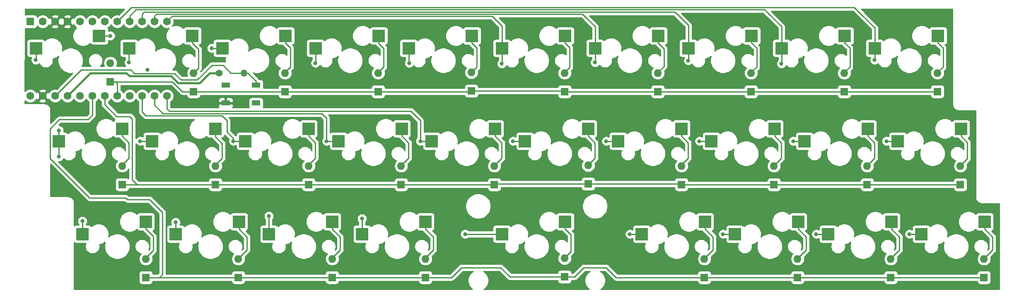
<source format=gbr>
G04 #@! TF.GenerationSoftware,KiCad,Pcbnew,(5.1.4-0-10_14)*
G04 #@! TF.CreationDate,2020-06-07T21:29:09-05:00*
G04 #@! TF.ProjectId,omega,6f6d6567-612e-46b6-9963-61645f706362,rev?*
G04 #@! TF.SameCoordinates,Original*
G04 #@! TF.FileFunction,Copper,L2,Bot*
G04 #@! TF.FilePolarity,Positive*
%FSLAX46Y46*%
G04 Gerber Fmt 4.6, Leading zero omitted, Abs format (unit mm)*
G04 Created by KiCad (PCBNEW (5.1.4-0-10_14)) date 2020-06-07 21:29:09*
%MOMM*%
%LPD*%
G04 APERTURE LIST*
%ADD10O,1.400000X1.400000*%
%ADD11C,1.400000*%
%ADD12O,1.600000X1.600000*%
%ADD13R,1.600000X1.600000*%
%ADD14C,1.600000*%
%ADD15R,1.800000X1.100000*%
%ADD16R,2.550000X2.500000*%
%ADD17C,0.800000*%
%ADD18C,0.381000*%
%ADD19C,0.250000*%
%ADD20C,0.254000*%
G04 APERTURE END LIST*
D10*
X100965000Y-53467000D03*
D11*
X95885000Y-53467000D03*
D12*
X252222000Y-91567000D03*
D13*
X252222000Y-95377000D03*
D12*
X233172000Y-91567000D03*
D13*
X233172000Y-95377000D03*
D12*
X214122000Y-91567000D03*
D13*
X214122000Y-95377000D03*
D12*
X195072000Y-91567000D03*
D13*
X195072000Y-95377000D03*
D12*
X166497000Y-91440000D03*
D13*
X166497000Y-95250000D03*
D12*
X138049000Y-91567000D03*
D13*
X138049000Y-95377000D03*
D12*
X118999000Y-91567000D03*
D13*
X118999000Y-95377000D03*
D12*
X99822000Y-91567000D03*
D13*
X99822000Y-95377000D03*
D12*
X80899000Y-91567000D03*
D13*
X80899000Y-95377000D03*
D12*
X247396000Y-72517000D03*
D13*
X247396000Y-76327000D03*
D12*
X228346000Y-72517000D03*
D13*
X228346000Y-76327000D03*
D12*
X209296000Y-72517000D03*
D13*
X209296000Y-76327000D03*
D12*
X190373000Y-72517000D03*
D13*
X190373000Y-76327000D03*
D12*
X171323000Y-72390000D03*
D13*
X171323000Y-76200000D03*
D12*
X152146000Y-72517000D03*
D13*
X152146000Y-76327000D03*
D12*
X133096000Y-72517000D03*
D13*
X133096000Y-76327000D03*
D12*
X114173000Y-72517000D03*
D13*
X114173000Y-76327000D03*
D12*
X95123000Y-72517000D03*
D13*
X95123000Y-76327000D03*
D12*
X76073000Y-72517000D03*
D13*
X76073000Y-76327000D03*
D12*
X242697000Y-53467000D03*
D13*
X242697000Y-57277000D03*
D12*
X223647000Y-53467000D03*
D13*
X223647000Y-57277000D03*
D12*
X204597000Y-53467000D03*
D13*
X204597000Y-57277000D03*
D12*
X185547000Y-53467000D03*
D13*
X185547000Y-57277000D03*
D12*
X166497000Y-53467000D03*
D13*
X166497000Y-57277000D03*
D12*
X147447000Y-53340000D03*
D13*
X147447000Y-57150000D03*
D12*
X128397000Y-53467000D03*
D13*
X128397000Y-57277000D03*
D12*
X109347000Y-53467000D03*
D13*
X109347000Y-57277000D03*
D12*
X90678000Y-53467000D03*
D13*
X90678000Y-57277000D03*
D12*
X73660000Y-51435000D03*
D13*
X73660000Y-55245000D03*
D14*
X57277000Y-58166000D03*
X59817000Y-58166000D03*
X62357000Y-58166000D03*
X64897000Y-58166000D03*
X67437000Y-58166000D03*
X69977000Y-58166000D03*
X72517000Y-58166000D03*
X75057000Y-58166000D03*
X77597000Y-58166000D03*
X80137000Y-58166000D03*
X82677000Y-58166000D03*
X85217000Y-58166000D03*
X85217000Y-42926000D03*
X82677000Y-42926000D03*
X80137000Y-42926000D03*
X77597000Y-42926000D03*
X75057000Y-42926000D03*
X72517000Y-42926000D03*
X69977000Y-42926000D03*
X67437000Y-42926000D03*
X64897000Y-42926000D03*
X62357000Y-42926000D03*
X59817000Y-42926000D03*
D13*
X57277000Y-42926000D03*
D15*
X103430000Y-55935000D03*
X97230000Y-59635000D03*
X103430000Y-59635000D03*
X97230000Y-55935000D03*
D16*
X239422000Y-86487000D03*
X252349000Y-83947000D03*
X220372000Y-86487000D03*
X233299000Y-83947000D03*
X201322000Y-86487000D03*
X214249000Y-83947000D03*
X182272000Y-86487000D03*
X195199000Y-83947000D03*
X153697000Y-86487000D03*
X166624000Y-83947000D03*
X125122000Y-86487000D03*
X138049000Y-83947000D03*
X106072000Y-86487000D03*
X118999000Y-83947000D03*
X87022000Y-86487000D03*
X99949000Y-83947000D03*
X67972000Y-86487000D03*
X80899000Y-83947000D03*
X234596000Y-67437000D03*
X247523000Y-64897000D03*
X215546000Y-67437000D03*
X228473000Y-64897000D03*
X196496000Y-67437000D03*
X209423000Y-64897000D03*
X177446000Y-67437000D03*
X190373000Y-64897000D03*
X158396000Y-67437000D03*
X171323000Y-64897000D03*
X139346000Y-67437000D03*
X152273000Y-64897000D03*
X120296000Y-67437000D03*
X133223000Y-64897000D03*
X101246000Y-67437000D03*
X114173000Y-64897000D03*
X82196000Y-67437000D03*
X95123000Y-64897000D03*
X63146000Y-67437000D03*
X76073000Y-64897000D03*
X229897000Y-48387000D03*
X242824000Y-45847000D03*
X210847000Y-48387000D03*
X223774000Y-45847000D03*
X191797000Y-48387000D03*
X204724000Y-45847000D03*
X172747000Y-48387000D03*
X185674000Y-45847000D03*
X153697000Y-48387000D03*
X166624000Y-45847000D03*
X134647000Y-48387000D03*
X147574000Y-45847000D03*
X115597000Y-48387000D03*
X128524000Y-45847000D03*
X96547000Y-48387000D03*
X109474000Y-45847000D03*
X77497000Y-48387000D03*
X90424000Y-45847000D03*
X58447000Y-48387000D03*
X71374000Y-45847000D03*
D17*
X70739000Y-92964000D03*
X83312000Y-45847000D03*
X81280000Y-52832000D03*
X159131000Y-96520000D03*
X235204000Y-42037000D03*
X235204000Y-62738000D03*
X240665000Y-81534000D03*
X177292000Y-44196000D03*
X177292000Y-63500000D03*
X177292000Y-84201000D03*
X121539000Y-45466000D03*
X121539000Y-63373000D03*
X122301000Y-84963000D03*
X73660000Y-45847000D03*
X58420000Y-50800000D03*
X63146000Y-65251000D03*
X63119000Y-70612000D03*
X67945000Y-83820000D03*
X86995000Y-84074000D03*
X79756000Y-67437000D03*
X77470000Y-51308000D03*
X94361000Y-48387000D03*
X98806000Y-67437000D03*
X106045000Y-82804000D03*
X115570000Y-51435000D03*
X117856000Y-67437000D03*
X125095000Y-83312000D03*
X134747000Y-51435000D03*
X137033000Y-67437000D03*
X146177000Y-86487000D03*
X153670000Y-51562000D03*
X155956000Y-67437000D03*
X172720000Y-51308000D03*
X175006000Y-67437000D03*
X179832000Y-86487000D03*
X191770000Y-50927000D03*
X194056000Y-67437000D03*
X198882000Y-86487000D03*
X210820000Y-51562000D03*
X213233000Y-67437000D03*
X217932000Y-86487000D03*
X229870000Y-50800000D03*
X232283000Y-67437000D03*
X236982000Y-86487000D03*
D18*
X93980000Y-53467000D02*
X95377000Y-53467000D01*
X91948000Y-55499000D02*
X93980000Y-53467000D01*
X86106000Y-54102000D02*
X87503000Y-55499000D01*
X77597000Y-54102000D02*
X86106000Y-54102000D01*
X76962000Y-53467000D02*
X77597000Y-54102000D01*
X87503000Y-55499000D02*
X91948000Y-55499000D01*
X69596000Y-53467000D02*
X76962000Y-53467000D01*
X64897000Y-58166000D02*
X69596000Y-53467000D01*
D19*
X71374000Y-45847000D02*
X73660000Y-45847000D01*
X74510000Y-55244000D02*
X73660000Y-55244000D01*
X90424000Y-57276000D02*
X89574000Y-57276000D01*
X90678000Y-57277000D02*
X109347000Y-57277000D01*
X110397000Y-57277000D02*
X128397000Y-57277000D01*
X109347000Y-57277000D02*
X110397000Y-57277000D01*
X147320000Y-57277000D02*
X147447000Y-57150000D01*
X128397000Y-57277000D02*
X147320000Y-57277000D01*
X166370000Y-57150000D02*
X166497000Y-57277000D01*
X147447000Y-57150000D02*
X166370000Y-57150000D01*
X167547000Y-57277000D02*
X185547000Y-57277000D01*
X166497000Y-57277000D02*
X167547000Y-57277000D01*
X185547000Y-57277000D02*
X204597000Y-57277000D01*
X204597000Y-57277000D02*
X223647000Y-57277000D01*
X223647000Y-57277000D02*
X242697000Y-57277000D01*
X90678000Y-57277000D02*
X88392000Y-57277000D01*
X86359000Y-55244000D02*
X85980000Y-55244000D01*
X88392000Y-57277000D02*
X86359000Y-55244000D01*
X85980000Y-55244000D02*
X74510000Y-55244000D01*
D20*
X74714000Y-55245000D02*
X75057000Y-55588000D01*
X73660000Y-55245000D02*
X74714000Y-55245000D01*
X75057000Y-55588000D02*
X75057000Y-57038999D01*
X75057000Y-57038999D02*
X75057000Y-58166000D01*
D19*
X90424000Y-47347000D02*
X91694000Y-48617000D01*
X90424000Y-45847000D02*
X90424000Y-47347000D01*
X91694000Y-52451000D02*
X90678000Y-53467000D01*
X91694000Y-48617000D02*
X91694000Y-52451000D01*
X109474000Y-45847000D02*
X109474000Y-47347000D01*
X109474000Y-47347000D02*
X110490000Y-48363000D01*
X110490000Y-52260000D02*
X109474000Y-53276000D01*
X109474000Y-53276000D02*
X109474000Y-53976000D01*
X110490000Y-48363000D02*
X110490000Y-52260000D01*
X128524000Y-45847000D02*
X128524000Y-47371000D01*
X128524000Y-53276000D02*
X128524000Y-53976000D01*
X129540000Y-52260000D02*
X128524000Y-53276000D01*
X129540000Y-48387000D02*
X129540000Y-52260000D01*
X128524000Y-47371000D02*
X129540000Y-48387000D01*
X147574000Y-45847000D02*
X147574000Y-47347000D01*
X147574000Y-47347000D02*
X148590000Y-48363000D01*
X147574000Y-53276000D02*
X147574000Y-53976000D01*
X148590000Y-52260000D02*
X147574000Y-53276000D01*
X148590000Y-48363000D02*
X148590000Y-52260000D01*
X166624000Y-47347000D02*
X167537000Y-48260000D01*
X166624000Y-45847000D02*
X166624000Y-47347000D01*
X166624000Y-53276000D02*
X166624000Y-53976000D01*
X167537000Y-52363000D02*
X166624000Y-53276000D01*
X167537000Y-48260000D02*
X167537000Y-52363000D01*
X185674000Y-53276000D02*
X185674000Y-53976000D01*
X186817000Y-52133000D02*
X185674000Y-53276000D01*
X186817000Y-48490000D02*
X186817000Y-52133000D01*
X185674000Y-47347000D02*
X186817000Y-48490000D01*
X185674000Y-45847000D02*
X185674000Y-47347000D01*
X204724000Y-45847000D02*
X204724000Y-47347000D01*
X204724000Y-53276000D02*
X204724000Y-53976000D01*
X205752000Y-48375000D02*
X205752000Y-52248000D01*
X205752000Y-52248000D02*
X204724000Y-53276000D01*
X204724000Y-47347000D02*
X205752000Y-48375000D01*
X223774000Y-45847000D02*
X223774000Y-47347000D01*
X224802000Y-52247000D02*
X223774000Y-53275000D01*
X224802000Y-48375000D02*
X224802000Y-52247000D01*
X223774000Y-53275000D02*
X223774000Y-53975000D01*
X223774000Y-47347000D02*
X224802000Y-48375000D01*
X242824000Y-45847000D02*
X242824000Y-47347000D01*
X243852000Y-52248000D02*
X242824000Y-53276000D01*
X243852000Y-48375000D02*
X243852000Y-52248000D01*
X242824000Y-53276000D02*
X242824000Y-53976000D01*
X242824000Y-47347000D02*
X243852000Y-48375000D01*
X76073000Y-64897000D02*
X76073000Y-66397000D01*
X76073000Y-66397000D02*
X77470000Y-67794000D01*
X76073000Y-72326000D02*
X76073000Y-73026000D01*
X77470000Y-70929000D02*
X76073000Y-72326000D01*
X77470000Y-67794000D02*
X77470000Y-70929000D01*
X190246000Y-76200000D02*
X190373000Y-76327000D01*
X171323000Y-76200000D02*
X190246000Y-76200000D01*
X247396000Y-76327000D02*
X228346000Y-76327000D01*
X228346000Y-76327000D02*
X209296000Y-76327000D01*
X208246000Y-76327000D02*
X190373000Y-76327000D01*
X209296000Y-76327000D02*
X208246000Y-76327000D01*
X152273000Y-76200000D02*
X152146000Y-76327000D01*
X171323000Y-76200000D02*
X152273000Y-76200000D01*
X152146000Y-76327000D02*
X133096000Y-76327000D01*
X95123000Y-76327000D02*
X114173000Y-76327000D01*
X115223000Y-76327000D02*
X133096000Y-76327000D01*
X114173000Y-76327000D02*
X115223000Y-76327000D01*
X79121000Y-76327000D02*
X78105000Y-75311000D01*
X76073000Y-76327000D02*
X79121000Y-76327000D01*
X79121000Y-76327000D02*
X95123000Y-76327000D01*
X78105000Y-75311000D02*
X78105000Y-64008000D01*
X78105000Y-64008000D02*
X78105000Y-63754000D01*
D20*
X72517000Y-58166000D02*
X72517000Y-59944000D01*
X72517000Y-59944000D02*
X74930000Y-62357000D01*
X77597000Y-62357000D02*
X74930000Y-62357000D01*
X78105000Y-62865000D02*
X77597000Y-62357000D01*
X78105000Y-62865000D02*
X78105000Y-64008000D01*
D19*
X95123000Y-64897000D02*
X95123000Y-66548000D01*
X95123000Y-66548000D02*
X96520000Y-67945000D01*
X95123000Y-72326000D02*
X95123000Y-73026000D01*
X96520000Y-70929000D02*
X95123000Y-72326000D01*
X96520000Y-67945000D02*
X96520000Y-70929000D01*
X114173000Y-64897000D02*
X114173000Y-66397000D01*
X114173000Y-66397000D02*
X115570000Y-67794000D01*
X114173000Y-72326000D02*
X114173000Y-73026000D01*
X115570000Y-70929000D02*
X114173000Y-72326000D01*
X115570000Y-67794000D02*
X115570000Y-70929000D01*
X133223000Y-66397000D02*
X134620000Y-67794000D01*
X133223000Y-64897000D02*
X133223000Y-66397000D01*
X133223000Y-72326000D02*
X133223000Y-73026000D01*
X134620000Y-70929000D02*
X133223000Y-72326000D01*
X134620000Y-67794000D02*
X134620000Y-70929000D01*
X152273000Y-66397000D02*
X153670000Y-67794000D01*
X152273000Y-64897000D02*
X152273000Y-66397000D01*
X152273000Y-72326000D02*
X152273000Y-73026000D01*
X153670000Y-70929000D02*
X152273000Y-72326000D01*
X153670000Y-67794000D02*
X153670000Y-70929000D01*
X171323000Y-66397000D02*
X172720000Y-67794000D01*
X171323000Y-64897000D02*
X171323000Y-66397000D01*
X171323000Y-72326000D02*
X171323000Y-73026000D01*
X172720000Y-70929000D02*
X171323000Y-72326000D01*
X172720000Y-67794000D02*
X172720000Y-70929000D01*
X190373000Y-66397000D02*
X191770000Y-67794000D01*
X190373000Y-64897000D02*
X190373000Y-66397000D01*
X190373000Y-72326000D02*
X190373000Y-73026000D01*
X191770000Y-70929000D02*
X190373000Y-72326000D01*
X191770000Y-67794000D02*
X191770000Y-70929000D01*
X209423000Y-66397000D02*
X210820000Y-67794000D01*
X209423000Y-64897000D02*
X209423000Y-66397000D01*
X209423000Y-72326000D02*
X209423000Y-73026000D01*
X210820000Y-70929000D02*
X209423000Y-72326000D01*
X210820000Y-67794000D02*
X210820000Y-70929000D01*
X228473000Y-66397000D02*
X229870000Y-67794000D01*
X228473000Y-64897000D02*
X228473000Y-66397000D01*
X228473000Y-72326000D02*
X228473000Y-73026000D01*
X229870000Y-70929000D02*
X228473000Y-72326000D01*
X229870000Y-67794000D02*
X229870000Y-70929000D01*
X247523000Y-64897000D02*
X247523000Y-66397000D01*
X247523000Y-66397000D02*
X248817000Y-67691000D01*
X248817000Y-71032000D02*
X247523000Y-72326000D01*
X247523000Y-72326000D02*
X247523000Y-73026000D01*
X248817000Y-67691000D02*
X248817000Y-71032000D01*
X80899000Y-85447000D02*
X82423000Y-86971000D01*
X80899000Y-83947000D02*
X80899000Y-85447000D01*
X80899000Y-91376000D02*
X80899000Y-92076000D01*
X82423000Y-89852000D02*
X80899000Y-91376000D01*
X82423000Y-86971000D02*
X82423000Y-89852000D01*
X80899000Y-95376000D02*
X81749000Y-95376000D01*
X138049000Y-95376000D02*
X143384000Y-95376000D01*
X143384000Y-95376000D02*
X145415000Y-93345000D01*
X145415000Y-93345000D02*
X153416000Y-93345000D01*
X155320000Y-95249000D02*
X166624000Y-95249000D01*
X153416000Y-93345000D02*
X155320000Y-95249000D01*
X166624000Y-95249000D02*
X168530000Y-95249000D01*
X168530000Y-95249000D02*
X170434000Y-93345000D01*
X170434000Y-93345000D02*
X175006000Y-93345000D01*
X177037000Y-95376000D02*
X252349000Y-95376000D01*
X175006000Y-93345000D02*
X177037000Y-95376000D01*
X84581000Y-95376000D02*
X138049000Y-95376000D01*
X83438000Y-95376000D02*
X84581000Y-95376000D01*
X81749000Y-95376000D02*
X83438000Y-95376000D01*
X83692000Y-95376000D02*
X83438000Y-95376000D01*
X81661000Y-79375000D02*
X84327000Y-82041000D01*
X77089000Y-79375000D02*
X81661000Y-79375000D01*
X69424990Y-79076990D02*
X76790990Y-79076990D01*
X61341000Y-70993000D02*
X69424990Y-79076990D01*
X76790990Y-79076990D02*
X77089000Y-79375000D01*
X61341000Y-64897000D02*
X61341000Y-70993000D01*
X84327000Y-94741000D02*
X83692000Y-95376000D01*
X84327000Y-82041000D02*
X84327000Y-94741000D01*
X61341000Y-64897000D02*
X63246000Y-62992000D01*
D20*
X68580000Y-62992000D02*
X69088000Y-62992000D01*
D19*
X68580000Y-62992000D02*
X63246000Y-62992000D01*
D20*
X69088000Y-62992000D02*
X69977000Y-62103000D01*
X69977000Y-62103000D02*
X69977000Y-59293001D01*
X69977000Y-59293001D02*
X69977000Y-58166000D01*
D19*
X99949000Y-85447000D02*
X101600000Y-87098000D01*
X99949000Y-83947000D02*
X99949000Y-85447000D01*
X99949000Y-91376000D02*
X99949000Y-92076000D01*
X101600000Y-89725000D02*
X99949000Y-91376000D01*
X101600000Y-87098000D02*
X101600000Y-89725000D01*
X118999000Y-85447000D02*
X120650000Y-87098000D01*
X118999000Y-83947000D02*
X118999000Y-85447000D01*
X118999000Y-91376000D02*
X118999000Y-92076000D01*
X120650000Y-89725000D02*
X118999000Y-91376000D01*
X120650000Y-87098000D02*
X120650000Y-89725000D01*
X138049000Y-85447000D02*
X139700000Y-87098000D01*
X138049000Y-83947000D02*
X138049000Y-85447000D01*
X139700000Y-89725000D02*
X138049000Y-91376000D01*
X138049000Y-91376000D02*
X138049000Y-92076000D01*
X139700000Y-87098000D02*
X139700000Y-89725000D01*
X166624000Y-85447000D02*
X167767000Y-86590000D01*
X166624000Y-83947000D02*
X166624000Y-85447000D01*
X166624000Y-91249000D02*
X166624000Y-91949000D01*
X167767000Y-90106000D02*
X166624000Y-91249000D01*
X167767000Y-86590000D02*
X167767000Y-90106000D01*
X195199000Y-85447000D02*
X196850000Y-87098000D01*
X195199000Y-83947000D02*
X195199000Y-85447000D01*
X196850000Y-89725000D02*
X195199000Y-91376000D01*
X195199000Y-91376000D02*
X195199000Y-92076000D01*
X196850000Y-87098000D02*
X196850000Y-89725000D01*
X214249000Y-85447000D02*
X215900000Y-87098000D01*
X214249000Y-83947000D02*
X214249000Y-85447000D01*
X214249000Y-91376000D02*
X214249000Y-92076000D01*
X215900000Y-89725000D02*
X214249000Y-91376000D01*
X215900000Y-87098000D02*
X215900000Y-89725000D01*
X233299000Y-85447000D02*
X234950000Y-87098000D01*
X233299000Y-83947000D02*
X233299000Y-85447000D01*
X234950000Y-89725000D02*
X233299000Y-91376000D01*
X233299000Y-91376000D02*
X233299000Y-92076000D01*
X234950000Y-87098000D02*
X234950000Y-89725000D01*
X252349000Y-83947000D02*
X252349000Y-85447000D01*
X252349000Y-85447000D02*
X254000000Y-87098000D01*
X252349000Y-91376000D02*
X252349000Y-92076000D01*
X254000000Y-89725000D02*
X252349000Y-91376000D01*
X254000000Y-87098000D02*
X254000000Y-89725000D01*
X58447000Y-50773000D02*
X58420000Y-50800000D01*
X58447000Y-48387000D02*
X58447000Y-50773000D01*
X63146000Y-67437000D02*
X63146000Y-65251000D01*
X63146000Y-70585000D02*
X63119000Y-70612000D01*
X63146000Y-67437000D02*
X63146000Y-70585000D01*
X67945000Y-86460000D02*
X67972000Y-86487000D01*
X67945000Y-83820000D02*
X67945000Y-86460000D01*
X87022000Y-84101000D02*
X86995000Y-84074000D01*
X87022000Y-86487000D02*
X87022000Y-84101000D01*
X79756000Y-67437000D02*
X82196000Y-67437000D01*
X77470000Y-48414000D02*
X77497000Y-48387000D01*
X77470000Y-51308000D02*
X77470000Y-48414000D01*
X96547000Y-48387000D02*
X94361000Y-48387000D01*
X98806000Y-67437000D02*
X101246000Y-67437000D01*
X106045000Y-86460000D02*
X106072000Y-86487000D01*
X106045000Y-82804000D02*
X106045000Y-86460000D01*
D20*
X98806000Y-66871315D02*
X98806000Y-67437000D01*
X97501343Y-65566657D02*
X98806000Y-66871315D01*
X97501343Y-63211343D02*
X97501343Y-65566657D01*
X80899000Y-62230000D02*
X96520000Y-62230000D01*
X80137000Y-61468000D02*
X80899000Y-62230000D01*
X96520000Y-62230000D02*
X97501343Y-63211343D01*
X80137000Y-58166000D02*
X80137000Y-61468000D01*
D19*
X115597000Y-51408000D02*
X115570000Y-51435000D01*
X115597000Y-48387000D02*
X115597000Y-51408000D01*
X117856000Y-67437000D02*
X120296000Y-67437000D01*
X125095000Y-86460000D02*
X125122000Y-86487000D01*
X125095000Y-83312000D02*
X125095000Y-86460000D01*
D20*
X117856000Y-62738000D02*
X117856000Y-66871315D01*
X117856000Y-66871315D02*
X117856000Y-67437000D01*
X116893990Y-61775990D02*
X117856000Y-62738000D01*
X84401010Y-61775990D02*
X116893990Y-61775990D01*
X82677000Y-60051980D02*
X84401010Y-61775990D01*
X82677000Y-58166000D02*
X82677000Y-60051980D01*
D19*
X134647000Y-51335000D02*
X134747000Y-51435000D01*
X134647000Y-48387000D02*
X134647000Y-51335000D01*
X137033000Y-67437000D02*
X139346000Y-67437000D01*
X146177000Y-86487000D02*
X153697000Y-86487000D01*
D20*
X85705980Y-61321980D02*
X85217000Y-60833000D01*
X85217000Y-59297370D02*
X85217000Y-59563000D01*
X85217000Y-58166000D02*
X85217000Y-59297370D01*
X85217000Y-59563000D02*
X85217000Y-59309000D01*
X85217000Y-60833000D02*
X85217000Y-59563000D01*
X135108980Y-61321980D02*
X137033000Y-63246000D01*
X137033000Y-67437000D02*
X137033000Y-63246000D01*
X135108980Y-61321980D02*
X85705980Y-61321980D01*
D19*
X153697000Y-51535000D02*
X153670000Y-51562000D01*
X153697000Y-48387000D02*
X153697000Y-51535000D01*
X155956000Y-67437000D02*
X158396000Y-67437000D01*
X153697000Y-43842000D02*
X153697000Y-48387000D01*
X153035000Y-43180000D02*
X153697000Y-43842000D01*
D20*
X86281175Y-41861825D02*
X85217000Y-42926000D01*
X102296057Y-41856010D02*
X102290242Y-41861825D01*
X151711010Y-41856010D02*
X102296057Y-41856010D01*
X102290242Y-41861825D02*
X86281175Y-41861825D01*
X153035000Y-43180000D02*
X151711010Y-41856010D01*
D19*
X172747000Y-51281000D02*
X172720000Y-51308000D01*
X172747000Y-48387000D02*
X172747000Y-51281000D01*
X175006000Y-67437000D02*
X177446000Y-67437000D01*
X179832000Y-86487000D02*
X182272000Y-86487000D01*
X172747000Y-48387000D02*
X172747000Y-45493000D01*
X172747000Y-45493000D02*
X172747000Y-43969000D01*
D20*
X170180000Y-41402000D02*
X171005500Y-42227500D01*
X102108000Y-41402000D02*
X170180000Y-41402000D01*
X102102185Y-41407815D02*
X102108000Y-41402000D01*
X82677000Y-41794630D02*
X83063815Y-41407815D01*
D19*
X172747000Y-43969000D02*
X171005500Y-42227500D01*
D20*
X83063815Y-41407815D02*
X102102185Y-41407815D01*
X82677000Y-42926000D02*
X82677000Y-41794630D01*
D19*
X191797000Y-50900000D02*
X191770000Y-50927000D01*
X191797000Y-48387000D02*
X191797000Y-50900000D01*
X194056000Y-67437000D02*
X196496000Y-67437000D01*
X198882000Y-86487000D02*
X201322000Y-86487000D01*
X191797000Y-43715000D02*
X191797000Y-48387000D01*
D20*
X80137000Y-42926000D02*
X80137000Y-41794630D01*
D19*
X189420500Y-41338500D02*
X191797000Y-43715000D01*
D20*
X189029990Y-40947990D02*
X191797000Y-43715000D01*
X101919943Y-40947990D02*
X189029990Y-40947990D01*
X101914128Y-40953805D02*
X101919943Y-40947990D01*
X80585195Y-40953805D02*
X101914128Y-40953805D01*
X80137000Y-41402000D02*
X80585195Y-40953805D01*
X80137000Y-42926000D02*
X80137000Y-41402000D01*
D19*
X210847000Y-51535000D02*
X210820000Y-51562000D01*
X210847000Y-48387000D02*
X210847000Y-51535000D01*
X213233000Y-67437000D02*
X215546000Y-67437000D01*
X217932000Y-86487000D02*
X220372000Y-86487000D01*
X210847000Y-48387000D02*
X210847000Y-46887000D01*
X210847000Y-48387000D02*
X210847000Y-43969000D01*
D20*
X101726071Y-40499795D02*
X101731886Y-40493980D01*
X101731886Y-40493980D02*
X207371980Y-40493980D01*
X78891835Y-40499795D02*
X101726071Y-40499795D01*
X207371980Y-40493980D02*
X208280000Y-41402000D01*
X77597000Y-41794630D02*
X78891835Y-40499795D01*
X77597000Y-42926000D02*
X77597000Y-41794630D01*
D19*
X208280000Y-41402000D02*
X207962500Y-41084500D01*
X210847000Y-43969000D02*
X208280000Y-41402000D01*
X229897000Y-50773000D02*
X229870000Y-50800000D01*
X229897000Y-48387000D02*
X229897000Y-50773000D01*
X232283000Y-67437000D02*
X234596000Y-67437000D01*
X236982000Y-86487000D02*
X239422000Y-86487000D01*
X229897000Y-48387000D02*
X229897000Y-44223000D01*
D20*
X77937214Y-40045786D02*
X78703778Y-40045785D01*
X75057000Y-42926000D02*
X77937214Y-40045786D01*
X225713970Y-40039970D02*
X227203000Y-41529000D01*
X101543829Y-40039970D02*
X225713970Y-40039970D01*
X101538014Y-40045785D02*
X101543829Y-40039970D01*
X78703778Y-40045785D02*
X101538014Y-40045785D01*
D19*
X229897000Y-44223000D02*
X227203000Y-41529000D01*
X101762000Y-53467000D02*
X103430000Y-55135000D01*
X103430000Y-55135000D02*
X103430000Y-55935000D01*
X99235500Y-53467000D02*
X101762000Y-53467000D01*
D20*
X96710500Y-51879500D02*
X98298000Y-53467000D01*
X98298000Y-53467000D02*
X99235500Y-53467000D01*
X91440000Y-54864000D02*
X94424500Y-51879500D01*
X94424500Y-51879500D02*
X96710500Y-51879500D01*
X88076318Y-54864000D02*
X91440000Y-54864000D01*
X86771319Y-53559001D02*
X88076318Y-54864000D01*
X78578001Y-53559001D02*
X86771319Y-53559001D01*
X77851000Y-52832000D02*
X78578001Y-53559001D01*
X67691000Y-52832000D02*
X77851000Y-52832000D01*
X62357000Y-58166000D02*
X67691000Y-52832000D01*
G36*
X245772000Y-59980104D02*
G01*
X245775059Y-60011162D01*
X245775038Y-60014165D01*
X245776039Y-60024378D01*
X245781145Y-60072961D01*
X245782635Y-60088084D01*
X245782788Y-60088589D01*
X245786403Y-60122980D01*
X245799800Y-60188245D01*
X245812281Y-60253671D01*
X245815247Y-60263496D01*
X245844565Y-60358206D01*
X245870399Y-60419662D01*
X245895334Y-60481379D01*
X245900151Y-60490440D01*
X245947306Y-60577652D01*
X245984581Y-60632915D01*
X246021036Y-60688624D01*
X246027522Y-60696577D01*
X246090719Y-60772969D01*
X246138009Y-60819930D01*
X246184597Y-60867504D01*
X246192504Y-60874046D01*
X246269335Y-60936708D01*
X246324854Y-60973595D01*
X246379790Y-61011210D01*
X246388809Y-61016087D01*
X246388814Y-61016090D01*
X246388819Y-61016092D01*
X246476356Y-61062636D01*
X246537943Y-61088020D01*
X246599174Y-61114264D01*
X246608977Y-61117299D01*
X246703891Y-61145955D01*
X246769275Y-61158901D01*
X246834398Y-61172744D01*
X246844604Y-61173817D01*
X246943275Y-61183492D01*
X246943277Y-61183492D01*
X246978895Y-61187000D01*
X250471001Y-61187000D01*
X250471000Y-79030104D01*
X250474059Y-79061162D01*
X250474038Y-79064165D01*
X250475039Y-79074378D01*
X250480145Y-79122961D01*
X250481635Y-79138084D01*
X250481788Y-79138589D01*
X250485403Y-79172980D01*
X250498800Y-79238245D01*
X250511281Y-79303671D01*
X250514247Y-79313496D01*
X250543565Y-79408206D01*
X250569399Y-79469662D01*
X250594334Y-79531379D01*
X250599151Y-79540440D01*
X250646306Y-79627652D01*
X250683581Y-79682915D01*
X250720036Y-79738624D01*
X250726522Y-79746577D01*
X250789719Y-79822969D01*
X250837009Y-79869930D01*
X250883597Y-79917504D01*
X250891504Y-79924046D01*
X250968335Y-79986708D01*
X251023854Y-80023595D01*
X251078790Y-80061210D01*
X251087809Y-80066087D01*
X251087814Y-80066090D01*
X251087819Y-80066092D01*
X251175356Y-80112636D01*
X251236943Y-80138020D01*
X251298174Y-80164264D01*
X251307977Y-80167299D01*
X251402891Y-80195955D01*
X251468275Y-80208901D01*
X251533398Y-80222744D01*
X251543604Y-80223817D01*
X251642275Y-80233492D01*
X251642277Y-80233492D01*
X251677895Y-80237000D01*
X255297000Y-80237000D01*
X255297001Y-97817000D01*
X173904723Y-97817000D01*
X174096282Y-97689004D01*
X174397004Y-97388282D01*
X174633281Y-97034670D01*
X174796030Y-96641757D01*
X174879000Y-96224643D01*
X174879000Y-95799357D01*
X174796030Y-95382243D01*
X174633281Y-94989330D01*
X174397004Y-94635718D01*
X174096282Y-94334996D01*
X173752070Y-94105000D01*
X174691199Y-94105000D01*
X176473201Y-95887003D01*
X176496999Y-95916001D01*
X176612724Y-96010974D01*
X176744753Y-96081546D01*
X176888014Y-96125003D01*
X176999667Y-96136000D01*
X176999675Y-96136000D01*
X177037000Y-96139676D01*
X177074325Y-96136000D01*
X193633928Y-96136000D01*
X193633928Y-96177000D01*
X193646188Y-96301482D01*
X193682498Y-96421180D01*
X193741463Y-96531494D01*
X193820815Y-96628185D01*
X193917506Y-96707537D01*
X194027820Y-96766502D01*
X194147518Y-96802812D01*
X194272000Y-96815072D01*
X195872000Y-96815072D01*
X195996482Y-96802812D01*
X196116180Y-96766502D01*
X196226494Y-96707537D01*
X196323185Y-96628185D01*
X196402537Y-96531494D01*
X196461502Y-96421180D01*
X196497812Y-96301482D01*
X196510072Y-96177000D01*
X196510072Y-96136000D01*
X212683928Y-96136000D01*
X212683928Y-96177000D01*
X212696188Y-96301482D01*
X212732498Y-96421180D01*
X212791463Y-96531494D01*
X212870815Y-96628185D01*
X212967506Y-96707537D01*
X213077820Y-96766502D01*
X213197518Y-96802812D01*
X213322000Y-96815072D01*
X214922000Y-96815072D01*
X215046482Y-96802812D01*
X215166180Y-96766502D01*
X215276494Y-96707537D01*
X215373185Y-96628185D01*
X215452537Y-96531494D01*
X215511502Y-96421180D01*
X215547812Y-96301482D01*
X215560072Y-96177000D01*
X215560072Y-96136000D01*
X231733928Y-96136000D01*
X231733928Y-96177000D01*
X231746188Y-96301482D01*
X231782498Y-96421180D01*
X231841463Y-96531494D01*
X231920815Y-96628185D01*
X232017506Y-96707537D01*
X232127820Y-96766502D01*
X232247518Y-96802812D01*
X232372000Y-96815072D01*
X233972000Y-96815072D01*
X234096482Y-96802812D01*
X234216180Y-96766502D01*
X234326494Y-96707537D01*
X234423185Y-96628185D01*
X234502537Y-96531494D01*
X234561502Y-96421180D01*
X234597812Y-96301482D01*
X234610072Y-96177000D01*
X234610072Y-96136000D01*
X250783928Y-96136000D01*
X250783928Y-96177000D01*
X250796188Y-96301482D01*
X250832498Y-96421180D01*
X250891463Y-96531494D01*
X250970815Y-96628185D01*
X251067506Y-96707537D01*
X251177820Y-96766502D01*
X251297518Y-96802812D01*
X251422000Y-96815072D01*
X253022000Y-96815072D01*
X253146482Y-96802812D01*
X253266180Y-96766502D01*
X253376494Y-96707537D01*
X253473185Y-96628185D01*
X253552537Y-96531494D01*
X253611502Y-96421180D01*
X253647812Y-96301482D01*
X253660072Y-96177000D01*
X253660072Y-94577000D01*
X253647812Y-94452518D01*
X253611502Y-94332820D01*
X253552537Y-94222506D01*
X253473185Y-94125815D01*
X253376494Y-94046463D01*
X253266180Y-93987498D01*
X253146482Y-93951188D01*
X253022000Y-93938928D01*
X251422000Y-93938928D01*
X251297518Y-93951188D01*
X251177820Y-93987498D01*
X251067506Y-94046463D01*
X250970815Y-94125815D01*
X250891463Y-94222506D01*
X250832498Y-94332820D01*
X250796188Y-94452518D01*
X250783928Y-94577000D01*
X250783928Y-94616000D01*
X234610072Y-94616000D01*
X234610072Y-94577000D01*
X234597812Y-94452518D01*
X234561502Y-94332820D01*
X234502537Y-94222506D01*
X234423185Y-94125815D01*
X234326494Y-94046463D01*
X234216180Y-93987498D01*
X234096482Y-93951188D01*
X233972000Y-93938928D01*
X232372000Y-93938928D01*
X232247518Y-93951188D01*
X232127820Y-93987498D01*
X232017506Y-94046463D01*
X231920815Y-94125815D01*
X231841463Y-94222506D01*
X231782498Y-94332820D01*
X231746188Y-94452518D01*
X231733928Y-94577000D01*
X231733928Y-94616000D01*
X215560072Y-94616000D01*
X215560072Y-94577000D01*
X215547812Y-94452518D01*
X215511502Y-94332820D01*
X215452537Y-94222506D01*
X215373185Y-94125815D01*
X215276494Y-94046463D01*
X215166180Y-93987498D01*
X215046482Y-93951188D01*
X214922000Y-93938928D01*
X213322000Y-93938928D01*
X213197518Y-93951188D01*
X213077820Y-93987498D01*
X212967506Y-94046463D01*
X212870815Y-94125815D01*
X212791463Y-94222506D01*
X212732498Y-94332820D01*
X212696188Y-94452518D01*
X212683928Y-94577000D01*
X212683928Y-94616000D01*
X196510072Y-94616000D01*
X196510072Y-94577000D01*
X196497812Y-94452518D01*
X196461502Y-94332820D01*
X196402537Y-94222506D01*
X196323185Y-94125815D01*
X196226494Y-94046463D01*
X196116180Y-93987498D01*
X195996482Y-93951188D01*
X195872000Y-93938928D01*
X194272000Y-93938928D01*
X194147518Y-93951188D01*
X194027820Y-93987498D01*
X193917506Y-94046463D01*
X193820815Y-94125815D01*
X193741463Y-94222506D01*
X193682498Y-94332820D01*
X193646188Y-94452518D01*
X193633928Y-94577000D01*
X193633928Y-94616000D01*
X177351802Y-94616000D01*
X175569804Y-92834003D01*
X175546001Y-92804999D01*
X175430276Y-92710026D01*
X175298247Y-92639454D01*
X175154986Y-92595997D01*
X175043333Y-92585000D01*
X175043322Y-92585000D01*
X175006000Y-92581324D01*
X174968678Y-92585000D01*
X170471333Y-92585000D01*
X170434000Y-92581323D01*
X170396667Y-92585000D01*
X170285014Y-92595997D01*
X170141753Y-92639454D01*
X170009724Y-92710026D01*
X169893999Y-92804999D01*
X169870201Y-92833997D01*
X168215199Y-94489000D01*
X167935072Y-94489000D01*
X167935072Y-94450000D01*
X167922812Y-94325518D01*
X167886502Y-94205820D01*
X167827537Y-94095506D01*
X167748185Y-93998815D01*
X167651494Y-93919463D01*
X167541180Y-93860498D01*
X167421482Y-93824188D01*
X167297000Y-93811928D01*
X165697000Y-93811928D01*
X165572518Y-93824188D01*
X165452820Y-93860498D01*
X165342506Y-93919463D01*
X165245815Y-93998815D01*
X165166463Y-94095506D01*
X165107498Y-94205820D01*
X165071188Y-94325518D01*
X165058928Y-94450000D01*
X165058928Y-94489000D01*
X155634802Y-94489000D01*
X153979804Y-92834003D01*
X153956001Y-92804999D01*
X153840276Y-92710026D01*
X153708247Y-92639454D01*
X153564986Y-92595997D01*
X153453333Y-92585000D01*
X153453322Y-92585000D01*
X153416000Y-92581324D01*
X153378678Y-92585000D01*
X145452325Y-92585000D01*
X145415000Y-92581324D01*
X145377675Y-92585000D01*
X145377667Y-92585000D01*
X145266014Y-92595997D01*
X145122753Y-92639454D01*
X144990724Y-92710026D01*
X144874999Y-92804999D01*
X144851201Y-92833997D01*
X143069199Y-94616000D01*
X139487072Y-94616000D01*
X139487072Y-94577000D01*
X139474812Y-94452518D01*
X139438502Y-94332820D01*
X139379537Y-94222506D01*
X139300185Y-94125815D01*
X139203494Y-94046463D01*
X139093180Y-93987498D01*
X138973482Y-93951188D01*
X138849000Y-93938928D01*
X137249000Y-93938928D01*
X137124518Y-93951188D01*
X137004820Y-93987498D01*
X136894506Y-94046463D01*
X136797815Y-94125815D01*
X136718463Y-94222506D01*
X136659498Y-94332820D01*
X136623188Y-94452518D01*
X136610928Y-94577000D01*
X136610928Y-94616000D01*
X120437072Y-94616000D01*
X120437072Y-94577000D01*
X120424812Y-94452518D01*
X120388502Y-94332820D01*
X120329537Y-94222506D01*
X120250185Y-94125815D01*
X120153494Y-94046463D01*
X120043180Y-93987498D01*
X119923482Y-93951188D01*
X119799000Y-93938928D01*
X118199000Y-93938928D01*
X118074518Y-93951188D01*
X117954820Y-93987498D01*
X117844506Y-94046463D01*
X117747815Y-94125815D01*
X117668463Y-94222506D01*
X117609498Y-94332820D01*
X117573188Y-94452518D01*
X117560928Y-94577000D01*
X117560928Y-94616000D01*
X101260072Y-94616000D01*
X101260072Y-94577000D01*
X101247812Y-94452518D01*
X101211502Y-94332820D01*
X101152537Y-94222506D01*
X101073185Y-94125815D01*
X100976494Y-94046463D01*
X100866180Y-93987498D01*
X100746482Y-93951188D01*
X100622000Y-93938928D01*
X99022000Y-93938928D01*
X98897518Y-93951188D01*
X98777820Y-93987498D01*
X98667506Y-94046463D01*
X98570815Y-94125815D01*
X98491463Y-94222506D01*
X98432498Y-94332820D01*
X98396188Y-94452518D01*
X98383928Y-94577000D01*
X98383928Y-94616000D01*
X85087000Y-94616000D01*
X85087000Y-85237000D01*
X85108928Y-85237000D01*
X85108928Y-87737000D01*
X85121188Y-87861482D01*
X85157498Y-87981180D01*
X85216463Y-88091494D01*
X85295815Y-88188185D01*
X85392506Y-88267537D01*
X85502820Y-88326502D01*
X85622518Y-88362812D01*
X85747000Y-88375072D01*
X87662626Y-88375072D01*
X87575029Y-88586549D01*
X87517000Y-88878278D01*
X87517000Y-89175722D01*
X87575029Y-89467451D01*
X87688856Y-89742253D01*
X87854107Y-89989569D01*
X88064431Y-90199893D01*
X88311747Y-90365144D01*
X88586549Y-90478971D01*
X88878278Y-90537000D01*
X89175722Y-90537000D01*
X89467451Y-90478971D01*
X89742253Y-90365144D01*
X89989569Y-90199893D01*
X90199893Y-89989569D01*
X90365144Y-89742253D01*
X90478971Y-89467451D01*
X90537000Y-89175722D01*
X90537000Y-88878278D01*
X90486023Y-88622000D01*
X90507279Y-88622000D01*
X90919756Y-88539953D01*
X91308302Y-88379012D01*
X91614708Y-88174279D01*
X91579127Y-88260178D01*
X91478100Y-88768076D01*
X91478100Y-89285924D01*
X91579127Y-89793822D01*
X91777299Y-90272251D01*
X92065000Y-90702826D01*
X92431174Y-91069000D01*
X92861749Y-91356701D01*
X93340178Y-91554873D01*
X93848076Y-91655900D01*
X94365924Y-91655900D01*
X94873822Y-91554873D01*
X95352251Y-91356701D01*
X95782826Y-91069000D01*
X96149000Y-90702826D01*
X96436701Y-90272251D01*
X96634873Y-89793822D01*
X96735900Y-89285924D01*
X96735900Y-88768076D01*
X96634873Y-88260178D01*
X96436701Y-87781749D01*
X96149000Y-87351174D01*
X95782826Y-86985000D01*
X95352251Y-86697299D01*
X94873822Y-86499127D01*
X94365924Y-86398100D01*
X93848076Y-86398100D01*
X93340178Y-86499127D01*
X92861749Y-86697299D01*
X92431174Y-86985000D01*
X92360763Y-87055411D01*
X92432000Y-86697279D01*
X92432000Y-86276721D01*
X92349953Y-85864244D01*
X92189012Y-85475698D01*
X91955363Y-85126017D01*
X91657983Y-84828637D01*
X91308302Y-84594988D01*
X90919756Y-84434047D01*
X90507279Y-84352000D01*
X90086721Y-84352000D01*
X89674244Y-84434047D01*
X89285698Y-84594988D01*
X88936017Y-84828637D01*
X88846560Y-84918094D01*
X88827537Y-84882506D01*
X88748185Y-84785815D01*
X88651494Y-84706463D01*
X88541180Y-84647498D01*
X88421482Y-84611188D01*
X88297000Y-84598928D01*
X87889038Y-84598928D01*
X87912205Y-84564256D01*
X87990226Y-84375898D01*
X88030000Y-84175939D01*
X88030000Y-83972061D01*
X87990226Y-83772102D01*
X87975571Y-83736721D01*
X94512000Y-83736721D01*
X94512000Y-84157279D01*
X94594047Y-84569756D01*
X94754988Y-84958302D01*
X94988637Y-85307983D01*
X95286017Y-85605363D01*
X95635698Y-85839012D01*
X96024244Y-85999953D01*
X96436721Y-86082000D01*
X96857279Y-86082000D01*
X97269756Y-85999953D01*
X97658302Y-85839012D01*
X98007983Y-85605363D01*
X98115035Y-85498311D01*
X98143463Y-85551494D01*
X98222815Y-85648185D01*
X98319506Y-85727537D01*
X98429820Y-85786502D01*
X98549518Y-85822812D01*
X98674000Y-85835072D01*
X99294674Y-85835072D01*
X99314026Y-85871276D01*
X99376171Y-85946999D01*
X99409000Y-85987001D01*
X99437998Y-86010799D01*
X100840000Y-87412802D01*
X100840001Y-89410197D01*
X100537305Y-89712893D01*
X100638971Y-89467451D01*
X100697000Y-89175722D01*
X100697000Y-88878278D01*
X100638971Y-88586549D01*
X100525144Y-88311747D01*
X100359893Y-88064431D01*
X100149569Y-87854107D01*
X99902253Y-87688856D01*
X99627451Y-87575029D01*
X99335722Y-87517000D01*
X99038278Y-87517000D01*
X98746549Y-87575029D01*
X98471747Y-87688856D01*
X98224431Y-87854107D01*
X98014107Y-88064431D01*
X97848856Y-88311747D01*
X97735029Y-88586549D01*
X97677000Y-88878278D01*
X97677000Y-89175722D01*
X97735029Y-89467451D01*
X97848856Y-89742253D01*
X98014107Y-89989569D01*
X98224431Y-90199893D01*
X98471747Y-90365144D01*
X98746549Y-90478971D01*
X98858604Y-90501260D01*
X98802392Y-90547392D01*
X98623068Y-90765899D01*
X98489818Y-91015192D01*
X98407764Y-91285691D01*
X98380057Y-91567000D01*
X98407764Y-91848309D01*
X98489818Y-92118808D01*
X98623068Y-92368101D01*
X98802392Y-92586608D01*
X99020899Y-92765932D01*
X99270192Y-92899182D01*
X99540691Y-92981236D01*
X99751508Y-93002000D01*
X99892492Y-93002000D01*
X100103309Y-92981236D01*
X100373808Y-92899182D01*
X100623101Y-92765932D01*
X100841608Y-92586608D01*
X101020932Y-92368101D01*
X101154182Y-92118808D01*
X101236236Y-91848309D01*
X101263943Y-91567000D01*
X101236236Y-91285691D01*
X101207812Y-91191989D01*
X102111003Y-90288799D01*
X102140001Y-90265001D01*
X102234974Y-90149276D01*
X102305546Y-90017247D01*
X102349003Y-89873986D01*
X102360000Y-89762333D01*
X102363677Y-89725000D01*
X102360000Y-89687667D01*
X102360000Y-87135333D01*
X102363677Y-87098000D01*
X102349003Y-86949014D01*
X102305546Y-86805753D01*
X102234974Y-86673724D01*
X102163799Y-86586997D01*
X102140001Y-86557999D01*
X102111004Y-86534202D01*
X101387713Y-85810911D01*
X101468180Y-85786502D01*
X101578494Y-85727537D01*
X101675185Y-85648185D01*
X101754537Y-85551494D01*
X101813502Y-85441180D01*
X101849812Y-85321482D01*
X101858132Y-85237000D01*
X104158928Y-85237000D01*
X104158928Y-87737000D01*
X104171188Y-87861482D01*
X104207498Y-87981180D01*
X104266463Y-88091494D01*
X104345815Y-88188185D01*
X104442506Y-88267537D01*
X104552820Y-88326502D01*
X104672518Y-88362812D01*
X104797000Y-88375072D01*
X106712626Y-88375072D01*
X106625029Y-88586549D01*
X106567000Y-88878278D01*
X106567000Y-89175722D01*
X106625029Y-89467451D01*
X106738856Y-89742253D01*
X106904107Y-89989569D01*
X107114431Y-90199893D01*
X107361747Y-90365144D01*
X107636549Y-90478971D01*
X107928278Y-90537000D01*
X108225722Y-90537000D01*
X108517451Y-90478971D01*
X108792253Y-90365144D01*
X109039569Y-90199893D01*
X109249893Y-89989569D01*
X109415144Y-89742253D01*
X109528971Y-89467451D01*
X109587000Y-89175722D01*
X109587000Y-88878278D01*
X109536023Y-88622000D01*
X109557279Y-88622000D01*
X109969756Y-88539953D01*
X110358302Y-88379012D01*
X110664708Y-88174279D01*
X110629127Y-88260178D01*
X110528100Y-88768076D01*
X110528100Y-89285924D01*
X110629127Y-89793822D01*
X110827299Y-90272251D01*
X111115000Y-90702826D01*
X111481174Y-91069000D01*
X111911749Y-91356701D01*
X112390178Y-91554873D01*
X112898076Y-91655900D01*
X113415924Y-91655900D01*
X113923822Y-91554873D01*
X114402251Y-91356701D01*
X114832826Y-91069000D01*
X115199000Y-90702826D01*
X115486701Y-90272251D01*
X115684873Y-89793822D01*
X115785900Y-89285924D01*
X115785900Y-88768076D01*
X115684873Y-88260178D01*
X115486701Y-87781749D01*
X115199000Y-87351174D01*
X114832826Y-86985000D01*
X114402251Y-86697299D01*
X113923822Y-86499127D01*
X113415924Y-86398100D01*
X112898076Y-86398100D01*
X112390178Y-86499127D01*
X111911749Y-86697299D01*
X111481174Y-86985000D01*
X111410763Y-87055411D01*
X111482000Y-86697279D01*
X111482000Y-86276721D01*
X111399953Y-85864244D01*
X111239012Y-85475698D01*
X111005363Y-85126017D01*
X110707983Y-84828637D01*
X110358302Y-84594988D01*
X109969756Y-84434047D01*
X109557279Y-84352000D01*
X109136721Y-84352000D01*
X108724244Y-84434047D01*
X108335698Y-84594988D01*
X107986017Y-84828637D01*
X107896560Y-84918094D01*
X107877537Y-84882506D01*
X107798185Y-84785815D01*
X107701494Y-84706463D01*
X107591180Y-84647498D01*
X107471482Y-84611188D01*
X107347000Y-84598928D01*
X106805000Y-84598928D01*
X106805000Y-83736721D01*
X113562000Y-83736721D01*
X113562000Y-84157279D01*
X113644047Y-84569756D01*
X113804988Y-84958302D01*
X114038637Y-85307983D01*
X114336017Y-85605363D01*
X114685698Y-85839012D01*
X115074244Y-85999953D01*
X115486721Y-86082000D01*
X115907279Y-86082000D01*
X116319756Y-85999953D01*
X116708302Y-85839012D01*
X117057983Y-85605363D01*
X117165035Y-85498311D01*
X117193463Y-85551494D01*
X117272815Y-85648185D01*
X117369506Y-85727537D01*
X117479820Y-85786502D01*
X117599518Y-85822812D01*
X117724000Y-85835072D01*
X118344674Y-85835072D01*
X118364026Y-85871276D01*
X118426171Y-85946999D01*
X118459000Y-85987001D01*
X118487998Y-86010799D01*
X119890000Y-87412802D01*
X119890001Y-89410197D01*
X119587305Y-89712893D01*
X119688971Y-89467451D01*
X119747000Y-89175722D01*
X119747000Y-88878278D01*
X119688971Y-88586549D01*
X119575144Y-88311747D01*
X119409893Y-88064431D01*
X119199569Y-87854107D01*
X118952253Y-87688856D01*
X118677451Y-87575029D01*
X118385722Y-87517000D01*
X118088278Y-87517000D01*
X117796549Y-87575029D01*
X117521747Y-87688856D01*
X117274431Y-87854107D01*
X117064107Y-88064431D01*
X116898856Y-88311747D01*
X116785029Y-88586549D01*
X116727000Y-88878278D01*
X116727000Y-89175722D01*
X116785029Y-89467451D01*
X116898856Y-89742253D01*
X117064107Y-89989569D01*
X117274431Y-90199893D01*
X117521747Y-90365144D01*
X117796549Y-90478971D01*
X118010827Y-90521594D01*
X117979392Y-90547392D01*
X117800068Y-90765899D01*
X117666818Y-91015192D01*
X117584764Y-91285691D01*
X117557057Y-91567000D01*
X117584764Y-91848309D01*
X117666818Y-92118808D01*
X117800068Y-92368101D01*
X117979392Y-92586608D01*
X118197899Y-92765932D01*
X118447192Y-92899182D01*
X118717691Y-92981236D01*
X118928508Y-93002000D01*
X119069492Y-93002000D01*
X119280309Y-92981236D01*
X119550808Y-92899182D01*
X119800101Y-92765932D01*
X120018608Y-92586608D01*
X120197932Y-92368101D01*
X120331182Y-92118808D01*
X120413236Y-91848309D01*
X120440943Y-91567000D01*
X120413236Y-91285691D01*
X120355254Y-91094548D01*
X121161003Y-90288799D01*
X121190001Y-90265001D01*
X121284974Y-90149276D01*
X121355546Y-90017247D01*
X121399003Y-89873986D01*
X121410000Y-89762333D01*
X121413677Y-89725000D01*
X121410000Y-89687667D01*
X121410000Y-87135333D01*
X121413677Y-87098000D01*
X121399003Y-86949014D01*
X121355546Y-86805753D01*
X121284974Y-86673724D01*
X121213799Y-86586997D01*
X121190001Y-86557999D01*
X121161004Y-86534202D01*
X120437713Y-85810911D01*
X120518180Y-85786502D01*
X120628494Y-85727537D01*
X120725185Y-85648185D01*
X120804537Y-85551494D01*
X120863502Y-85441180D01*
X120899812Y-85321482D01*
X120908132Y-85237000D01*
X123208928Y-85237000D01*
X123208928Y-87737000D01*
X123221188Y-87861482D01*
X123257498Y-87981180D01*
X123316463Y-88091494D01*
X123395815Y-88188185D01*
X123492506Y-88267537D01*
X123602820Y-88326502D01*
X123722518Y-88362812D01*
X123847000Y-88375072D01*
X125762626Y-88375072D01*
X125675029Y-88586549D01*
X125617000Y-88878278D01*
X125617000Y-89175722D01*
X125675029Y-89467451D01*
X125788856Y-89742253D01*
X125954107Y-89989569D01*
X126164431Y-90199893D01*
X126411747Y-90365144D01*
X126686549Y-90478971D01*
X126978278Y-90537000D01*
X127275722Y-90537000D01*
X127567451Y-90478971D01*
X127842253Y-90365144D01*
X128089569Y-90199893D01*
X128299893Y-89989569D01*
X128465144Y-89742253D01*
X128578971Y-89467451D01*
X128637000Y-89175722D01*
X128637000Y-88878278D01*
X128586023Y-88622000D01*
X128607279Y-88622000D01*
X129019756Y-88539953D01*
X129408302Y-88379012D01*
X129714708Y-88174279D01*
X129679127Y-88260178D01*
X129578100Y-88768076D01*
X129578100Y-89285924D01*
X129679127Y-89793822D01*
X129877299Y-90272251D01*
X130165000Y-90702826D01*
X130531174Y-91069000D01*
X130961749Y-91356701D01*
X131440178Y-91554873D01*
X131948076Y-91655900D01*
X132465924Y-91655900D01*
X132973822Y-91554873D01*
X133452251Y-91356701D01*
X133882826Y-91069000D01*
X134249000Y-90702826D01*
X134536701Y-90272251D01*
X134734873Y-89793822D01*
X134835900Y-89285924D01*
X134835900Y-88768076D01*
X134734873Y-88260178D01*
X134536701Y-87781749D01*
X134249000Y-87351174D01*
X133882826Y-86985000D01*
X133452251Y-86697299D01*
X132973822Y-86499127D01*
X132465924Y-86398100D01*
X131948076Y-86398100D01*
X131440178Y-86499127D01*
X130961749Y-86697299D01*
X130531174Y-86985000D01*
X130460763Y-87055411D01*
X130532000Y-86697279D01*
X130532000Y-86276721D01*
X130449953Y-85864244D01*
X130289012Y-85475698D01*
X130055363Y-85126017D01*
X129757983Y-84828637D01*
X129408302Y-84594988D01*
X129019756Y-84434047D01*
X128607279Y-84352000D01*
X128186721Y-84352000D01*
X127774244Y-84434047D01*
X127385698Y-84594988D01*
X127036017Y-84828637D01*
X126946560Y-84918094D01*
X126927537Y-84882506D01*
X126848185Y-84785815D01*
X126751494Y-84706463D01*
X126641180Y-84647498D01*
X126521482Y-84611188D01*
X126397000Y-84598928D01*
X125855000Y-84598928D01*
X125855000Y-84015711D01*
X125898937Y-83971774D01*
X126012205Y-83802256D01*
X126039350Y-83736721D01*
X132612000Y-83736721D01*
X132612000Y-84157279D01*
X132694047Y-84569756D01*
X132854988Y-84958302D01*
X133088637Y-85307983D01*
X133386017Y-85605363D01*
X133735698Y-85839012D01*
X134124244Y-85999953D01*
X134536721Y-86082000D01*
X134957279Y-86082000D01*
X135369756Y-85999953D01*
X135758302Y-85839012D01*
X136107983Y-85605363D01*
X136215035Y-85498311D01*
X136243463Y-85551494D01*
X136322815Y-85648185D01*
X136419506Y-85727537D01*
X136529820Y-85786502D01*
X136649518Y-85822812D01*
X136774000Y-85835072D01*
X137394674Y-85835072D01*
X137414026Y-85871276D01*
X137476171Y-85946999D01*
X137509000Y-85987001D01*
X137537998Y-86010799D01*
X138940000Y-87412802D01*
X138940001Y-89410197D01*
X138637305Y-89712893D01*
X138738971Y-89467451D01*
X138797000Y-89175722D01*
X138797000Y-88878278D01*
X138738971Y-88586549D01*
X138625144Y-88311747D01*
X138459893Y-88064431D01*
X138249569Y-87854107D01*
X138002253Y-87688856D01*
X137727451Y-87575029D01*
X137435722Y-87517000D01*
X137138278Y-87517000D01*
X136846549Y-87575029D01*
X136571747Y-87688856D01*
X136324431Y-87854107D01*
X136114107Y-88064431D01*
X135948856Y-88311747D01*
X135835029Y-88586549D01*
X135777000Y-88878278D01*
X135777000Y-89175722D01*
X135835029Y-89467451D01*
X135948856Y-89742253D01*
X136114107Y-89989569D01*
X136324431Y-90199893D01*
X136571747Y-90365144D01*
X136846549Y-90478971D01*
X137060827Y-90521594D01*
X137029392Y-90547392D01*
X136850068Y-90765899D01*
X136716818Y-91015192D01*
X136634764Y-91285691D01*
X136607057Y-91567000D01*
X136634764Y-91848309D01*
X136716818Y-92118808D01*
X136850068Y-92368101D01*
X137029392Y-92586608D01*
X137247899Y-92765932D01*
X137497192Y-92899182D01*
X137767691Y-92981236D01*
X137978508Y-93002000D01*
X138119492Y-93002000D01*
X138330309Y-92981236D01*
X138600808Y-92899182D01*
X138850101Y-92765932D01*
X139068608Y-92586608D01*
X139247932Y-92368101D01*
X139381182Y-92118808D01*
X139463236Y-91848309D01*
X139490943Y-91567000D01*
X139463236Y-91285691D01*
X139405254Y-91094548D01*
X140211003Y-90288799D01*
X140240001Y-90265001D01*
X140334974Y-90149276D01*
X140405546Y-90017247D01*
X140449003Y-89873986D01*
X140460000Y-89762333D01*
X140463677Y-89725000D01*
X140460000Y-89687667D01*
X140460000Y-87135333D01*
X140463677Y-87098000D01*
X140449003Y-86949014D01*
X140405546Y-86805753D01*
X140334974Y-86673724D01*
X140263799Y-86586997D01*
X140240001Y-86557999D01*
X140211004Y-86534202D01*
X140061863Y-86385061D01*
X145142000Y-86385061D01*
X145142000Y-86588939D01*
X145181774Y-86788898D01*
X145259795Y-86977256D01*
X145373063Y-87146774D01*
X145517226Y-87290937D01*
X145686744Y-87404205D01*
X145875102Y-87482226D01*
X146075061Y-87522000D01*
X146278939Y-87522000D01*
X146478898Y-87482226D01*
X146667256Y-87404205D01*
X146836774Y-87290937D01*
X146880711Y-87247000D01*
X151783928Y-87247000D01*
X151783928Y-87737000D01*
X151796188Y-87861482D01*
X151832498Y-87981180D01*
X151891463Y-88091494D01*
X151970815Y-88188185D01*
X152067506Y-88267537D01*
X152177820Y-88326502D01*
X152297518Y-88362812D01*
X152422000Y-88375072D01*
X154337626Y-88375072D01*
X154250029Y-88586549D01*
X154192000Y-88878278D01*
X154192000Y-89175722D01*
X154250029Y-89467451D01*
X154363856Y-89742253D01*
X154529107Y-89989569D01*
X154739431Y-90199893D01*
X154986747Y-90365144D01*
X155261549Y-90478971D01*
X155553278Y-90537000D01*
X155850722Y-90537000D01*
X156142451Y-90478971D01*
X156417253Y-90365144D01*
X156664569Y-90199893D01*
X156874893Y-89989569D01*
X157040144Y-89742253D01*
X157153971Y-89467451D01*
X157212000Y-89175722D01*
X157212000Y-88878278D01*
X157161023Y-88622000D01*
X157182279Y-88622000D01*
X157594756Y-88539953D01*
X157983302Y-88379012D01*
X158289708Y-88174279D01*
X158254127Y-88260178D01*
X158153100Y-88768076D01*
X158153100Y-89285924D01*
X158254127Y-89793822D01*
X158452299Y-90272251D01*
X158740000Y-90702826D01*
X159106174Y-91069000D01*
X159536749Y-91356701D01*
X160015178Y-91554873D01*
X160523076Y-91655900D01*
X161040924Y-91655900D01*
X161548822Y-91554873D01*
X162027251Y-91356701D01*
X162457826Y-91069000D01*
X162824000Y-90702826D01*
X163111701Y-90272251D01*
X163309873Y-89793822D01*
X163410900Y-89285924D01*
X163410900Y-88768076D01*
X163309873Y-88260178D01*
X163111701Y-87781749D01*
X162824000Y-87351174D01*
X162457826Y-86985000D01*
X162027251Y-86697299D01*
X161548822Y-86499127D01*
X161040924Y-86398100D01*
X160523076Y-86398100D01*
X160015178Y-86499127D01*
X159536749Y-86697299D01*
X159106174Y-86985000D01*
X159035763Y-87055411D01*
X159107000Y-86697279D01*
X159107000Y-86276721D01*
X159024953Y-85864244D01*
X158864012Y-85475698D01*
X158630363Y-85126017D01*
X158332983Y-84828637D01*
X157983302Y-84594988D01*
X157594756Y-84434047D01*
X157182279Y-84352000D01*
X156761721Y-84352000D01*
X156349244Y-84434047D01*
X155960698Y-84594988D01*
X155611017Y-84828637D01*
X155521560Y-84918094D01*
X155502537Y-84882506D01*
X155423185Y-84785815D01*
X155326494Y-84706463D01*
X155216180Y-84647498D01*
X155096482Y-84611188D01*
X154972000Y-84598928D01*
X152422000Y-84598928D01*
X152297518Y-84611188D01*
X152177820Y-84647498D01*
X152067506Y-84706463D01*
X151970815Y-84785815D01*
X151891463Y-84882506D01*
X151832498Y-84992820D01*
X151796188Y-85112518D01*
X151783928Y-85237000D01*
X151783928Y-85727000D01*
X146880711Y-85727000D01*
X146836774Y-85683063D01*
X146667256Y-85569795D01*
X146478898Y-85491774D01*
X146278939Y-85452000D01*
X146075061Y-85452000D01*
X145875102Y-85491774D01*
X145686744Y-85569795D01*
X145517226Y-85683063D01*
X145373063Y-85827226D01*
X145259795Y-85996744D01*
X145181774Y-86185102D01*
X145142000Y-86385061D01*
X140061863Y-86385061D01*
X139487713Y-85810911D01*
X139568180Y-85786502D01*
X139678494Y-85727537D01*
X139775185Y-85648185D01*
X139854537Y-85551494D01*
X139913502Y-85441180D01*
X139949812Y-85321482D01*
X139962072Y-85197000D01*
X139962072Y-83736721D01*
X161187000Y-83736721D01*
X161187000Y-84157279D01*
X161269047Y-84569756D01*
X161429988Y-84958302D01*
X161663637Y-85307983D01*
X161961017Y-85605363D01*
X162310698Y-85839012D01*
X162699244Y-85999953D01*
X163111721Y-86082000D01*
X163532279Y-86082000D01*
X163944756Y-85999953D01*
X164333302Y-85839012D01*
X164682983Y-85605363D01*
X164790035Y-85498311D01*
X164818463Y-85551494D01*
X164897815Y-85648185D01*
X164994506Y-85727537D01*
X165104820Y-85786502D01*
X165224518Y-85822812D01*
X165349000Y-85835072D01*
X165969674Y-85835072D01*
X165989026Y-85871276D01*
X166051171Y-85946999D01*
X166084000Y-85987001D01*
X166112998Y-86010799D01*
X167007000Y-86904802D01*
X167007000Y-88036538D01*
X166824569Y-87854107D01*
X166577253Y-87688856D01*
X166302451Y-87575029D01*
X166010722Y-87517000D01*
X165713278Y-87517000D01*
X165421549Y-87575029D01*
X165146747Y-87688856D01*
X164899431Y-87854107D01*
X164689107Y-88064431D01*
X164523856Y-88311747D01*
X164410029Y-88586549D01*
X164352000Y-88878278D01*
X164352000Y-89175722D01*
X164410029Y-89467451D01*
X164523856Y-89742253D01*
X164689107Y-89989569D01*
X164899431Y-90199893D01*
X165146747Y-90365144D01*
X165421549Y-90478971D01*
X165428227Y-90480299D01*
X165298068Y-90638899D01*
X165164818Y-90888192D01*
X165082764Y-91158691D01*
X165055057Y-91440000D01*
X165082764Y-91721309D01*
X165164818Y-91991808D01*
X165298068Y-92241101D01*
X165477392Y-92459608D01*
X165695899Y-92638932D01*
X165945192Y-92772182D01*
X166215691Y-92854236D01*
X166426508Y-92875000D01*
X166567492Y-92875000D01*
X166778309Y-92854236D01*
X167048808Y-92772182D01*
X167298101Y-92638932D01*
X167516608Y-92459608D01*
X167695932Y-92241101D01*
X167829182Y-91991808D01*
X167911236Y-91721309D01*
X167938943Y-91440000D01*
X167911236Y-91158691D01*
X167882812Y-91064989D01*
X168278003Y-90669799D01*
X168307001Y-90646001D01*
X168343930Y-90601003D01*
X168401974Y-90530277D01*
X168472546Y-90398247D01*
X168474441Y-90392001D01*
X168516003Y-90254986D01*
X168527000Y-90143333D01*
X168527000Y-90143324D01*
X168530676Y-90106001D01*
X168527000Y-90068678D01*
X168527000Y-86627322D01*
X168530676Y-86589999D01*
X168527000Y-86552676D01*
X168527000Y-86552667D01*
X168516003Y-86441014D01*
X168499031Y-86385061D01*
X178797000Y-86385061D01*
X178797000Y-86588939D01*
X178836774Y-86788898D01*
X178914795Y-86977256D01*
X179028063Y-87146774D01*
X179172226Y-87290937D01*
X179341744Y-87404205D01*
X179530102Y-87482226D01*
X179730061Y-87522000D01*
X179933939Y-87522000D01*
X180133898Y-87482226D01*
X180322256Y-87404205D01*
X180358928Y-87379702D01*
X180358928Y-87737000D01*
X180371188Y-87861482D01*
X180407498Y-87981180D01*
X180466463Y-88091494D01*
X180545815Y-88188185D01*
X180642506Y-88267537D01*
X180752820Y-88326502D01*
X180872518Y-88362812D01*
X180997000Y-88375072D01*
X182912626Y-88375072D01*
X182825029Y-88586549D01*
X182767000Y-88878278D01*
X182767000Y-89175722D01*
X182825029Y-89467451D01*
X182938856Y-89742253D01*
X183104107Y-89989569D01*
X183314431Y-90199893D01*
X183561747Y-90365144D01*
X183836549Y-90478971D01*
X184128278Y-90537000D01*
X184425722Y-90537000D01*
X184717451Y-90478971D01*
X184992253Y-90365144D01*
X185239569Y-90199893D01*
X185449893Y-89989569D01*
X185615144Y-89742253D01*
X185728971Y-89467451D01*
X185787000Y-89175722D01*
X185787000Y-88878278D01*
X185736023Y-88622000D01*
X185757279Y-88622000D01*
X186169756Y-88539953D01*
X186558302Y-88379012D01*
X186864708Y-88174279D01*
X186829127Y-88260178D01*
X186728100Y-88768076D01*
X186728100Y-89285924D01*
X186829127Y-89793822D01*
X187027299Y-90272251D01*
X187315000Y-90702826D01*
X187681174Y-91069000D01*
X188111749Y-91356701D01*
X188590178Y-91554873D01*
X189098076Y-91655900D01*
X189615924Y-91655900D01*
X190123822Y-91554873D01*
X190602251Y-91356701D01*
X191032826Y-91069000D01*
X191399000Y-90702826D01*
X191686701Y-90272251D01*
X191884873Y-89793822D01*
X191985900Y-89285924D01*
X191985900Y-88768076D01*
X191884873Y-88260178D01*
X191686701Y-87781749D01*
X191399000Y-87351174D01*
X191032826Y-86985000D01*
X190602251Y-86697299D01*
X190123822Y-86499127D01*
X189615924Y-86398100D01*
X189098076Y-86398100D01*
X188590178Y-86499127D01*
X188111749Y-86697299D01*
X187681174Y-86985000D01*
X187610763Y-87055411D01*
X187682000Y-86697279D01*
X187682000Y-86276721D01*
X187599953Y-85864244D01*
X187439012Y-85475698D01*
X187205363Y-85126017D01*
X186907983Y-84828637D01*
X186558302Y-84594988D01*
X186169756Y-84434047D01*
X185757279Y-84352000D01*
X185336721Y-84352000D01*
X184924244Y-84434047D01*
X184535698Y-84594988D01*
X184186017Y-84828637D01*
X184096560Y-84918094D01*
X184077537Y-84882506D01*
X183998185Y-84785815D01*
X183901494Y-84706463D01*
X183791180Y-84647498D01*
X183671482Y-84611188D01*
X183547000Y-84598928D01*
X180997000Y-84598928D01*
X180872518Y-84611188D01*
X180752820Y-84647498D01*
X180642506Y-84706463D01*
X180545815Y-84785815D01*
X180466463Y-84882506D01*
X180407498Y-84992820D01*
X180371188Y-85112518D01*
X180358928Y-85237000D01*
X180358928Y-85594298D01*
X180322256Y-85569795D01*
X180133898Y-85491774D01*
X179933939Y-85452000D01*
X179730061Y-85452000D01*
X179530102Y-85491774D01*
X179341744Y-85569795D01*
X179172226Y-85683063D01*
X179028063Y-85827226D01*
X178914795Y-85996744D01*
X178836774Y-86185102D01*
X178797000Y-86385061D01*
X168499031Y-86385061D01*
X168472546Y-86297753D01*
X168432053Y-86221997D01*
X168401974Y-86165723D01*
X168330799Y-86078997D01*
X168307001Y-86049999D01*
X168278004Y-86026202D01*
X168062713Y-85810911D01*
X168143180Y-85786502D01*
X168253494Y-85727537D01*
X168350185Y-85648185D01*
X168429537Y-85551494D01*
X168488502Y-85441180D01*
X168524812Y-85321482D01*
X168537072Y-85197000D01*
X168537072Y-83736721D01*
X189762000Y-83736721D01*
X189762000Y-84157279D01*
X189844047Y-84569756D01*
X190004988Y-84958302D01*
X190238637Y-85307983D01*
X190536017Y-85605363D01*
X190885698Y-85839012D01*
X191274244Y-85999953D01*
X191686721Y-86082000D01*
X192107279Y-86082000D01*
X192519756Y-85999953D01*
X192908302Y-85839012D01*
X193257983Y-85605363D01*
X193365035Y-85498311D01*
X193393463Y-85551494D01*
X193472815Y-85648185D01*
X193569506Y-85727537D01*
X193679820Y-85786502D01*
X193799518Y-85822812D01*
X193924000Y-85835072D01*
X194544674Y-85835072D01*
X194564026Y-85871276D01*
X194626171Y-85946999D01*
X194659000Y-85987001D01*
X194687998Y-86010799D01*
X196090000Y-87412802D01*
X196090001Y-89410197D01*
X195787305Y-89712893D01*
X195888971Y-89467451D01*
X195947000Y-89175722D01*
X195947000Y-88878278D01*
X195888971Y-88586549D01*
X195775144Y-88311747D01*
X195609893Y-88064431D01*
X195399569Y-87854107D01*
X195152253Y-87688856D01*
X194877451Y-87575029D01*
X194585722Y-87517000D01*
X194288278Y-87517000D01*
X193996549Y-87575029D01*
X193721747Y-87688856D01*
X193474431Y-87854107D01*
X193264107Y-88064431D01*
X193098856Y-88311747D01*
X192985029Y-88586549D01*
X192927000Y-88878278D01*
X192927000Y-89175722D01*
X192985029Y-89467451D01*
X193098856Y-89742253D01*
X193264107Y-89989569D01*
X193474431Y-90199893D01*
X193721747Y-90365144D01*
X193996549Y-90478971D01*
X194108604Y-90501260D01*
X194052392Y-90547392D01*
X193873068Y-90765899D01*
X193739818Y-91015192D01*
X193657764Y-91285691D01*
X193630057Y-91567000D01*
X193657764Y-91848309D01*
X193739818Y-92118808D01*
X193873068Y-92368101D01*
X194052392Y-92586608D01*
X194270899Y-92765932D01*
X194520192Y-92899182D01*
X194790691Y-92981236D01*
X195001508Y-93002000D01*
X195142492Y-93002000D01*
X195353309Y-92981236D01*
X195623808Y-92899182D01*
X195873101Y-92765932D01*
X196091608Y-92586608D01*
X196270932Y-92368101D01*
X196404182Y-92118808D01*
X196486236Y-91848309D01*
X196513943Y-91567000D01*
X196486236Y-91285691D01*
X196457812Y-91191989D01*
X197361003Y-90288799D01*
X197390001Y-90265001D01*
X197484974Y-90149276D01*
X197555546Y-90017247D01*
X197599003Y-89873986D01*
X197610000Y-89762333D01*
X197613677Y-89725000D01*
X197610000Y-89687667D01*
X197610000Y-87135333D01*
X197613677Y-87098000D01*
X197599003Y-86949014D01*
X197555546Y-86805753D01*
X197484974Y-86673724D01*
X197413799Y-86586997D01*
X197390001Y-86557999D01*
X197361004Y-86534202D01*
X197211863Y-86385061D01*
X197847000Y-86385061D01*
X197847000Y-86588939D01*
X197886774Y-86788898D01*
X197964795Y-86977256D01*
X198078063Y-87146774D01*
X198222226Y-87290937D01*
X198391744Y-87404205D01*
X198580102Y-87482226D01*
X198780061Y-87522000D01*
X198983939Y-87522000D01*
X199183898Y-87482226D01*
X199372256Y-87404205D01*
X199408928Y-87379702D01*
X199408928Y-87737000D01*
X199421188Y-87861482D01*
X199457498Y-87981180D01*
X199516463Y-88091494D01*
X199595815Y-88188185D01*
X199692506Y-88267537D01*
X199802820Y-88326502D01*
X199922518Y-88362812D01*
X200047000Y-88375072D01*
X201962626Y-88375072D01*
X201875029Y-88586549D01*
X201817000Y-88878278D01*
X201817000Y-89175722D01*
X201875029Y-89467451D01*
X201988856Y-89742253D01*
X202154107Y-89989569D01*
X202364431Y-90199893D01*
X202611747Y-90365144D01*
X202886549Y-90478971D01*
X203178278Y-90537000D01*
X203475722Y-90537000D01*
X203767451Y-90478971D01*
X204042253Y-90365144D01*
X204289569Y-90199893D01*
X204499893Y-89989569D01*
X204665144Y-89742253D01*
X204778971Y-89467451D01*
X204837000Y-89175722D01*
X204837000Y-88878278D01*
X204786023Y-88622000D01*
X204807279Y-88622000D01*
X205219756Y-88539953D01*
X205608302Y-88379012D01*
X205914708Y-88174279D01*
X205879127Y-88260178D01*
X205778100Y-88768076D01*
X205778100Y-89285924D01*
X205879127Y-89793822D01*
X206077299Y-90272251D01*
X206365000Y-90702826D01*
X206731174Y-91069000D01*
X207161749Y-91356701D01*
X207640178Y-91554873D01*
X208148076Y-91655900D01*
X208665924Y-91655900D01*
X209173822Y-91554873D01*
X209652251Y-91356701D01*
X210082826Y-91069000D01*
X210449000Y-90702826D01*
X210736701Y-90272251D01*
X210934873Y-89793822D01*
X211035900Y-89285924D01*
X211035900Y-88768076D01*
X210934873Y-88260178D01*
X210736701Y-87781749D01*
X210449000Y-87351174D01*
X210082826Y-86985000D01*
X209652251Y-86697299D01*
X209173822Y-86499127D01*
X208665924Y-86398100D01*
X208148076Y-86398100D01*
X207640178Y-86499127D01*
X207161749Y-86697299D01*
X206731174Y-86985000D01*
X206660763Y-87055411D01*
X206732000Y-86697279D01*
X206732000Y-86276721D01*
X206649953Y-85864244D01*
X206489012Y-85475698D01*
X206255363Y-85126017D01*
X205957983Y-84828637D01*
X205608302Y-84594988D01*
X205219756Y-84434047D01*
X204807279Y-84352000D01*
X204386721Y-84352000D01*
X203974244Y-84434047D01*
X203585698Y-84594988D01*
X203236017Y-84828637D01*
X203146560Y-84918094D01*
X203127537Y-84882506D01*
X203048185Y-84785815D01*
X202951494Y-84706463D01*
X202841180Y-84647498D01*
X202721482Y-84611188D01*
X202597000Y-84598928D01*
X200047000Y-84598928D01*
X199922518Y-84611188D01*
X199802820Y-84647498D01*
X199692506Y-84706463D01*
X199595815Y-84785815D01*
X199516463Y-84882506D01*
X199457498Y-84992820D01*
X199421188Y-85112518D01*
X199408928Y-85237000D01*
X199408928Y-85594298D01*
X199372256Y-85569795D01*
X199183898Y-85491774D01*
X198983939Y-85452000D01*
X198780061Y-85452000D01*
X198580102Y-85491774D01*
X198391744Y-85569795D01*
X198222226Y-85683063D01*
X198078063Y-85827226D01*
X197964795Y-85996744D01*
X197886774Y-86185102D01*
X197847000Y-86385061D01*
X197211863Y-86385061D01*
X196637713Y-85810911D01*
X196718180Y-85786502D01*
X196828494Y-85727537D01*
X196925185Y-85648185D01*
X197004537Y-85551494D01*
X197063502Y-85441180D01*
X197099812Y-85321482D01*
X197112072Y-85197000D01*
X197112072Y-83736721D01*
X208812000Y-83736721D01*
X208812000Y-84157279D01*
X208894047Y-84569756D01*
X209054988Y-84958302D01*
X209288637Y-85307983D01*
X209586017Y-85605363D01*
X209935698Y-85839012D01*
X210324244Y-85999953D01*
X210736721Y-86082000D01*
X211157279Y-86082000D01*
X211569756Y-85999953D01*
X211958302Y-85839012D01*
X212307983Y-85605363D01*
X212415035Y-85498311D01*
X212443463Y-85551494D01*
X212522815Y-85648185D01*
X212619506Y-85727537D01*
X212729820Y-85786502D01*
X212849518Y-85822812D01*
X212974000Y-85835072D01*
X213594674Y-85835072D01*
X213614026Y-85871276D01*
X213676171Y-85946999D01*
X213709000Y-85987001D01*
X213737998Y-86010799D01*
X215140000Y-87412802D01*
X215140001Y-89410197D01*
X214837305Y-89712893D01*
X214938971Y-89467451D01*
X214997000Y-89175722D01*
X214997000Y-88878278D01*
X214938971Y-88586549D01*
X214825144Y-88311747D01*
X214659893Y-88064431D01*
X214449569Y-87854107D01*
X214202253Y-87688856D01*
X213927451Y-87575029D01*
X213635722Y-87517000D01*
X213338278Y-87517000D01*
X213046549Y-87575029D01*
X212771747Y-87688856D01*
X212524431Y-87854107D01*
X212314107Y-88064431D01*
X212148856Y-88311747D01*
X212035029Y-88586549D01*
X211977000Y-88878278D01*
X211977000Y-89175722D01*
X212035029Y-89467451D01*
X212148856Y-89742253D01*
X212314107Y-89989569D01*
X212524431Y-90199893D01*
X212771747Y-90365144D01*
X213046549Y-90478971D01*
X213158604Y-90501260D01*
X213102392Y-90547392D01*
X212923068Y-90765899D01*
X212789818Y-91015192D01*
X212707764Y-91285691D01*
X212680057Y-91567000D01*
X212707764Y-91848309D01*
X212789818Y-92118808D01*
X212923068Y-92368101D01*
X213102392Y-92586608D01*
X213320899Y-92765932D01*
X213570192Y-92899182D01*
X213840691Y-92981236D01*
X214051508Y-93002000D01*
X214192492Y-93002000D01*
X214403309Y-92981236D01*
X214673808Y-92899182D01*
X214923101Y-92765932D01*
X215141608Y-92586608D01*
X215320932Y-92368101D01*
X215454182Y-92118808D01*
X215536236Y-91848309D01*
X215563943Y-91567000D01*
X215536236Y-91285691D01*
X215507812Y-91191989D01*
X216411003Y-90288799D01*
X216440001Y-90265001D01*
X216534974Y-90149276D01*
X216605546Y-90017247D01*
X216649003Y-89873986D01*
X216660000Y-89762333D01*
X216663677Y-89725000D01*
X216660000Y-89687667D01*
X216660000Y-87135333D01*
X216663677Y-87098000D01*
X216649003Y-86949014D01*
X216605546Y-86805753D01*
X216534974Y-86673724D01*
X216463799Y-86586997D01*
X216440001Y-86557999D01*
X216411004Y-86534202D01*
X216261863Y-86385061D01*
X216897000Y-86385061D01*
X216897000Y-86588939D01*
X216936774Y-86788898D01*
X217014795Y-86977256D01*
X217128063Y-87146774D01*
X217272226Y-87290937D01*
X217441744Y-87404205D01*
X217630102Y-87482226D01*
X217830061Y-87522000D01*
X218033939Y-87522000D01*
X218233898Y-87482226D01*
X218422256Y-87404205D01*
X218458928Y-87379702D01*
X218458928Y-87737000D01*
X218471188Y-87861482D01*
X218507498Y-87981180D01*
X218566463Y-88091494D01*
X218645815Y-88188185D01*
X218742506Y-88267537D01*
X218852820Y-88326502D01*
X218972518Y-88362812D01*
X219097000Y-88375072D01*
X221012626Y-88375072D01*
X220925029Y-88586549D01*
X220867000Y-88878278D01*
X220867000Y-89175722D01*
X220925029Y-89467451D01*
X221038856Y-89742253D01*
X221204107Y-89989569D01*
X221414431Y-90199893D01*
X221661747Y-90365144D01*
X221936549Y-90478971D01*
X222228278Y-90537000D01*
X222525722Y-90537000D01*
X222817451Y-90478971D01*
X223092253Y-90365144D01*
X223339569Y-90199893D01*
X223549893Y-89989569D01*
X223715144Y-89742253D01*
X223828971Y-89467451D01*
X223887000Y-89175722D01*
X223887000Y-88878278D01*
X223836023Y-88622000D01*
X223857279Y-88622000D01*
X224269756Y-88539953D01*
X224658302Y-88379012D01*
X224964708Y-88174279D01*
X224929127Y-88260178D01*
X224828100Y-88768076D01*
X224828100Y-89285924D01*
X224929127Y-89793822D01*
X225127299Y-90272251D01*
X225415000Y-90702826D01*
X225781174Y-91069000D01*
X226211749Y-91356701D01*
X226690178Y-91554873D01*
X227198076Y-91655900D01*
X227715924Y-91655900D01*
X228223822Y-91554873D01*
X228702251Y-91356701D01*
X229132826Y-91069000D01*
X229499000Y-90702826D01*
X229786701Y-90272251D01*
X229984873Y-89793822D01*
X230085900Y-89285924D01*
X230085900Y-88768076D01*
X229984873Y-88260178D01*
X229786701Y-87781749D01*
X229499000Y-87351174D01*
X229132826Y-86985000D01*
X228702251Y-86697299D01*
X228223822Y-86499127D01*
X227715924Y-86398100D01*
X227198076Y-86398100D01*
X226690178Y-86499127D01*
X226211749Y-86697299D01*
X225781174Y-86985000D01*
X225710763Y-87055411D01*
X225782000Y-86697279D01*
X225782000Y-86276721D01*
X225699953Y-85864244D01*
X225539012Y-85475698D01*
X225305363Y-85126017D01*
X225007983Y-84828637D01*
X224658302Y-84594988D01*
X224269756Y-84434047D01*
X223857279Y-84352000D01*
X223436721Y-84352000D01*
X223024244Y-84434047D01*
X222635698Y-84594988D01*
X222286017Y-84828637D01*
X222196560Y-84918094D01*
X222177537Y-84882506D01*
X222098185Y-84785815D01*
X222001494Y-84706463D01*
X221891180Y-84647498D01*
X221771482Y-84611188D01*
X221647000Y-84598928D01*
X219097000Y-84598928D01*
X218972518Y-84611188D01*
X218852820Y-84647498D01*
X218742506Y-84706463D01*
X218645815Y-84785815D01*
X218566463Y-84882506D01*
X218507498Y-84992820D01*
X218471188Y-85112518D01*
X218458928Y-85237000D01*
X218458928Y-85594298D01*
X218422256Y-85569795D01*
X218233898Y-85491774D01*
X218033939Y-85452000D01*
X217830061Y-85452000D01*
X217630102Y-85491774D01*
X217441744Y-85569795D01*
X217272226Y-85683063D01*
X217128063Y-85827226D01*
X217014795Y-85996744D01*
X216936774Y-86185102D01*
X216897000Y-86385061D01*
X216261863Y-86385061D01*
X215687713Y-85810911D01*
X215768180Y-85786502D01*
X215878494Y-85727537D01*
X215975185Y-85648185D01*
X216054537Y-85551494D01*
X216113502Y-85441180D01*
X216149812Y-85321482D01*
X216162072Y-85197000D01*
X216162072Y-83736721D01*
X227862000Y-83736721D01*
X227862000Y-84157279D01*
X227944047Y-84569756D01*
X228104988Y-84958302D01*
X228338637Y-85307983D01*
X228636017Y-85605363D01*
X228985698Y-85839012D01*
X229374244Y-85999953D01*
X229786721Y-86082000D01*
X230207279Y-86082000D01*
X230619756Y-85999953D01*
X231008302Y-85839012D01*
X231357983Y-85605363D01*
X231465035Y-85498311D01*
X231493463Y-85551494D01*
X231572815Y-85648185D01*
X231669506Y-85727537D01*
X231779820Y-85786502D01*
X231899518Y-85822812D01*
X232024000Y-85835072D01*
X232644674Y-85835072D01*
X232664026Y-85871276D01*
X232726171Y-85946999D01*
X232759000Y-85987001D01*
X232787998Y-86010799D01*
X234190000Y-87412802D01*
X234190001Y-89410197D01*
X233887305Y-89712893D01*
X233988971Y-89467451D01*
X234047000Y-89175722D01*
X234047000Y-88878278D01*
X233988971Y-88586549D01*
X233875144Y-88311747D01*
X233709893Y-88064431D01*
X233499569Y-87854107D01*
X233252253Y-87688856D01*
X232977451Y-87575029D01*
X232685722Y-87517000D01*
X232388278Y-87517000D01*
X232096549Y-87575029D01*
X231821747Y-87688856D01*
X231574431Y-87854107D01*
X231364107Y-88064431D01*
X231198856Y-88311747D01*
X231085029Y-88586549D01*
X231027000Y-88878278D01*
X231027000Y-89175722D01*
X231085029Y-89467451D01*
X231198856Y-89742253D01*
X231364107Y-89989569D01*
X231574431Y-90199893D01*
X231821747Y-90365144D01*
X232096549Y-90478971D01*
X232208604Y-90501260D01*
X232152392Y-90547392D01*
X231973068Y-90765899D01*
X231839818Y-91015192D01*
X231757764Y-91285691D01*
X231730057Y-91567000D01*
X231757764Y-91848309D01*
X231839818Y-92118808D01*
X231973068Y-92368101D01*
X232152392Y-92586608D01*
X232370899Y-92765932D01*
X232620192Y-92899182D01*
X232890691Y-92981236D01*
X233101508Y-93002000D01*
X233242492Y-93002000D01*
X233453309Y-92981236D01*
X233723808Y-92899182D01*
X233973101Y-92765932D01*
X234191608Y-92586608D01*
X234370932Y-92368101D01*
X234504182Y-92118808D01*
X234586236Y-91848309D01*
X234613943Y-91567000D01*
X234586236Y-91285691D01*
X234557812Y-91191989D01*
X235461003Y-90288799D01*
X235490001Y-90265001D01*
X235584974Y-90149276D01*
X235655546Y-90017247D01*
X235699003Y-89873986D01*
X235710000Y-89762333D01*
X235713677Y-89725000D01*
X235710000Y-89687667D01*
X235710000Y-87135333D01*
X235713677Y-87098000D01*
X235699003Y-86949014D01*
X235655546Y-86805753D01*
X235584974Y-86673724D01*
X235513799Y-86586997D01*
X235490001Y-86557999D01*
X235461004Y-86534202D01*
X235311863Y-86385061D01*
X235947000Y-86385061D01*
X235947000Y-86588939D01*
X235986774Y-86788898D01*
X236064795Y-86977256D01*
X236178063Y-87146774D01*
X236322226Y-87290937D01*
X236491744Y-87404205D01*
X236680102Y-87482226D01*
X236880061Y-87522000D01*
X237083939Y-87522000D01*
X237283898Y-87482226D01*
X237472256Y-87404205D01*
X237508928Y-87379702D01*
X237508928Y-87737000D01*
X237521188Y-87861482D01*
X237557498Y-87981180D01*
X237616463Y-88091494D01*
X237695815Y-88188185D01*
X237792506Y-88267537D01*
X237902820Y-88326502D01*
X238022518Y-88362812D01*
X238147000Y-88375072D01*
X240062626Y-88375072D01*
X239975029Y-88586549D01*
X239917000Y-88878278D01*
X239917000Y-89175722D01*
X239975029Y-89467451D01*
X240088856Y-89742253D01*
X240254107Y-89989569D01*
X240464431Y-90199893D01*
X240711747Y-90365144D01*
X240986549Y-90478971D01*
X241278278Y-90537000D01*
X241575722Y-90537000D01*
X241867451Y-90478971D01*
X242142253Y-90365144D01*
X242389569Y-90199893D01*
X242599893Y-89989569D01*
X242765144Y-89742253D01*
X242878971Y-89467451D01*
X242937000Y-89175722D01*
X242937000Y-88878278D01*
X242886023Y-88622000D01*
X242907279Y-88622000D01*
X243319756Y-88539953D01*
X243708302Y-88379012D01*
X244014708Y-88174279D01*
X243979127Y-88260178D01*
X243878100Y-88768076D01*
X243878100Y-89285924D01*
X243979127Y-89793822D01*
X244177299Y-90272251D01*
X244465000Y-90702826D01*
X244831174Y-91069000D01*
X245261749Y-91356701D01*
X245740178Y-91554873D01*
X246248076Y-91655900D01*
X246765924Y-91655900D01*
X247273822Y-91554873D01*
X247752251Y-91356701D01*
X248182826Y-91069000D01*
X248549000Y-90702826D01*
X248836701Y-90272251D01*
X249034873Y-89793822D01*
X249135900Y-89285924D01*
X249135900Y-88768076D01*
X249034873Y-88260178D01*
X248836701Y-87781749D01*
X248549000Y-87351174D01*
X248182826Y-86985000D01*
X247752251Y-86697299D01*
X247273822Y-86499127D01*
X246765924Y-86398100D01*
X246248076Y-86398100D01*
X245740178Y-86499127D01*
X245261749Y-86697299D01*
X244831174Y-86985000D01*
X244760763Y-87055411D01*
X244832000Y-86697279D01*
X244832000Y-86276721D01*
X244749953Y-85864244D01*
X244589012Y-85475698D01*
X244355363Y-85126017D01*
X244057983Y-84828637D01*
X243708302Y-84594988D01*
X243319756Y-84434047D01*
X242907279Y-84352000D01*
X242486721Y-84352000D01*
X242074244Y-84434047D01*
X241685698Y-84594988D01*
X241336017Y-84828637D01*
X241246560Y-84918094D01*
X241227537Y-84882506D01*
X241148185Y-84785815D01*
X241051494Y-84706463D01*
X240941180Y-84647498D01*
X240821482Y-84611188D01*
X240697000Y-84598928D01*
X238147000Y-84598928D01*
X238022518Y-84611188D01*
X237902820Y-84647498D01*
X237792506Y-84706463D01*
X237695815Y-84785815D01*
X237616463Y-84882506D01*
X237557498Y-84992820D01*
X237521188Y-85112518D01*
X237508928Y-85237000D01*
X237508928Y-85594298D01*
X237472256Y-85569795D01*
X237283898Y-85491774D01*
X237083939Y-85452000D01*
X236880061Y-85452000D01*
X236680102Y-85491774D01*
X236491744Y-85569795D01*
X236322226Y-85683063D01*
X236178063Y-85827226D01*
X236064795Y-85996744D01*
X235986774Y-86185102D01*
X235947000Y-86385061D01*
X235311863Y-86385061D01*
X234737713Y-85810911D01*
X234818180Y-85786502D01*
X234928494Y-85727537D01*
X235025185Y-85648185D01*
X235104537Y-85551494D01*
X235163502Y-85441180D01*
X235199812Y-85321482D01*
X235212072Y-85197000D01*
X235212072Y-83736721D01*
X246912000Y-83736721D01*
X246912000Y-84157279D01*
X246994047Y-84569756D01*
X247154988Y-84958302D01*
X247388637Y-85307983D01*
X247686017Y-85605363D01*
X248035698Y-85839012D01*
X248424244Y-85999953D01*
X248836721Y-86082000D01*
X249257279Y-86082000D01*
X249669756Y-85999953D01*
X250058302Y-85839012D01*
X250407983Y-85605363D01*
X250515035Y-85498311D01*
X250543463Y-85551494D01*
X250622815Y-85648185D01*
X250719506Y-85727537D01*
X250829820Y-85786502D01*
X250949518Y-85822812D01*
X251074000Y-85835072D01*
X251694674Y-85835072D01*
X251714026Y-85871276D01*
X251776171Y-85946999D01*
X251809000Y-85987001D01*
X251837998Y-86010799D01*
X253240000Y-87412802D01*
X253240001Y-89410197D01*
X252937305Y-89712893D01*
X253038971Y-89467451D01*
X253097000Y-89175722D01*
X253097000Y-88878278D01*
X253038971Y-88586549D01*
X252925144Y-88311747D01*
X252759893Y-88064431D01*
X252549569Y-87854107D01*
X252302253Y-87688856D01*
X252027451Y-87575029D01*
X251735722Y-87517000D01*
X251438278Y-87517000D01*
X251146549Y-87575029D01*
X250871747Y-87688856D01*
X250624431Y-87854107D01*
X250414107Y-88064431D01*
X250248856Y-88311747D01*
X250135029Y-88586549D01*
X250077000Y-88878278D01*
X250077000Y-89175722D01*
X250135029Y-89467451D01*
X250248856Y-89742253D01*
X250414107Y-89989569D01*
X250624431Y-90199893D01*
X250871747Y-90365144D01*
X251146549Y-90478971D01*
X251258604Y-90501260D01*
X251202392Y-90547392D01*
X251023068Y-90765899D01*
X250889818Y-91015192D01*
X250807764Y-91285691D01*
X250780057Y-91567000D01*
X250807764Y-91848309D01*
X250889818Y-92118808D01*
X251023068Y-92368101D01*
X251202392Y-92586608D01*
X251420899Y-92765932D01*
X251670192Y-92899182D01*
X251940691Y-92981236D01*
X252151508Y-93002000D01*
X252292492Y-93002000D01*
X252503309Y-92981236D01*
X252773808Y-92899182D01*
X253023101Y-92765932D01*
X253241608Y-92586608D01*
X253420932Y-92368101D01*
X253554182Y-92118808D01*
X253636236Y-91848309D01*
X253663943Y-91567000D01*
X253636236Y-91285691D01*
X253607812Y-91191989D01*
X254511003Y-90288799D01*
X254540001Y-90265001D01*
X254634974Y-90149276D01*
X254705546Y-90017247D01*
X254749003Y-89873986D01*
X254760000Y-89762333D01*
X254763677Y-89725000D01*
X254760000Y-89687667D01*
X254760000Y-87135333D01*
X254763677Y-87098000D01*
X254749003Y-86949014D01*
X254705546Y-86805753D01*
X254634974Y-86673724D01*
X254563799Y-86586997D01*
X254540001Y-86557999D01*
X254511004Y-86534202D01*
X253787713Y-85810911D01*
X253868180Y-85786502D01*
X253978494Y-85727537D01*
X254075185Y-85648185D01*
X254154537Y-85551494D01*
X254213502Y-85441180D01*
X254249812Y-85321482D01*
X254262072Y-85197000D01*
X254262072Y-82697000D01*
X254249812Y-82572518D01*
X254213502Y-82452820D01*
X254154537Y-82342506D01*
X254075185Y-82245815D01*
X253978494Y-82166463D01*
X253868180Y-82107498D01*
X253748482Y-82071188D01*
X253624000Y-82058928D01*
X251074000Y-82058928D01*
X250949518Y-82071188D01*
X250829820Y-82107498D01*
X250719506Y-82166463D01*
X250622815Y-82245815D01*
X250543463Y-82342506D01*
X250515035Y-82395689D01*
X250407983Y-82288637D01*
X250058302Y-82054988D01*
X249669756Y-81894047D01*
X249257279Y-81812000D01*
X248836721Y-81812000D01*
X248424244Y-81894047D01*
X248035698Y-82054988D01*
X247686017Y-82288637D01*
X247388637Y-82586017D01*
X247154988Y-82935698D01*
X246994047Y-83324244D01*
X246912000Y-83736721D01*
X235212072Y-83736721D01*
X235212072Y-82697000D01*
X235199812Y-82572518D01*
X235163502Y-82452820D01*
X235104537Y-82342506D01*
X235025185Y-82245815D01*
X234928494Y-82166463D01*
X234818180Y-82107498D01*
X234698482Y-82071188D01*
X234574000Y-82058928D01*
X232024000Y-82058928D01*
X231899518Y-82071188D01*
X231779820Y-82107498D01*
X231669506Y-82166463D01*
X231572815Y-82245815D01*
X231493463Y-82342506D01*
X231465035Y-82395689D01*
X231357983Y-82288637D01*
X231008302Y-82054988D01*
X230619756Y-81894047D01*
X230207279Y-81812000D01*
X229786721Y-81812000D01*
X229374244Y-81894047D01*
X228985698Y-82054988D01*
X228636017Y-82288637D01*
X228338637Y-82586017D01*
X228104988Y-82935698D01*
X227944047Y-83324244D01*
X227862000Y-83736721D01*
X216162072Y-83736721D01*
X216162072Y-82697000D01*
X216149812Y-82572518D01*
X216113502Y-82452820D01*
X216054537Y-82342506D01*
X215975185Y-82245815D01*
X215878494Y-82166463D01*
X215768180Y-82107498D01*
X215648482Y-82071188D01*
X215524000Y-82058928D01*
X212974000Y-82058928D01*
X212849518Y-82071188D01*
X212729820Y-82107498D01*
X212619506Y-82166463D01*
X212522815Y-82245815D01*
X212443463Y-82342506D01*
X212415035Y-82395689D01*
X212307983Y-82288637D01*
X211958302Y-82054988D01*
X211569756Y-81894047D01*
X211157279Y-81812000D01*
X210736721Y-81812000D01*
X210324244Y-81894047D01*
X209935698Y-82054988D01*
X209586017Y-82288637D01*
X209288637Y-82586017D01*
X209054988Y-82935698D01*
X208894047Y-83324244D01*
X208812000Y-83736721D01*
X197112072Y-83736721D01*
X197112072Y-82697000D01*
X197099812Y-82572518D01*
X197063502Y-82452820D01*
X197004537Y-82342506D01*
X196925185Y-82245815D01*
X196828494Y-82166463D01*
X196718180Y-82107498D01*
X196598482Y-82071188D01*
X196474000Y-82058928D01*
X193924000Y-82058928D01*
X193799518Y-82071188D01*
X193679820Y-82107498D01*
X193569506Y-82166463D01*
X193472815Y-82245815D01*
X193393463Y-82342506D01*
X193365035Y-82395689D01*
X193257983Y-82288637D01*
X192908302Y-82054988D01*
X192519756Y-81894047D01*
X192107279Y-81812000D01*
X191686721Y-81812000D01*
X191274244Y-81894047D01*
X190885698Y-82054988D01*
X190536017Y-82288637D01*
X190238637Y-82586017D01*
X190004988Y-82935698D01*
X189844047Y-83324244D01*
X189762000Y-83736721D01*
X168537072Y-83736721D01*
X168537072Y-82697000D01*
X168524812Y-82572518D01*
X168488502Y-82452820D01*
X168429537Y-82342506D01*
X168350185Y-82245815D01*
X168253494Y-82166463D01*
X168143180Y-82107498D01*
X168023482Y-82071188D01*
X167899000Y-82058928D01*
X165349000Y-82058928D01*
X165224518Y-82071188D01*
X165104820Y-82107498D01*
X164994506Y-82166463D01*
X164897815Y-82245815D01*
X164818463Y-82342506D01*
X164790035Y-82395689D01*
X164682983Y-82288637D01*
X164333302Y-82054988D01*
X163944756Y-81894047D01*
X163532279Y-81812000D01*
X163111721Y-81812000D01*
X162699244Y-81894047D01*
X162310698Y-82054988D01*
X161961017Y-82288637D01*
X161663637Y-82586017D01*
X161429988Y-82935698D01*
X161269047Y-83324244D01*
X161187000Y-83736721D01*
X139962072Y-83736721D01*
X139962072Y-82697000D01*
X139949812Y-82572518D01*
X139913502Y-82452820D01*
X139854537Y-82342506D01*
X139775185Y-82245815D01*
X139678494Y-82166463D01*
X139568180Y-82107498D01*
X139448482Y-82071188D01*
X139324000Y-82058928D01*
X136774000Y-82058928D01*
X136649518Y-82071188D01*
X136529820Y-82107498D01*
X136419506Y-82166463D01*
X136322815Y-82245815D01*
X136243463Y-82342506D01*
X136215035Y-82395689D01*
X136107983Y-82288637D01*
X135758302Y-82054988D01*
X135369756Y-81894047D01*
X134957279Y-81812000D01*
X134536721Y-81812000D01*
X134124244Y-81894047D01*
X133735698Y-82054988D01*
X133386017Y-82288637D01*
X133088637Y-82586017D01*
X132854988Y-82935698D01*
X132694047Y-83324244D01*
X132612000Y-83736721D01*
X126039350Y-83736721D01*
X126090226Y-83613898D01*
X126130000Y-83413939D01*
X126130000Y-83210061D01*
X126090226Y-83010102D01*
X126012205Y-82821744D01*
X125898937Y-82652226D01*
X125754774Y-82508063D01*
X125585256Y-82394795D01*
X125396898Y-82316774D01*
X125196939Y-82277000D01*
X124993061Y-82277000D01*
X124793102Y-82316774D01*
X124604744Y-82394795D01*
X124435226Y-82508063D01*
X124291063Y-82652226D01*
X124177795Y-82821744D01*
X124099774Y-83010102D01*
X124060000Y-83210061D01*
X124060000Y-83413939D01*
X124099774Y-83613898D01*
X124177795Y-83802256D01*
X124291063Y-83971774D01*
X124335000Y-84015711D01*
X124335000Y-84598928D01*
X123847000Y-84598928D01*
X123722518Y-84611188D01*
X123602820Y-84647498D01*
X123492506Y-84706463D01*
X123395815Y-84785815D01*
X123316463Y-84882506D01*
X123257498Y-84992820D01*
X123221188Y-85112518D01*
X123208928Y-85237000D01*
X120908132Y-85237000D01*
X120912072Y-85197000D01*
X120912072Y-82697000D01*
X120899812Y-82572518D01*
X120863502Y-82452820D01*
X120804537Y-82342506D01*
X120725185Y-82245815D01*
X120628494Y-82166463D01*
X120518180Y-82107498D01*
X120398482Y-82071188D01*
X120274000Y-82058928D01*
X117724000Y-82058928D01*
X117599518Y-82071188D01*
X117479820Y-82107498D01*
X117369506Y-82166463D01*
X117272815Y-82245815D01*
X117193463Y-82342506D01*
X117165035Y-82395689D01*
X117057983Y-82288637D01*
X116708302Y-82054988D01*
X116319756Y-81894047D01*
X115907279Y-81812000D01*
X115486721Y-81812000D01*
X115074244Y-81894047D01*
X114685698Y-82054988D01*
X114336017Y-82288637D01*
X114038637Y-82586017D01*
X113804988Y-82935698D01*
X113644047Y-83324244D01*
X113562000Y-83736721D01*
X106805000Y-83736721D01*
X106805000Y-83507711D01*
X106848937Y-83463774D01*
X106962205Y-83294256D01*
X107040226Y-83105898D01*
X107080000Y-82905939D01*
X107080000Y-82702061D01*
X107040226Y-82502102D01*
X106962205Y-82313744D01*
X106848937Y-82144226D01*
X106704774Y-82000063D01*
X106535256Y-81886795D01*
X106346898Y-81808774D01*
X106146939Y-81769000D01*
X105943061Y-81769000D01*
X105743102Y-81808774D01*
X105554744Y-81886795D01*
X105385226Y-82000063D01*
X105241063Y-82144226D01*
X105127795Y-82313744D01*
X105049774Y-82502102D01*
X105010000Y-82702061D01*
X105010000Y-82905939D01*
X105049774Y-83105898D01*
X105127795Y-83294256D01*
X105241063Y-83463774D01*
X105285000Y-83507711D01*
X105285000Y-84598928D01*
X104797000Y-84598928D01*
X104672518Y-84611188D01*
X104552820Y-84647498D01*
X104442506Y-84706463D01*
X104345815Y-84785815D01*
X104266463Y-84882506D01*
X104207498Y-84992820D01*
X104171188Y-85112518D01*
X104158928Y-85237000D01*
X101858132Y-85237000D01*
X101862072Y-85197000D01*
X101862072Y-82697000D01*
X101849812Y-82572518D01*
X101813502Y-82452820D01*
X101754537Y-82342506D01*
X101675185Y-82245815D01*
X101578494Y-82166463D01*
X101468180Y-82107498D01*
X101348482Y-82071188D01*
X101224000Y-82058928D01*
X98674000Y-82058928D01*
X98549518Y-82071188D01*
X98429820Y-82107498D01*
X98319506Y-82166463D01*
X98222815Y-82245815D01*
X98143463Y-82342506D01*
X98115035Y-82395689D01*
X98007983Y-82288637D01*
X97658302Y-82054988D01*
X97269756Y-81894047D01*
X96857279Y-81812000D01*
X96436721Y-81812000D01*
X96024244Y-81894047D01*
X95635698Y-82054988D01*
X95286017Y-82288637D01*
X94988637Y-82586017D01*
X94754988Y-82935698D01*
X94594047Y-83324244D01*
X94512000Y-83736721D01*
X87975571Y-83736721D01*
X87912205Y-83583744D01*
X87798937Y-83414226D01*
X87654774Y-83270063D01*
X87485256Y-83156795D01*
X87296898Y-83078774D01*
X87096939Y-83039000D01*
X86893061Y-83039000D01*
X86693102Y-83078774D01*
X86504744Y-83156795D01*
X86335226Y-83270063D01*
X86191063Y-83414226D01*
X86077795Y-83583744D01*
X85999774Y-83772102D01*
X85960000Y-83972061D01*
X85960000Y-84175939D01*
X85999774Y-84375898D01*
X86077795Y-84564256D01*
X86100962Y-84598928D01*
X85747000Y-84598928D01*
X85622518Y-84611188D01*
X85502820Y-84647498D01*
X85392506Y-84706463D01*
X85295815Y-84785815D01*
X85216463Y-84882506D01*
X85157498Y-84992820D01*
X85121188Y-85112518D01*
X85108928Y-85237000D01*
X85087000Y-85237000D01*
X85087000Y-82078322D01*
X85090676Y-82040999D01*
X85087000Y-82003676D01*
X85087000Y-82003667D01*
X85076003Y-81892014D01*
X85032546Y-81748753D01*
X84961974Y-81616724D01*
X84867001Y-81500999D01*
X84838004Y-81477202D01*
X83873878Y-80513076D01*
X146215100Y-80513076D01*
X146215100Y-81030924D01*
X146316127Y-81538822D01*
X146514299Y-82017251D01*
X146802000Y-82447826D01*
X147168174Y-82814000D01*
X147598749Y-83101701D01*
X148077178Y-83299873D01*
X148585076Y-83400900D01*
X149102924Y-83400900D01*
X149610822Y-83299873D01*
X150089251Y-83101701D01*
X150519826Y-82814000D01*
X150886000Y-82447826D01*
X151173701Y-82017251D01*
X151371873Y-81538822D01*
X151472900Y-81030924D01*
X151472900Y-80513076D01*
X170091100Y-80513076D01*
X170091100Y-81030924D01*
X170192127Y-81538822D01*
X170390299Y-82017251D01*
X170678000Y-82447826D01*
X171044174Y-82814000D01*
X171474749Y-83101701D01*
X171953178Y-83299873D01*
X172461076Y-83400900D01*
X172978924Y-83400900D01*
X173486822Y-83299873D01*
X173965251Y-83101701D01*
X174395826Y-82814000D01*
X174762000Y-82447826D01*
X175049701Y-82017251D01*
X175247873Y-81538822D01*
X175348900Y-81030924D01*
X175348900Y-80513076D01*
X175247873Y-80005178D01*
X175049701Y-79526749D01*
X174762000Y-79096174D01*
X174395826Y-78730000D01*
X173965251Y-78442299D01*
X173486822Y-78244127D01*
X172978924Y-78143100D01*
X172461076Y-78143100D01*
X171953178Y-78244127D01*
X171474749Y-78442299D01*
X171044174Y-78730000D01*
X170678000Y-79096174D01*
X170390299Y-79526749D01*
X170192127Y-80005178D01*
X170091100Y-80513076D01*
X151472900Y-80513076D01*
X151371873Y-80005178D01*
X151173701Y-79526749D01*
X150886000Y-79096174D01*
X150519826Y-78730000D01*
X150089251Y-78442299D01*
X149610822Y-78244127D01*
X149102924Y-78143100D01*
X148585076Y-78143100D01*
X148077178Y-78244127D01*
X147598749Y-78442299D01*
X147168174Y-78730000D01*
X146802000Y-79096174D01*
X146514299Y-79526749D01*
X146316127Y-80005178D01*
X146215100Y-80513076D01*
X83873878Y-80513076D01*
X82224804Y-78864003D01*
X82201001Y-78834999D01*
X82085276Y-78740026D01*
X81953247Y-78669454D01*
X81809986Y-78625997D01*
X81698333Y-78615000D01*
X81698322Y-78615000D01*
X81661000Y-78611324D01*
X81623678Y-78615000D01*
X77403801Y-78615000D01*
X77354794Y-78565993D01*
X77330991Y-78536989D01*
X77215266Y-78442016D01*
X77083237Y-78371444D01*
X76939976Y-78327987D01*
X76828323Y-78316990D01*
X76828312Y-78316990D01*
X76790990Y-78313314D01*
X76753668Y-78316990D01*
X69739792Y-78316990D01*
X63069801Y-71647000D01*
X63220939Y-71647000D01*
X63420898Y-71607226D01*
X63609256Y-71529205D01*
X63778774Y-71415937D01*
X63922937Y-71271774D01*
X64036205Y-71102256D01*
X64066839Y-71028301D01*
X64188431Y-71149893D01*
X64435747Y-71315144D01*
X64710549Y-71428971D01*
X65002278Y-71487000D01*
X65299722Y-71487000D01*
X65591451Y-71428971D01*
X65866253Y-71315144D01*
X66113569Y-71149893D01*
X66323893Y-70939569D01*
X66489144Y-70692253D01*
X66602971Y-70417451D01*
X66661000Y-70125722D01*
X66661000Y-69828278D01*
X66610023Y-69572000D01*
X66631279Y-69572000D01*
X67043756Y-69489953D01*
X67432302Y-69329012D01*
X67738708Y-69124279D01*
X67703127Y-69210178D01*
X67602100Y-69718076D01*
X67602100Y-70235924D01*
X67703127Y-70743822D01*
X67901299Y-71222251D01*
X68189000Y-71652826D01*
X68555174Y-72019000D01*
X68985749Y-72306701D01*
X69464178Y-72504873D01*
X69972076Y-72605900D01*
X70489924Y-72605900D01*
X70997822Y-72504873D01*
X71476251Y-72306701D01*
X71906826Y-72019000D01*
X72273000Y-71652826D01*
X72560701Y-71222251D01*
X72758873Y-70743822D01*
X72859900Y-70235924D01*
X72859900Y-69718076D01*
X72758873Y-69210178D01*
X72560701Y-68731749D01*
X72273000Y-68301174D01*
X71906826Y-67935000D01*
X71476251Y-67647299D01*
X70997822Y-67449127D01*
X70489924Y-67348100D01*
X69972076Y-67348100D01*
X69464178Y-67449127D01*
X68985749Y-67647299D01*
X68555174Y-67935000D01*
X68484763Y-68005411D01*
X68556000Y-67647279D01*
X68556000Y-67226721D01*
X68473953Y-66814244D01*
X68313012Y-66425698D01*
X68079363Y-66076017D01*
X67781983Y-65778637D01*
X67432302Y-65544988D01*
X67043756Y-65384047D01*
X66631279Y-65302000D01*
X66210721Y-65302000D01*
X65798244Y-65384047D01*
X65409698Y-65544988D01*
X65060017Y-65778637D01*
X64970560Y-65868094D01*
X64951537Y-65832506D01*
X64872185Y-65735815D01*
X64775494Y-65656463D01*
X64665180Y-65597498D01*
X64545482Y-65561188D01*
X64421000Y-65548928D01*
X64142016Y-65548928D01*
X64181000Y-65352939D01*
X64181000Y-65149061D01*
X64141226Y-64949102D01*
X64063205Y-64760744D01*
X63949937Y-64591226D01*
X63805774Y-64447063D01*
X63636256Y-64333795D01*
X63447898Y-64255774D01*
X63247939Y-64216000D01*
X63096802Y-64216000D01*
X63560802Y-63752000D01*
X68522267Y-63752000D01*
X68542574Y-63754000D01*
X69050577Y-63754000D01*
X69088000Y-63757686D01*
X69125423Y-63754000D01*
X69125426Y-63754000D01*
X69237378Y-63742974D01*
X69381015Y-63699402D01*
X69513392Y-63628645D01*
X69629422Y-63533422D01*
X69653284Y-63504347D01*
X70489353Y-62668278D01*
X70518422Y-62644422D01*
X70575643Y-62574698D01*
X70613645Y-62528393D01*
X70658227Y-62444985D01*
X70684402Y-62396015D01*
X70727974Y-62252378D01*
X70739000Y-62140426D01*
X70739000Y-62140423D01*
X70742686Y-62103000D01*
X70739000Y-62065577D01*
X70739000Y-59382707D01*
X70891759Y-59280637D01*
X71091637Y-59080759D01*
X71247000Y-58848241D01*
X71402363Y-59080759D01*
X71602241Y-59280637D01*
X71755001Y-59382708D01*
X71755001Y-59906567D01*
X71751314Y-59944000D01*
X71766027Y-60093378D01*
X71809599Y-60237015D01*
X71880355Y-60369392D01*
X71936466Y-60437763D01*
X71975579Y-60485422D01*
X72004649Y-60509279D01*
X74364720Y-62869351D01*
X74388578Y-62898422D01*
X74504608Y-62993645D01*
X74598635Y-63043904D01*
X74553820Y-63057498D01*
X74443506Y-63116463D01*
X74346815Y-63195815D01*
X74267463Y-63292506D01*
X74239035Y-63345689D01*
X74131983Y-63238637D01*
X73782302Y-63004988D01*
X73393756Y-62844047D01*
X72981279Y-62762000D01*
X72560721Y-62762000D01*
X72148244Y-62844047D01*
X71759698Y-63004988D01*
X71410017Y-63238637D01*
X71112637Y-63536017D01*
X70878988Y-63885698D01*
X70718047Y-64274244D01*
X70636000Y-64686721D01*
X70636000Y-65107279D01*
X70718047Y-65519756D01*
X70878988Y-65908302D01*
X71112637Y-66257983D01*
X71410017Y-66555363D01*
X71759698Y-66789012D01*
X72148244Y-66949953D01*
X72560721Y-67032000D01*
X72981279Y-67032000D01*
X73393756Y-66949953D01*
X73782302Y-66789012D01*
X74131983Y-66555363D01*
X74239035Y-66448311D01*
X74267463Y-66501494D01*
X74346815Y-66598185D01*
X74443506Y-66677537D01*
X74553820Y-66736502D01*
X74673518Y-66772812D01*
X74798000Y-66785072D01*
X75418674Y-66785072D01*
X75438026Y-66821276D01*
X75500171Y-66896999D01*
X75533000Y-66937001D01*
X75561998Y-66960799D01*
X76710000Y-68108802D01*
X76710001Y-69408667D01*
X76649144Y-69261747D01*
X76483893Y-69014431D01*
X76273569Y-68804107D01*
X76026253Y-68638856D01*
X75751451Y-68525029D01*
X75459722Y-68467000D01*
X75162278Y-68467000D01*
X74870549Y-68525029D01*
X74595747Y-68638856D01*
X74348431Y-68804107D01*
X74138107Y-69014431D01*
X73972856Y-69261747D01*
X73859029Y-69536549D01*
X73801000Y-69828278D01*
X73801000Y-70125722D01*
X73859029Y-70417451D01*
X73972856Y-70692253D01*
X74138107Y-70939569D01*
X74348431Y-71149893D01*
X74595747Y-71315144D01*
X74870549Y-71428971D01*
X75084827Y-71471594D01*
X75053392Y-71497392D01*
X74874068Y-71715899D01*
X74740818Y-71965192D01*
X74658764Y-72235691D01*
X74631057Y-72517000D01*
X74658764Y-72798309D01*
X74740818Y-73068808D01*
X74874068Y-73318101D01*
X75053392Y-73536608D01*
X75271899Y-73715932D01*
X75521192Y-73849182D01*
X75791691Y-73931236D01*
X76002508Y-73952000D01*
X76143492Y-73952000D01*
X76354309Y-73931236D01*
X76624808Y-73849182D01*
X76874101Y-73715932D01*
X77092608Y-73536608D01*
X77271932Y-73318101D01*
X77345000Y-73181400D01*
X77345000Y-75101178D01*
X77324185Y-75075815D01*
X77227494Y-74996463D01*
X77117180Y-74937498D01*
X76997482Y-74901188D01*
X76873000Y-74888928D01*
X75273000Y-74888928D01*
X75148518Y-74901188D01*
X75028820Y-74937498D01*
X74918506Y-74996463D01*
X74821815Y-75075815D01*
X74742463Y-75172506D01*
X74683498Y-75282820D01*
X74647188Y-75402518D01*
X74634928Y-75527000D01*
X74634928Y-77127000D01*
X74647188Y-77251482D01*
X74683498Y-77371180D01*
X74742463Y-77481494D01*
X74821815Y-77578185D01*
X74918506Y-77657537D01*
X75028820Y-77716502D01*
X75148518Y-77752812D01*
X75273000Y-77765072D01*
X76873000Y-77765072D01*
X76997482Y-77752812D01*
X77117180Y-77716502D01*
X77227494Y-77657537D01*
X77324185Y-77578185D01*
X77403537Y-77481494D01*
X77462502Y-77371180D01*
X77498812Y-77251482D01*
X77511072Y-77127000D01*
X77511072Y-77087000D01*
X79083677Y-77087000D01*
X79121000Y-77090676D01*
X79158322Y-77087000D01*
X93684928Y-77087000D01*
X93684928Y-77127000D01*
X93697188Y-77251482D01*
X93733498Y-77371180D01*
X93792463Y-77481494D01*
X93871815Y-77578185D01*
X93968506Y-77657537D01*
X94078820Y-77716502D01*
X94198518Y-77752812D01*
X94323000Y-77765072D01*
X95923000Y-77765072D01*
X96047482Y-77752812D01*
X96167180Y-77716502D01*
X96277494Y-77657537D01*
X96374185Y-77578185D01*
X96453537Y-77481494D01*
X96512502Y-77371180D01*
X96548812Y-77251482D01*
X96561072Y-77127000D01*
X96561072Y-77087000D01*
X112734928Y-77087000D01*
X112734928Y-77127000D01*
X112747188Y-77251482D01*
X112783498Y-77371180D01*
X112842463Y-77481494D01*
X112921815Y-77578185D01*
X113018506Y-77657537D01*
X113128820Y-77716502D01*
X113248518Y-77752812D01*
X113373000Y-77765072D01*
X114973000Y-77765072D01*
X115097482Y-77752812D01*
X115217180Y-77716502D01*
X115327494Y-77657537D01*
X115424185Y-77578185D01*
X115503537Y-77481494D01*
X115562502Y-77371180D01*
X115598812Y-77251482D01*
X115611072Y-77127000D01*
X115611072Y-77087000D01*
X131657928Y-77087000D01*
X131657928Y-77127000D01*
X131670188Y-77251482D01*
X131706498Y-77371180D01*
X131765463Y-77481494D01*
X131844815Y-77578185D01*
X131941506Y-77657537D01*
X132051820Y-77716502D01*
X132171518Y-77752812D01*
X132296000Y-77765072D01*
X133896000Y-77765072D01*
X134020482Y-77752812D01*
X134140180Y-77716502D01*
X134250494Y-77657537D01*
X134347185Y-77578185D01*
X134426537Y-77481494D01*
X134485502Y-77371180D01*
X134521812Y-77251482D01*
X134534072Y-77127000D01*
X134534072Y-77087000D01*
X150707928Y-77087000D01*
X150707928Y-77127000D01*
X150720188Y-77251482D01*
X150756498Y-77371180D01*
X150815463Y-77481494D01*
X150894815Y-77578185D01*
X150991506Y-77657537D01*
X151101820Y-77716502D01*
X151221518Y-77752812D01*
X151346000Y-77765072D01*
X152946000Y-77765072D01*
X153070482Y-77752812D01*
X153190180Y-77716502D01*
X153300494Y-77657537D01*
X153397185Y-77578185D01*
X153476537Y-77481494D01*
X153535502Y-77371180D01*
X153571812Y-77251482D01*
X153584072Y-77127000D01*
X153584072Y-76960000D01*
X169884928Y-76960000D01*
X169884928Y-77000000D01*
X169897188Y-77124482D01*
X169933498Y-77244180D01*
X169992463Y-77354494D01*
X170071815Y-77451185D01*
X170168506Y-77530537D01*
X170278820Y-77589502D01*
X170398518Y-77625812D01*
X170523000Y-77638072D01*
X172123000Y-77638072D01*
X172247482Y-77625812D01*
X172367180Y-77589502D01*
X172477494Y-77530537D01*
X172574185Y-77451185D01*
X172653537Y-77354494D01*
X172712502Y-77244180D01*
X172748812Y-77124482D01*
X172761072Y-77000000D01*
X172761072Y-76960000D01*
X188934928Y-76960000D01*
X188934928Y-77127000D01*
X188947188Y-77251482D01*
X188983498Y-77371180D01*
X189042463Y-77481494D01*
X189121815Y-77578185D01*
X189218506Y-77657537D01*
X189328820Y-77716502D01*
X189448518Y-77752812D01*
X189573000Y-77765072D01*
X191173000Y-77765072D01*
X191297482Y-77752812D01*
X191417180Y-77716502D01*
X191527494Y-77657537D01*
X191624185Y-77578185D01*
X191703537Y-77481494D01*
X191762502Y-77371180D01*
X191798812Y-77251482D01*
X191811072Y-77127000D01*
X191811072Y-77087000D01*
X207857928Y-77087000D01*
X207857928Y-77127000D01*
X207870188Y-77251482D01*
X207906498Y-77371180D01*
X207965463Y-77481494D01*
X208044815Y-77578185D01*
X208141506Y-77657537D01*
X208251820Y-77716502D01*
X208371518Y-77752812D01*
X208496000Y-77765072D01*
X210096000Y-77765072D01*
X210220482Y-77752812D01*
X210340180Y-77716502D01*
X210450494Y-77657537D01*
X210547185Y-77578185D01*
X210626537Y-77481494D01*
X210685502Y-77371180D01*
X210721812Y-77251482D01*
X210734072Y-77127000D01*
X210734072Y-77087000D01*
X226907928Y-77087000D01*
X226907928Y-77127000D01*
X226920188Y-77251482D01*
X226956498Y-77371180D01*
X227015463Y-77481494D01*
X227094815Y-77578185D01*
X227191506Y-77657537D01*
X227301820Y-77716502D01*
X227421518Y-77752812D01*
X227546000Y-77765072D01*
X229146000Y-77765072D01*
X229270482Y-77752812D01*
X229390180Y-77716502D01*
X229500494Y-77657537D01*
X229597185Y-77578185D01*
X229676537Y-77481494D01*
X229735502Y-77371180D01*
X229771812Y-77251482D01*
X229784072Y-77127000D01*
X229784072Y-77087000D01*
X245957928Y-77087000D01*
X245957928Y-77127000D01*
X245970188Y-77251482D01*
X246006498Y-77371180D01*
X246065463Y-77481494D01*
X246144815Y-77578185D01*
X246241506Y-77657537D01*
X246351820Y-77716502D01*
X246471518Y-77752812D01*
X246596000Y-77765072D01*
X248196000Y-77765072D01*
X248320482Y-77752812D01*
X248440180Y-77716502D01*
X248550494Y-77657537D01*
X248647185Y-77578185D01*
X248726537Y-77481494D01*
X248785502Y-77371180D01*
X248821812Y-77251482D01*
X248834072Y-77127000D01*
X248834072Y-75527000D01*
X248821812Y-75402518D01*
X248785502Y-75282820D01*
X248726537Y-75172506D01*
X248647185Y-75075815D01*
X248550494Y-74996463D01*
X248440180Y-74937498D01*
X248320482Y-74901188D01*
X248196000Y-74888928D01*
X246596000Y-74888928D01*
X246471518Y-74901188D01*
X246351820Y-74937498D01*
X246241506Y-74996463D01*
X246144815Y-75075815D01*
X246065463Y-75172506D01*
X246006498Y-75282820D01*
X245970188Y-75402518D01*
X245957928Y-75527000D01*
X245957928Y-75567000D01*
X229784072Y-75567000D01*
X229784072Y-75527000D01*
X229771812Y-75402518D01*
X229735502Y-75282820D01*
X229676537Y-75172506D01*
X229597185Y-75075815D01*
X229500494Y-74996463D01*
X229390180Y-74937498D01*
X229270482Y-74901188D01*
X229146000Y-74888928D01*
X227546000Y-74888928D01*
X227421518Y-74901188D01*
X227301820Y-74937498D01*
X227191506Y-74996463D01*
X227094815Y-75075815D01*
X227015463Y-75172506D01*
X226956498Y-75282820D01*
X226920188Y-75402518D01*
X226907928Y-75527000D01*
X226907928Y-75567000D01*
X210734072Y-75567000D01*
X210734072Y-75527000D01*
X210721812Y-75402518D01*
X210685502Y-75282820D01*
X210626537Y-75172506D01*
X210547185Y-75075815D01*
X210450494Y-74996463D01*
X210340180Y-74937498D01*
X210220482Y-74901188D01*
X210096000Y-74888928D01*
X208496000Y-74888928D01*
X208371518Y-74901188D01*
X208251820Y-74937498D01*
X208141506Y-74996463D01*
X208044815Y-75075815D01*
X207965463Y-75172506D01*
X207906498Y-75282820D01*
X207870188Y-75402518D01*
X207857928Y-75527000D01*
X207857928Y-75567000D01*
X191811072Y-75567000D01*
X191811072Y-75527000D01*
X191798812Y-75402518D01*
X191762502Y-75282820D01*
X191703537Y-75172506D01*
X191624185Y-75075815D01*
X191527494Y-74996463D01*
X191417180Y-74937498D01*
X191297482Y-74901188D01*
X191173000Y-74888928D01*
X189573000Y-74888928D01*
X189448518Y-74901188D01*
X189328820Y-74937498D01*
X189218506Y-74996463D01*
X189121815Y-75075815D01*
X189042463Y-75172506D01*
X188983498Y-75282820D01*
X188947188Y-75402518D01*
X188943496Y-75440000D01*
X172761072Y-75440000D01*
X172761072Y-75400000D01*
X172748812Y-75275518D01*
X172712502Y-75155820D01*
X172653537Y-75045506D01*
X172574185Y-74948815D01*
X172477494Y-74869463D01*
X172367180Y-74810498D01*
X172247482Y-74774188D01*
X172123000Y-74761928D01*
X170523000Y-74761928D01*
X170398518Y-74774188D01*
X170278820Y-74810498D01*
X170168506Y-74869463D01*
X170071815Y-74948815D01*
X169992463Y-75045506D01*
X169933498Y-75155820D01*
X169897188Y-75275518D01*
X169884928Y-75400000D01*
X169884928Y-75440000D01*
X153575504Y-75440000D01*
X153571812Y-75402518D01*
X153535502Y-75282820D01*
X153476537Y-75172506D01*
X153397185Y-75075815D01*
X153300494Y-74996463D01*
X153190180Y-74937498D01*
X153070482Y-74901188D01*
X152946000Y-74888928D01*
X151346000Y-74888928D01*
X151221518Y-74901188D01*
X151101820Y-74937498D01*
X150991506Y-74996463D01*
X150894815Y-75075815D01*
X150815463Y-75172506D01*
X150756498Y-75282820D01*
X150720188Y-75402518D01*
X150707928Y-75527000D01*
X150707928Y-75567000D01*
X134534072Y-75567000D01*
X134534072Y-75527000D01*
X134521812Y-75402518D01*
X134485502Y-75282820D01*
X134426537Y-75172506D01*
X134347185Y-75075815D01*
X134250494Y-74996463D01*
X134140180Y-74937498D01*
X134020482Y-74901188D01*
X133896000Y-74888928D01*
X132296000Y-74888928D01*
X132171518Y-74901188D01*
X132051820Y-74937498D01*
X131941506Y-74996463D01*
X131844815Y-75075815D01*
X131765463Y-75172506D01*
X131706498Y-75282820D01*
X131670188Y-75402518D01*
X131657928Y-75527000D01*
X131657928Y-75567000D01*
X115611072Y-75567000D01*
X115611072Y-75527000D01*
X115598812Y-75402518D01*
X115562502Y-75282820D01*
X115503537Y-75172506D01*
X115424185Y-75075815D01*
X115327494Y-74996463D01*
X115217180Y-74937498D01*
X115097482Y-74901188D01*
X114973000Y-74888928D01*
X113373000Y-74888928D01*
X113248518Y-74901188D01*
X113128820Y-74937498D01*
X113018506Y-74996463D01*
X112921815Y-75075815D01*
X112842463Y-75172506D01*
X112783498Y-75282820D01*
X112747188Y-75402518D01*
X112734928Y-75527000D01*
X112734928Y-75567000D01*
X96561072Y-75567000D01*
X96561072Y-75527000D01*
X96548812Y-75402518D01*
X96512502Y-75282820D01*
X96453537Y-75172506D01*
X96374185Y-75075815D01*
X96277494Y-74996463D01*
X96167180Y-74937498D01*
X96047482Y-74901188D01*
X95923000Y-74888928D01*
X94323000Y-74888928D01*
X94198518Y-74901188D01*
X94078820Y-74937498D01*
X93968506Y-74996463D01*
X93871815Y-75075815D01*
X93792463Y-75172506D01*
X93733498Y-75282820D01*
X93697188Y-75402518D01*
X93684928Y-75527000D01*
X93684928Y-75567000D01*
X79435802Y-75567000D01*
X78865000Y-74996199D01*
X78865000Y-67966475D01*
X78952063Y-68096774D01*
X79096226Y-68240937D01*
X79265744Y-68354205D01*
X79454102Y-68432226D01*
X79654061Y-68472000D01*
X79857939Y-68472000D01*
X80057898Y-68432226D01*
X80246256Y-68354205D01*
X80282928Y-68329702D01*
X80282928Y-68687000D01*
X80295188Y-68811482D01*
X80331498Y-68931180D01*
X80390463Y-69041494D01*
X80469815Y-69138185D01*
X80566506Y-69217537D01*
X80676820Y-69276502D01*
X80796518Y-69312812D01*
X80921000Y-69325072D01*
X82836626Y-69325072D01*
X82749029Y-69536549D01*
X82691000Y-69828278D01*
X82691000Y-70125722D01*
X82749029Y-70417451D01*
X82862856Y-70692253D01*
X83028107Y-70939569D01*
X83238431Y-71149893D01*
X83485747Y-71315144D01*
X83760549Y-71428971D01*
X84052278Y-71487000D01*
X84349722Y-71487000D01*
X84641451Y-71428971D01*
X84916253Y-71315144D01*
X85163569Y-71149893D01*
X85373893Y-70939569D01*
X85539144Y-70692253D01*
X85652971Y-70417451D01*
X85711000Y-70125722D01*
X85711000Y-69828278D01*
X85660023Y-69572000D01*
X85681279Y-69572000D01*
X86093756Y-69489953D01*
X86482302Y-69329012D01*
X86788708Y-69124279D01*
X86753127Y-69210178D01*
X86652100Y-69718076D01*
X86652100Y-70235924D01*
X86753127Y-70743822D01*
X86951299Y-71222251D01*
X87239000Y-71652826D01*
X87605174Y-72019000D01*
X88035749Y-72306701D01*
X88514178Y-72504873D01*
X89022076Y-72605900D01*
X89539924Y-72605900D01*
X90047822Y-72504873D01*
X90526251Y-72306701D01*
X90956826Y-72019000D01*
X91323000Y-71652826D01*
X91610701Y-71222251D01*
X91808873Y-70743822D01*
X91909900Y-70235924D01*
X91909900Y-69718076D01*
X91808873Y-69210178D01*
X91610701Y-68731749D01*
X91323000Y-68301174D01*
X90956826Y-67935000D01*
X90526251Y-67647299D01*
X90047822Y-67449127D01*
X89539924Y-67348100D01*
X89022076Y-67348100D01*
X88514178Y-67449127D01*
X88035749Y-67647299D01*
X87605174Y-67935000D01*
X87534763Y-68005411D01*
X87606000Y-67647279D01*
X87606000Y-67226721D01*
X87523953Y-66814244D01*
X87363012Y-66425698D01*
X87129363Y-66076017D01*
X86831983Y-65778637D01*
X86482302Y-65544988D01*
X86093756Y-65384047D01*
X85681279Y-65302000D01*
X85260721Y-65302000D01*
X84848244Y-65384047D01*
X84459698Y-65544988D01*
X84110017Y-65778637D01*
X84020560Y-65868094D01*
X84001537Y-65832506D01*
X83922185Y-65735815D01*
X83825494Y-65656463D01*
X83715180Y-65597498D01*
X83595482Y-65561188D01*
X83471000Y-65548928D01*
X80921000Y-65548928D01*
X80796518Y-65561188D01*
X80676820Y-65597498D01*
X80566506Y-65656463D01*
X80469815Y-65735815D01*
X80390463Y-65832506D01*
X80331498Y-65942820D01*
X80295188Y-66062518D01*
X80282928Y-66187000D01*
X80282928Y-66544298D01*
X80246256Y-66519795D01*
X80057898Y-66441774D01*
X79857939Y-66402000D01*
X79654061Y-66402000D01*
X79454102Y-66441774D01*
X79265744Y-66519795D01*
X79096226Y-66633063D01*
X78952063Y-66777226D01*
X78865000Y-66907525D01*
X78865000Y-64065733D01*
X78867000Y-64045426D01*
X78867000Y-62902415D01*
X78870685Y-62864999D01*
X78867000Y-62827583D01*
X78867000Y-62827574D01*
X78855974Y-62715622D01*
X78812402Y-62571985D01*
X78741645Y-62439608D01*
X78646422Y-62323578D01*
X78617347Y-62299717D01*
X78162284Y-61844654D01*
X78138422Y-61815578D01*
X78022392Y-61720355D01*
X77890015Y-61649598D01*
X77746378Y-61606026D01*
X77634426Y-61595000D01*
X77634423Y-61595000D01*
X77597000Y-61591314D01*
X77559577Y-61595000D01*
X75245631Y-61595000D01*
X73279000Y-59628370D01*
X73279000Y-59382707D01*
X73431759Y-59280637D01*
X73631637Y-59080759D01*
X73787000Y-58848241D01*
X73942363Y-59080759D01*
X74142241Y-59280637D01*
X74377273Y-59437680D01*
X74638426Y-59545853D01*
X74915665Y-59601000D01*
X75198335Y-59601000D01*
X75475574Y-59545853D01*
X75736727Y-59437680D01*
X75971759Y-59280637D01*
X76171637Y-59080759D01*
X76327000Y-58848241D01*
X76482363Y-59080759D01*
X76682241Y-59280637D01*
X76917273Y-59437680D01*
X77178426Y-59545853D01*
X77455665Y-59601000D01*
X77738335Y-59601000D01*
X78015574Y-59545853D01*
X78276727Y-59437680D01*
X78511759Y-59280637D01*
X78711637Y-59080759D01*
X78867000Y-58848241D01*
X79022363Y-59080759D01*
X79222241Y-59280637D01*
X79375000Y-59382707D01*
X79375001Y-61430567D01*
X79371314Y-61468000D01*
X79386027Y-61617378D01*
X79429599Y-61761015D01*
X79500355Y-61893392D01*
X79549785Y-61953622D01*
X79595579Y-62009422D01*
X79624649Y-62033279D01*
X80333720Y-62742351D01*
X80357578Y-62771422D01*
X80386648Y-62795279D01*
X80473607Y-62866645D01*
X80544364Y-62904465D01*
X80605985Y-62937402D01*
X80749622Y-62980974D01*
X80861574Y-62992000D01*
X80861577Y-62992000D01*
X80899000Y-62995686D01*
X80936423Y-62992000D01*
X90841054Y-62992000D01*
X90809698Y-63004988D01*
X90460017Y-63238637D01*
X90162637Y-63536017D01*
X89928988Y-63885698D01*
X89768047Y-64274244D01*
X89686000Y-64686721D01*
X89686000Y-65107279D01*
X89768047Y-65519756D01*
X89928988Y-65908302D01*
X90162637Y-66257983D01*
X90460017Y-66555363D01*
X90809698Y-66789012D01*
X91198244Y-66949953D01*
X91610721Y-67032000D01*
X92031279Y-67032000D01*
X92443756Y-66949953D01*
X92832302Y-66789012D01*
X93181983Y-66555363D01*
X93289035Y-66448311D01*
X93317463Y-66501494D01*
X93396815Y-66598185D01*
X93493506Y-66677537D01*
X93603820Y-66736502D01*
X93723518Y-66772812D01*
X93848000Y-66785072D01*
X94400718Y-66785072D01*
X94417454Y-66840246D01*
X94488026Y-66972276D01*
X94556759Y-67056026D01*
X94583000Y-67088001D01*
X94611998Y-67111799D01*
X95760000Y-68259802D01*
X95760000Y-69408667D01*
X95699144Y-69261747D01*
X95533893Y-69014431D01*
X95323569Y-68804107D01*
X95076253Y-68638856D01*
X94801451Y-68525029D01*
X94509722Y-68467000D01*
X94212278Y-68467000D01*
X93920549Y-68525029D01*
X93645747Y-68638856D01*
X93398431Y-68804107D01*
X93188107Y-69014431D01*
X93022856Y-69261747D01*
X92909029Y-69536549D01*
X92851000Y-69828278D01*
X92851000Y-70125722D01*
X92909029Y-70417451D01*
X93022856Y-70692253D01*
X93188107Y-70939569D01*
X93398431Y-71149893D01*
X93645747Y-71315144D01*
X93920549Y-71428971D01*
X94134827Y-71471594D01*
X94103392Y-71497392D01*
X93924068Y-71715899D01*
X93790818Y-71965192D01*
X93708764Y-72235691D01*
X93681057Y-72517000D01*
X93708764Y-72798309D01*
X93790818Y-73068808D01*
X93924068Y-73318101D01*
X94103392Y-73536608D01*
X94321899Y-73715932D01*
X94571192Y-73849182D01*
X94841691Y-73931236D01*
X95052508Y-73952000D01*
X95193492Y-73952000D01*
X95404309Y-73931236D01*
X95674808Y-73849182D01*
X95924101Y-73715932D01*
X96142608Y-73536608D01*
X96321932Y-73318101D01*
X96455182Y-73068808D01*
X96537236Y-72798309D01*
X96564943Y-72517000D01*
X96537236Y-72235691D01*
X96479254Y-72044548D01*
X97031003Y-71492799D01*
X97060001Y-71469001D01*
X97154974Y-71353276D01*
X97225546Y-71221247D01*
X97269003Y-71077986D01*
X97280000Y-70966333D01*
X97280000Y-70966324D01*
X97283676Y-70929001D01*
X97280000Y-70891678D01*
X97280000Y-67982322D01*
X97283676Y-67944999D01*
X97280000Y-67907676D01*
X97280000Y-67907667D01*
X97269003Y-67796014D01*
X97225546Y-67652753D01*
X97154974Y-67520724D01*
X97060001Y-67404999D01*
X97031004Y-67381202D01*
X96431568Y-66781766D01*
X96522482Y-66772812D01*
X96642180Y-66736502D01*
X96752494Y-66677537D01*
X96849185Y-66598185D01*
X96928537Y-66501494D01*
X96987502Y-66391180D01*
X97023812Y-66271482D01*
X97033202Y-66176145D01*
X97863900Y-67006845D01*
X97810774Y-67135102D01*
X97771000Y-67335061D01*
X97771000Y-67538939D01*
X97810774Y-67738898D01*
X97888795Y-67927256D01*
X98002063Y-68096774D01*
X98146226Y-68240937D01*
X98315744Y-68354205D01*
X98504102Y-68432226D01*
X98704061Y-68472000D01*
X98907939Y-68472000D01*
X99107898Y-68432226D01*
X99296256Y-68354205D01*
X99332928Y-68329702D01*
X99332928Y-68687000D01*
X99345188Y-68811482D01*
X99381498Y-68931180D01*
X99440463Y-69041494D01*
X99519815Y-69138185D01*
X99616506Y-69217537D01*
X99726820Y-69276502D01*
X99846518Y-69312812D01*
X99971000Y-69325072D01*
X101886626Y-69325072D01*
X101799029Y-69536549D01*
X101741000Y-69828278D01*
X101741000Y-70125722D01*
X101799029Y-70417451D01*
X101912856Y-70692253D01*
X102078107Y-70939569D01*
X102288431Y-71149893D01*
X102535747Y-71315144D01*
X102810549Y-71428971D01*
X103102278Y-71487000D01*
X103399722Y-71487000D01*
X103691451Y-71428971D01*
X103966253Y-71315144D01*
X104213569Y-71149893D01*
X104423893Y-70939569D01*
X104589144Y-70692253D01*
X104702971Y-70417451D01*
X104761000Y-70125722D01*
X104761000Y-69828278D01*
X104710023Y-69572000D01*
X104731279Y-69572000D01*
X105143756Y-69489953D01*
X105532302Y-69329012D01*
X105838708Y-69124279D01*
X105803127Y-69210178D01*
X105702100Y-69718076D01*
X105702100Y-70235924D01*
X105803127Y-70743822D01*
X106001299Y-71222251D01*
X106289000Y-71652826D01*
X106655174Y-72019000D01*
X107085749Y-72306701D01*
X107564178Y-72504873D01*
X108072076Y-72605900D01*
X108589924Y-72605900D01*
X109097822Y-72504873D01*
X109576251Y-72306701D01*
X110006826Y-72019000D01*
X110373000Y-71652826D01*
X110660701Y-71222251D01*
X110858873Y-70743822D01*
X110959900Y-70235924D01*
X110959900Y-69718076D01*
X110858873Y-69210178D01*
X110660701Y-68731749D01*
X110373000Y-68301174D01*
X110006826Y-67935000D01*
X109576251Y-67647299D01*
X109097822Y-67449127D01*
X108589924Y-67348100D01*
X108072076Y-67348100D01*
X107564178Y-67449127D01*
X107085749Y-67647299D01*
X106655174Y-67935000D01*
X106584763Y-68005411D01*
X106656000Y-67647279D01*
X106656000Y-67226721D01*
X106573953Y-66814244D01*
X106413012Y-66425698D01*
X106179363Y-66076017D01*
X105881983Y-65778637D01*
X105532302Y-65544988D01*
X105143756Y-65384047D01*
X104731279Y-65302000D01*
X104310721Y-65302000D01*
X103898244Y-65384047D01*
X103509698Y-65544988D01*
X103160017Y-65778637D01*
X103070560Y-65868094D01*
X103051537Y-65832506D01*
X102972185Y-65735815D01*
X102875494Y-65656463D01*
X102765180Y-65597498D01*
X102645482Y-65561188D01*
X102521000Y-65548928D01*
X99971000Y-65548928D01*
X99846518Y-65561188D01*
X99726820Y-65597498D01*
X99616506Y-65656463D01*
X99519815Y-65735815D01*
X99440463Y-65832506D01*
X99381498Y-65942820D01*
X99345188Y-66062518D01*
X99332928Y-66187000D01*
X99332928Y-66317998D01*
X99318353Y-66306037D01*
X98263343Y-65251027D01*
X98263343Y-64686721D01*
X108736000Y-64686721D01*
X108736000Y-65107279D01*
X108818047Y-65519756D01*
X108978988Y-65908302D01*
X109212637Y-66257983D01*
X109510017Y-66555363D01*
X109859698Y-66789012D01*
X110248244Y-66949953D01*
X110660721Y-67032000D01*
X111081279Y-67032000D01*
X111493756Y-66949953D01*
X111882302Y-66789012D01*
X112231983Y-66555363D01*
X112339035Y-66448311D01*
X112367463Y-66501494D01*
X112446815Y-66598185D01*
X112543506Y-66677537D01*
X112653820Y-66736502D01*
X112773518Y-66772812D01*
X112898000Y-66785072D01*
X113518674Y-66785072D01*
X113538026Y-66821276D01*
X113600171Y-66896999D01*
X113633000Y-66937001D01*
X113661998Y-66960799D01*
X114810000Y-68108802D01*
X114810001Y-69408667D01*
X114749144Y-69261747D01*
X114583893Y-69014431D01*
X114373569Y-68804107D01*
X114126253Y-68638856D01*
X113851451Y-68525029D01*
X113559722Y-68467000D01*
X113262278Y-68467000D01*
X112970549Y-68525029D01*
X112695747Y-68638856D01*
X112448431Y-68804107D01*
X112238107Y-69014431D01*
X112072856Y-69261747D01*
X111959029Y-69536549D01*
X111901000Y-69828278D01*
X111901000Y-70125722D01*
X111959029Y-70417451D01*
X112072856Y-70692253D01*
X112238107Y-70939569D01*
X112448431Y-71149893D01*
X112695747Y-71315144D01*
X112970549Y-71428971D01*
X113184827Y-71471594D01*
X113153392Y-71497392D01*
X112974068Y-71715899D01*
X112840818Y-71965192D01*
X112758764Y-72235691D01*
X112731057Y-72517000D01*
X112758764Y-72798309D01*
X112840818Y-73068808D01*
X112974068Y-73318101D01*
X113153392Y-73536608D01*
X113371899Y-73715932D01*
X113621192Y-73849182D01*
X113891691Y-73931236D01*
X114102508Y-73952000D01*
X114243492Y-73952000D01*
X114454309Y-73931236D01*
X114724808Y-73849182D01*
X114974101Y-73715932D01*
X115192608Y-73536608D01*
X115371932Y-73318101D01*
X115505182Y-73068808D01*
X115587236Y-72798309D01*
X115614943Y-72517000D01*
X115587236Y-72235691D01*
X115529254Y-72044548D01*
X116081003Y-71492799D01*
X116110001Y-71469001D01*
X116204974Y-71353276D01*
X116275546Y-71221247D01*
X116319003Y-71077986D01*
X116330000Y-70966333D01*
X116330000Y-70966324D01*
X116333676Y-70929001D01*
X116330000Y-70891678D01*
X116330000Y-67831322D01*
X116333676Y-67793999D01*
X116330000Y-67756676D01*
X116330000Y-67756667D01*
X116319003Y-67645014D01*
X116275546Y-67501753D01*
X116204974Y-67369724D01*
X116110001Y-67253999D01*
X116081004Y-67230202D01*
X115611713Y-66760911D01*
X115692180Y-66736502D01*
X115802494Y-66677537D01*
X115899185Y-66598185D01*
X115978537Y-66501494D01*
X116037502Y-66391180D01*
X116073812Y-66271482D01*
X116086072Y-66147000D01*
X116086072Y-63647000D01*
X116073812Y-63522518D01*
X116037502Y-63402820D01*
X115978537Y-63292506D01*
X115899185Y-63195815D01*
X115802494Y-63116463D01*
X115692180Y-63057498D01*
X115572482Y-63021188D01*
X115448000Y-63008928D01*
X112898000Y-63008928D01*
X112773518Y-63021188D01*
X112653820Y-63057498D01*
X112543506Y-63116463D01*
X112446815Y-63195815D01*
X112367463Y-63292506D01*
X112339035Y-63345689D01*
X112231983Y-63238637D01*
X111882302Y-63004988D01*
X111493756Y-62844047D01*
X111081279Y-62762000D01*
X110660721Y-62762000D01*
X110248244Y-62844047D01*
X109859698Y-63004988D01*
X109510017Y-63238637D01*
X109212637Y-63536017D01*
X108978988Y-63885698D01*
X108818047Y-64274244D01*
X108736000Y-64686721D01*
X98263343Y-64686721D01*
X98263343Y-63248766D01*
X98267029Y-63211343D01*
X98262306Y-63163392D01*
X98252317Y-63061965D01*
X98208745Y-62918328D01*
X98168279Y-62842622D01*
X98137988Y-62785950D01*
X98095064Y-62733648D01*
X98042765Y-62669921D01*
X98013690Y-62646060D01*
X97905620Y-62537990D01*
X116578360Y-62537990D01*
X117094000Y-63053630D01*
X117094001Y-66735288D01*
X117052063Y-66777226D01*
X116938795Y-66946744D01*
X116860774Y-67135102D01*
X116821000Y-67335061D01*
X116821000Y-67538939D01*
X116860774Y-67738898D01*
X116938795Y-67927256D01*
X117052063Y-68096774D01*
X117196226Y-68240937D01*
X117365744Y-68354205D01*
X117554102Y-68432226D01*
X117754061Y-68472000D01*
X117957939Y-68472000D01*
X118157898Y-68432226D01*
X118346256Y-68354205D01*
X118382928Y-68329702D01*
X118382928Y-68687000D01*
X118395188Y-68811482D01*
X118431498Y-68931180D01*
X118490463Y-69041494D01*
X118569815Y-69138185D01*
X118666506Y-69217537D01*
X118776820Y-69276502D01*
X118896518Y-69312812D01*
X119021000Y-69325072D01*
X120936626Y-69325072D01*
X120849029Y-69536549D01*
X120791000Y-69828278D01*
X120791000Y-70125722D01*
X120849029Y-70417451D01*
X120962856Y-70692253D01*
X121128107Y-70939569D01*
X121338431Y-71149893D01*
X121585747Y-71315144D01*
X121860549Y-71428971D01*
X122152278Y-71487000D01*
X122449722Y-71487000D01*
X122741451Y-71428971D01*
X123016253Y-71315144D01*
X123263569Y-71149893D01*
X123473893Y-70939569D01*
X123639144Y-70692253D01*
X123752971Y-70417451D01*
X123811000Y-70125722D01*
X123811000Y-69828278D01*
X123760023Y-69572000D01*
X123781279Y-69572000D01*
X124193756Y-69489953D01*
X124582302Y-69329012D01*
X124888708Y-69124279D01*
X124853127Y-69210178D01*
X124752100Y-69718076D01*
X124752100Y-70235924D01*
X124853127Y-70743822D01*
X125051299Y-71222251D01*
X125339000Y-71652826D01*
X125705174Y-72019000D01*
X126135749Y-72306701D01*
X126614178Y-72504873D01*
X127122076Y-72605900D01*
X127639924Y-72605900D01*
X128147822Y-72504873D01*
X128626251Y-72306701D01*
X129056826Y-72019000D01*
X129423000Y-71652826D01*
X129710701Y-71222251D01*
X129908873Y-70743822D01*
X130009900Y-70235924D01*
X130009900Y-69718076D01*
X129908873Y-69210178D01*
X129710701Y-68731749D01*
X129423000Y-68301174D01*
X129056826Y-67935000D01*
X128626251Y-67647299D01*
X128147822Y-67449127D01*
X127639924Y-67348100D01*
X127122076Y-67348100D01*
X126614178Y-67449127D01*
X126135749Y-67647299D01*
X125705174Y-67935000D01*
X125634763Y-68005411D01*
X125706000Y-67647279D01*
X125706000Y-67226721D01*
X125623953Y-66814244D01*
X125463012Y-66425698D01*
X125229363Y-66076017D01*
X124931983Y-65778637D01*
X124582302Y-65544988D01*
X124193756Y-65384047D01*
X123781279Y-65302000D01*
X123360721Y-65302000D01*
X122948244Y-65384047D01*
X122559698Y-65544988D01*
X122210017Y-65778637D01*
X122120560Y-65868094D01*
X122101537Y-65832506D01*
X122022185Y-65735815D01*
X121925494Y-65656463D01*
X121815180Y-65597498D01*
X121695482Y-65561188D01*
X121571000Y-65548928D01*
X119021000Y-65548928D01*
X118896518Y-65561188D01*
X118776820Y-65597498D01*
X118666506Y-65656463D01*
X118618000Y-65696271D01*
X118618000Y-64686721D01*
X127786000Y-64686721D01*
X127786000Y-65107279D01*
X127868047Y-65519756D01*
X128028988Y-65908302D01*
X128262637Y-66257983D01*
X128560017Y-66555363D01*
X128909698Y-66789012D01*
X129298244Y-66949953D01*
X129710721Y-67032000D01*
X130131279Y-67032000D01*
X130543756Y-66949953D01*
X130932302Y-66789012D01*
X131281983Y-66555363D01*
X131389035Y-66448311D01*
X131417463Y-66501494D01*
X131496815Y-66598185D01*
X131593506Y-66677537D01*
X131703820Y-66736502D01*
X131823518Y-66772812D01*
X131948000Y-66785072D01*
X132568674Y-66785072D01*
X132588026Y-66821276D01*
X132650171Y-66896999D01*
X132683000Y-66937001D01*
X132711998Y-66960799D01*
X133860000Y-68108802D01*
X133860001Y-69408667D01*
X133799144Y-69261747D01*
X133633893Y-69014431D01*
X133423569Y-68804107D01*
X133176253Y-68638856D01*
X132901451Y-68525029D01*
X132609722Y-68467000D01*
X132312278Y-68467000D01*
X132020549Y-68525029D01*
X131745747Y-68638856D01*
X131498431Y-68804107D01*
X131288107Y-69014431D01*
X131122856Y-69261747D01*
X131009029Y-69536549D01*
X130951000Y-69828278D01*
X130951000Y-70125722D01*
X131009029Y-70417451D01*
X131122856Y-70692253D01*
X131288107Y-70939569D01*
X131498431Y-71149893D01*
X131745747Y-71315144D01*
X132020549Y-71428971D01*
X132132604Y-71451260D01*
X132076392Y-71497392D01*
X131897068Y-71715899D01*
X131763818Y-71965192D01*
X131681764Y-72235691D01*
X131654057Y-72517000D01*
X131681764Y-72798309D01*
X131763818Y-73068808D01*
X131897068Y-73318101D01*
X132076392Y-73536608D01*
X132294899Y-73715932D01*
X132544192Y-73849182D01*
X132814691Y-73931236D01*
X133025508Y-73952000D01*
X133166492Y-73952000D01*
X133377309Y-73931236D01*
X133647808Y-73849182D01*
X133897101Y-73715932D01*
X134115608Y-73536608D01*
X134294932Y-73318101D01*
X134428182Y-73068808D01*
X134510236Y-72798309D01*
X134537943Y-72517000D01*
X134510236Y-72235691D01*
X134481812Y-72141989D01*
X135131003Y-71492799D01*
X135160001Y-71469001D01*
X135254974Y-71353276D01*
X135325546Y-71221247D01*
X135369003Y-71077986D01*
X135380000Y-70966333D01*
X135380000Y-70966324D01*
X135383676Y-70929001D01*
X135380000Y-70891678D01*
X135380000Y-67831322D01*
X135383676Y-67793999D01*
X135380000Y-67756676D01*
X135380000Y-67756667D01*
X135369003Y-67645014D01*
X135325546Y-67501753D01*
X135254974Y-67369724D01*
X135160001Y-67253999D01*
X135131004Y-67230202D01*
X134661713Y-66760911D01*
X134742180Y-66736502D01*
X134852494Y-66677537D01*
X134949185Y-66598185D01*
X135028537Y-66501494D01*
X135087502Y-66391180D01*
X135123812Y-66271482D01*
X135136072Y-66147000D01*
X135136072Y-63647000D01*
X135123812Y-63522518D01*
X135087502Y-63402820D01*
X135028537Y-63292506D01*
X134949185Y-63195815D01*
X134852494Y-63116463D01*
X134742180Y-63057498D01*
X134622482Y-63021188D01*
X134498000Y-63008928D01*
X131948000Y-63008928D01*
X131823518Y-63021188D01*
X131703820Y-63057498D01*
X131593506Y-63116463D01*
X131496815Y-63195815D01*
X131417463Y-63292506D01*
X131389035Y-63345689D01*
X131281983Y-63238637D01*
X130932302Y-63004988D01*
X130543756Y-62844047D01*
X130131279Y-62762000D01*
X129710721Y-62762000D01*
X129298244Y-62844047D01*
X128909698Y-63004988D01*
X128560017Y-63238637D01*
X128262637Y-63536017D01*
X128028988Y-63885698D01*
X127868047Y-64274244D01*
X127786000Y-64686721D01*
X118618000Y-64686721D01*
X118618000Y-62775423D01*
X118621686Y-62738000D01*
X118617844Y-62698992D01*
X118606974Y-62588622D01*
X118563402Y-62444985D01*
X118516373Y-62357000D01*
X118492645Y-62312607D01*
X118457857Y-62270219D01*
X118397422Y-62196578D01*
X118368347Y-62172717D01*
X118279610Y-62083980D01*
X134793350Y-62083980D01*
X136271001Y-63561632D01*
X136271000Y-66735289D01*
X136229063Y-66777226D01*
X136115795Y-66946744D01*
X136037774Y-67135102D01*
X135998000Y-67335061D01*
X135998000Y-67538939D01*
X136037774Y-67738898D01*
X136115795Y-67927256D01*
X136229063Y-68096774D01*
X136373226Y-68240937D01*
X136542744Y-68354205D01*
X136731102Y-68432226D01*
X136931061Y-68472000D01*
X137134939Y-68472000D01*
X137334898Y-68432226D01*
X137432928Y-68391620D01*
X137432928Y-68687000D01*
X137445188Y-68811482D01*
X137481498Y-68931180D01*
X137540463Y-69041494D01*
X137619815Y-69138185D01*
X137716506Y-69217537D01*
X137826820Y-69276502D01*
X137946518Y-69312812D01*
X138071000Y-69325072D01*
X139986626Y-69325072D01*
X139899029Y-69536549D01*
X139841000Y-69828278D01*
X139841000Y-70125722D01*
X139899029Y-70417451D01*
X140012856Y-70692253D01*
X140178107Y-70939569D01*
X140388431Y-71149893D01*
X140635747Y-71315144D01*
X140910549Y-71428971D01*
X141202278Y-71487000D01*
X141499722Y-71487000D01*
X141791451Y-71428971D01*
X142066253Y-71315144D01*
X142313569Y-71149893D01*
X142523893Y-70939569D01*
X142689144Y-70692253D01*
X142802971Y-70417451D01*
X142861000Y-70125722D01*
X142861000Y-69828278D01*
X142810023Y-69572000D01*
X142831279Y-69572000D01*
X143243756Y-69489953D01*
X143632302Y-69329012D01*
X143938708Y-69124279D01*
X143903127Y-69210178D01*
X143802100Y-69718076D01*
X143802100Y-70235924D01*
X143903127Y-70743822D01*
X144101299Y-71222251D01*
X144389000Y-71652826D01*
X144755174Y-72019000D01*
X145185749Y-72306701D01*
X145664178Y-72504873D01*
X146172076Y-72605900D01*
X146689924Y-72605900D01*
X147197822Y-72504873D01*
X147676251Y-72306701D01*
X148106826Y-72019000D01*
X148473000Y-71652826D01*
X148760701Y-71222251D01*
X148958873Y-70743822D01*
X149059900Y-70235924D01*
X149059900Y-69718076D01*
X148958873Y-69210178D01*
X148760701Y-68731749D01*
X148473000Y-68301174D01*
X148106826Y-67935000D01*
X147676251Y-67647299D01*
X147197822Y-67449127D01*
X146689924Y-67348100D01*
X146172076Y-67348100D01*
X145664178Y-67449127D01*
X145185749Y-67647299D01*
X144755174Y-67935000D01*
X144684763Y-68005411D01*
X144756000Y-67647279D01*
X144756000Y-67226721D01*
X144673953Y-66814244D01*
X144513012Y-66425698D01*
X144279363Y-66076017D01*
X143981983Y-65778637D01*
X143632302Y-65544988D01*
X143243756Y-65384047D01*
X142831279Y-65302000D01*
X142410721Y-65302000D01*
X141998244Y-65384047D01*
X141609698Y-65544988D01*
X141260017Y-65778637D01*
X141170560Y-65868094D01*
X141151537Y-65832506D01*
X141072185Y-65735815D01*
X140975494Y-65656463D01*
X140865180Y-65597498D01*
X140745482Y-65561188D01*
X140621000Y-65548928D01*
X138071000Y-65548928D01*
X137946518Y-65561188D01*
X137826820Y-65597498D01*
X137795000Y-65614506D01*
X137795000Y-64686721D01*
X146836000Y-64686721D01*
X146836000Y-65107279D01*
X146918047Y-65519756D01*
X147078988Y-65908302D01*
X147312637Y-66257983D01*
X147610017Y-66555363D01*
X147959698Y-66789012D01*
X148348244Y-66949953D01*
X148760721Y-67032000D01*
X149181279Y-67032000D01*
X149593756Y-66949953D01*
X149982302Y-66789012D01*
X150331983Y-66555363D01*
X150439035Y-66448311D01*
X150467463Y-66501494D01*
X150546815Y-66598185D01*
X150643506Y-66677537D01*
X150753820Y-66736502D01*
X150873518Y-66772812D01*
X150998000Y-66785072D01*
X151618674Y-66785072D01*
X151638026Y-66821276D01*
X151700171Y-66896999D01*
X151733000Y-66937001D01*
X151761998Y-66960799D01*
X152910000Y-68108802D01*
X152910001Y-69408667D01*
X152849144Y-69261747D01*
X152683893Y-69014431D01*
X152473569Y-68804107D01*
X152226253Y-68638856D01*
X151951451Y-68525029D01*
X151659722Y-68467000D01*
X151362278Y-68467000D01*
X151070549Y-68525029D01*
X150795747Y-68638856D01*
X150548431Y-68804107D01*
X150338107Y-69014431D01*
X150172856Y-69261747D01*
X150059029Y-69536549D01*
X150001000Y-69828278D01*
X150001000Y-70125722D01*
X150059029Y-70417451D01*
X150172856Y-70692253D01*
X150338107Y-70939569D01*
X150548431Y-71149893D01*
X150795747Y-71315144D01*
X151070549Y-71428971D01*
X151182604Y-71451260D01*
X151126392Y-71497392D01*
X150947068Y-71715899D01*
X150813818Y-71965192D01*
X150731764Y-72235691D01*
X150704057Y-72517000D01*
X150731764Y-72798309D01*
X150813818Y-73068808D01*
X150947068Y-73318101D01*
X151126392Y-73536608D01*
X151344899Y-73715932D01*
X151594192Y-73849182D01*
X151864691Y-73931236D01*
X152075508Y-73952000D01*
X152216492Y-73952000D01*
X152427309Y-73931236D01*
X152697808Y-73849182D01*
X152947101Y-73715932D01*
X153165608Y-73536608D01*
X153344932Y-73318101D01*
X153478182Y-73068808D01*
X153560236Y-72798309D01*
X153587943Y-72517000D01*
X153560236Y-72235691D01*
X153531812Y-72141989D01*
X154181003Y-71492799D01*
X154210001Y-71469001D01*
X154304974Y-71353276D01*
X154375546Y-71221247D01*
X154419003Y-71077986D01*
X154430000Y-70966333D01*
X154430000Y-70966324D01*
X154433676Y-70929001D01*
X154430000Y-70891678D01*
X154430000Y-67831322D01*
X154433676Y-67793999D01*
X154430000Y-67756676D01*
X154430000Y-67756667D01*
X154419003Y-67645014D01*
X154375546Y-67501753D01*
X154304974Y-67369724D01*
X154276527Y-67335061D01*
X154921000Y-67335061D01*
X154921000Y-67538939D01*
X154960774Y-67738898D01*
X155038795Y-67927256D01*
X155152063Y-68096774D01*
X155296226Y-68240937D01*
X155465744Y-68354205D01*
X155654102Y-68432226D01*
X155854061Y-68472000D01*
X156057939Y-68472000D01*
X156257898Y-68432226D01*
X156446256Y-68354205D01*
X156482928Y-68329702D01*
X156482928Y-68687000D01*
X156495188Y-68811482D01*
X156531498Y-68931180D01*
X156590463Y-69041494D01*
X156669815Y-69138185D01*
X156766506Y-69217537D01*
X156876820Y-69276502D01*
X156996518Y-69312812D01*
X157121000Y-69325072D01*
X159036626Y-69325072D01*
X158949029Y-69536549D01*
X158891000Y-69828278D01*
X158891000Y-70125722D01*
X158949029Y-70417451D01*
X159062856Y-70692253D01*
X159228107Y-70939569D01*
X159438431Y-71149893D01*
X159685747Y-71315144D01*
X159960549Y-71428971D01*
X160252278Y-71487000D01*
X160549722Y-71487000D01*
X160841451Y-71428971D01*
X161116253Y-71315144D01*
X161363569Y-71149893D01*
X161573893Y-70939569D01*
X161739144Y-70692253D01*
X161852971Y-70417451D01*
X161911000Y-70125722D01*
X161911000Y-69828278D01*
X161860023Y-69572000D01*
X161881279Y-69572000D01*
X162293756Y-69489953D01*
X162682302Y-69329012D01*
X162988708Y-69124279D01*
X162953127Y-69210178D01*
X162852100Y-69718076D01*
X162852100Y-70235924D01*
X162953127Y-70743822D01*
X163151299Y-71222251D01*
X163439000Y-71652826D01*
X163805174Y-72019000D01*
X164235749Y-72306701D01*
X164714178Y-72504873D01*
X165222076Y-72605900D01*
X165739924Y-72605900D01*
X166247822Y-72504873D01*
X166726251Y-72306701D01*
X167156826Y-72019000D01*
X167523000Y-71652826D01*
X167810701Y-71222251D01*
X168008873Y-70743822D01*
X168109900Y-70235924D01*
X168109900Y-69718076D01*
X168008873Y-69210178D01*
X167810701Y-68731749D01*
X167523000Y-68301174D01*
X167156826Y-67935000D01*
X166726251Y-67647299D01*
X166247822Y-67449127D01*
X165739924Y-67348100D01*
X165222076Y-67348100D01*
X164714178Y-67449127D01*
X164235749Y-67647299D01*
X163805174Y-67935000D01*
X163734763Y-68005411D01*
X163806000Y-67647279D01*
X163806000Y-67226721D01*
X163723953Y-66814244D01*
X163563012Y-66425698D01*
X163329363Y-66076017D01*
X163031983Y-65778637D01*
X162682302Y-65544988D01*
X162293756Y-65384047D01*
X161881279Y-65302000D01*
X161460721Y-65302000D01*
X161048244Y-65384047D01*
X160659698Y-65544988D01*
X160310017Y-65778637D01*
X160220560Y-65868094D01*
X160201537Y-65832506D01*
X160122185Y-65735815D01*
X160025494Y-65656463D01*
X159915180Y-65597498D01*
X159795482Y-65561188D01*
X159671000Y-65548928D01*
X157121000Y-65548928D01*
X156996518Y-65561188D01*
X156876820Y-65597498D01*
X156766506Y-65656463D01*
X156669815Y-65735815D01*
X156590463Y-65832506D01*
X156531498Y-65942820D01*
X156495188Y-66062518D01*
X156482928Y-66187000D01*
X156482928Y-66544298D01*
X156446256Y-66519795D01*
X156257898Y-66441774D01*
X156057939Y-66402000D01*
X155854061Y-66402000D01*
X155654102Y-66441774D01*
X155465744Y-66519795D01*
X155296226Y-66633063D01*
X155152063Y-66777226D01*
X155038795Y-66946744D01*
X154960774Y-67135102D01*
X154921000Y-67335061D01*
X154276527Y-67335061D01*
X154210001Y-67253999D01*
X154181004Y-67230202D01*
X153711713Y-66760911D01*
X153792180Y-66736502D01*
X153902494Y-66677537D01*
X153999185Y-66598185D01*
X154078537Y-66501494D01*
X154137502Y-66391180D01*
X154173812Y-66271482D01*
X154186072Y-66147000D01*
X154186072Y-64686721D01*
X165886000Y-64686721D01*
X165886000Y-65107279D01*
X165968047Y-65519756D01*
X166128988Y-65908302D01*
X166362637Y-66257983D01*
X166660017Y-66555363D01*
X167009698Y-66789012D01*
X167398244Y-66949953D01*
X167810721Y-67032000D01*
X168231279Y-67032000D01*
X168643756Y-66949953D01*
X169032302Y-66789012D01*
X169381983Y-66555363D01*
X169489035Y-66448311D01*
X169517463Y-66501494D01*
X169596815Y-66598185D01*
X169693506Y-66677537D01*
X169803820Y-66736502D01*
X169923518Y-66772812D01*
X170048000Y-66785072D01*
X170668674Y-66785072D01*
X170688026Y-66821276D01*
X170750171Y-66896999D01*
X170783000Y-66937001D01*
X170811998Y-66960799D01*
X171960000Y-68108802D01*
X171960001Y-69408667D01*
X171899144Y-69261747D01*
X171733893Y-69014431D01*
X171523569Y-68804107D01*
X171276253Y-68638856D01*
X171001451Y-68525029D01*
X170709722Y-68467000D01*
X170412278Y-68467000D01*
X170120549Y-68525029D01*
X169845747Y-68638856D01*
X169598431Y-68804107D01*
X169388107Y-69014431D01*
X169222856Y-69261747D01*
X169109029Y-69536549D01*
X169051000Y-69828278D01*
X169051000Y-70125722D01*
X169109029Y-70417451D01*
X169222856Y-70692253D01*
X169388107Y-70939569D01*
X169598431Y-71149893D01*
X169845747Y-71315144D01*
X170120549Y-71428971D01*
X170236405Y-71452016D01*
X170124068Y-71588899D01*
X169990818Y-71838192D01*
X169908764Y-72108691D01*
X169881057Y-72390000D01*
X169908764Y-72671309D01*
X169990818Y-72941808D01*
X170124068Y-73191101D01*
X170303392Y-73409608D01*
X170521899Y-73588932D01*
X170771192Y-73722182D01*
X171041691Y-73804236D01*
X171252508Y-73825000D01*
X171393492Y-73825000D01*
X171604309Y-73804236D01*
X171874808Y-73722182D01*
X172124101Y-73588932D01*
X172342608Y-73409608D01*
X172521932Y-73191101D01*
X172655182Y-72941808D01*
X172737236Y-72671309D01*
X172764943Y-72390000D01*
X172737236Y-72108691D01*
X172708812Y-72014989D01*
X173231003Y-71492799D01*
X173260001Y-71469001D01*
X173354974Y-71353276D01*
X173425546Y-71221247D01*
X173469003Y-71077986D01*
X173480000Y-70966333D01*
X173480000Y-70966324D01*
X173483676Y-70929001D01*
X173480000Y-70891678D01*
X173480000Y-67831322D01*
X173483676Y-67793999D01*
X173480000Y-67756676D01*
X173480000Y-67756667D01*
X173469003Y-67645014D01*
X173425546Y-67501753D01*
X173354974Y-67369724D01*
X173326527Y-67335061D01*
X173971000Y-67335061D01*
X173971000Y-67538939D01*
X174010774Y-67738898D01*
X174088795Y-67927256D01*
X174202063Y-68096774D01*
X174346226Y-68240937D01*
X174515744Y-68354205D01*
X174704102Y-68432226D01*
X174904061Y-68472000D01*
X175107939Y-68472000D01*
X175307898Y-68432226D01*
X175496256Y-68354205D01*
X175532928Y-68329702D01*
X175532928Y-68687000D01*
X175545188Y-68811482D01*
X175581498Y-68931180D01*
X175640463Y-69041494D01*
X175719815Y-69138185D01*
X175816506Y-69217537D01*
X175926820Y-69276502D01*
X176046518Y-69312812D01*
X176171000Y-69325072D01*
X178086626Y-69325072D01*
X177999029Y-69536549D01*
X177941000Y-69828278D01*
X177941000Y-70125722D01*
X177999029Y-70417451D01*
X178112856Y-70692253D01*
X178278107Y-70939569D01*
X178488431Y-71149893D01*
X178735747Y-71315144D01*
X179010549Y-71428971D01*
X179302278Y-71487000D01*
X179599722Y-71487000D01*
X179891451Y-71428971D01*
X180166253Y-71315144D01*
X180413569Y-71149893D01*
X180623893Y-70939569D01*
X180789144Y-70692253D01*
X180902971Y-70417451D01*
X180961000Y-70125722D01*
X180961000Y-69828278D01*
X180910023Y-69572000D01*
X180931279Y-69572000D01*
X181343756Y-69489953D01*
X181732302Y-69329012D01*
X182038708Y-69124279D01*
X182003127Y-69210178D01*
X181902100Y-69718076D01*
X181902100Y-70235924D01*
X182003127Y-70743822D01*
X182201299Y-71222251D01*
X182489000Y-71652826D01*
X182855174Y-72019000D01*
X183285749Y-72306701D01*
X183764178Y-72504873D01*
X184272076Y-72605900D01*
X184789924Y-72605900D01*
X185297822Y-72504873D01*
X185776251Y-72306701D01*
X186206826Y-72019000D01*
X186573000Y-71652826D01*
X186860701Y-71222251D01*
X187058873Y-70743822D01*
X187159900Y-70235924D01*
X187159900Y-69718076D01*
X187058873Y-69210178D01*
X186860701Y-68731749D01*
X186573000Y-68301174D01*
X186206826Y-67935000D01*
X185776251Y-67647299D01*
X185297822Y-67449127D01*
X184789924Y-67348100D01*
X184272076Y-67348100D01*
X183764178Y-67449127D01*
X183285749Y-67647299D01*
X182855174Y-67935000D01*
X182784763Y-68005411D01*
X182856000Y-67647279D01*
X182856000Y-67226721D01*
X182773953Y-66814244D01*
X182613012Y-66425698D01*
X182379363Y-66076017D01*
X182081983Y-65778637D01*
X181732302Y-65544988D01*
X181343756Y-65384047D01*
X180931279Y-65302000D01*
X180510721Y-65302000D01*
X180098244Y-65384047D01*
X179709698Y-65544988D01*
X179360017Y-65778637D01*
X179270560Y-65868094D01*
X179251537Y-65832506D01*
X179172185Y-65735815D01*
X179075494Y-65656463D01*
X178965180Y-65597498D01*
X178845482Y-65561188D01*
X178721000Y-65548928D01*
X176171000Y-65548928D01*
X176046518Y-65561188D01*
X175926820Y-65597498D01*
X175816506Y-65656463D01*
X175719815Y-65735815D01*
X175640463Y-65832506D01*
X175581498Y-65942820D01*
X175545188Y-66062518D01*
X175532928Y-66187000D01*
X175532928Y-66544298D01*
X175496256Y-66519795D01*
X175307898Y-66441774D01*
X175107939Y-66402000D01*
X174904061Y-66402000D01*
X174704102Y-66441774D01*
X174515744Y-66519795D01*
X174346226Y-66633063D01*
X174202063Y-66777226D01*
X174088795Y-66946744D01*
X174010774Y-67135102D01*
X173971000Y-67335061D01*
X173326527Y-67335061D01*
X173260001Y-67253999D01*
X173231004Y-67230202D01*
X172761713Y-66760911D01*
X172842180Y-66736502D01*
X172952494Y-66677537D01*
X173049185Y-66598185D01*
X173128537Y-66501494D01*
X173187502Y-66391180D01*
X173223812Y-66271482D01*
X173236072Y-66147000D01*
X173236072Y-64686721D01*
X184936000Y-64686721D01*
X184936000Y-65107279D01*
X185018047Y-65519756D01*
X185178988Y-65908302D01*
X185412637Y-66257983D01*
X185710017Y-66555363D01*
X186059698Y-66789012D01*
X186448244Y-66949953D01*
X186860721Y-67032000D01*
X187281279Y-67032000D01*
X187693756Y-66949953D01*
X188082302Y-66789012D01*
X188431983Y-66555363D01*
X188539035Y-66448311D01*
X188567463Y-66501494D01*
X188646815Y-66598185D01*
X188743506Y-66677537D01*
X188853820Y-66736502D01*
X188973518Y-66772812D01*
X189098000Y-66785072D01*
X189718674Y-66785072D01*
X189738026Y-66821276D01*
X189800171Y-66896999D01*
X189833000Y-66937001D01*
X189861998Y-66960799D01*
X191010000Y-68108802D01*
X191010001Y-69408667D01*
X190949144Y-69261747D01*
X190783893Y-69014431D01*
X190573569Y-68804107D01*
X190326253Y-68638856D01*
X190051451Y-68525029D01*
X189759722Y-68467000D01*
X189462278Y-68467000D01*
X189170549Y-68525029D01*
X188895747Y-68638856D01*
X188648431Y-68804107D01*
X188438107Y-69014431D01*
X188272856Y-69261747D01*
X188159029Y-69536549D01*
X188101000Y-69828278D01*
X188101000Y-70125722D01*
X188159029Y-70417451D01*
X188272856Y-70692253D01*
X188438107Y-70939569D01*
X188648431Y-71149893D01*
X188895747Y-71315144D01*
X189170549Y-71428971D01*
X189384827Y-71471594D01*
X189353392Y-71497392D01*
X189174068Y-71715899D01*
X189040818Y-71965192D01*
X188958764Y-72235691D01*
X188931057Y-72517000D01*
X188958764Y-72798309D01*
X189040818Y-73068808D01*
X189174068Y-73318101D01*
X189353392Y-73536608D01*
X189571899Y-73715932D01*
X189821192Y-73849182D01*
X190091691Y-73931236D01*
X190302508Y-73952000D01*
X190443492Y-73952000D01*
X190654309Y-73931236D01*
X190924808Y-73849182D01*
X191174101Y-73715932D01*
X191392608Y-73536608D01*
X191571932Y-73318101D01*
X191705182Y-73068808D01*
X191787236Y-72798309D01*
X191814943Y-72517000D01*
X191787236Y-72235691D01*
X191729254Y-72044548D01*
X192281003Y-71492799D01*
X192310001Y-71469001D01*
X192404974Y-71353276D01*
X192475546Y-71221247D01*
X192519003Y-71077986D01*
X192530000Y-70966333D01*
X192530000Y-70966324D01*
X192533676Y-70929001D01*
X192530000Y-70891678D01*
X192530000Y-67831322D01*
X192533676Y-67793999D01*
X192530000Y-67756676D01*
X192530000Y-67756667D01*
X192519003Y-67645014D01*
X192475546Y-67501753D01*
X192404974Y-67369724D01*
X192376527Y-67335061D01*
X193021000Y-67335061D01*
X193021000Y-67538939D01*
X193060774Y-67738898D01*
X193138795Y-67927256D01*
X193252063Y-68096774D01*
X193396226Y-68240937D01*
X193565744Y-68354205D01*
X193754102Y-68432226D01*
X193954061Y-68472000D01*
X194157939Y-68472000D01*
X194357898Y-68432226D01*
X194546256Y-68354205D01*
X194582928Y-68329702D01*
X194582928Y-68687000D01*
X194595188Y-68811482D01*
X194631498Y-68931180D01*
X194690463Y-69041494D01*
X194769815Y-69138185D01*
X194866506Y-69217537D01*
X194976820Y-69276502D01*
X195096518Y-69312812D01*
X195221000Y-69325072D01*
X197136626Y-69325072D01*
X197049029Y-69536549D01*
X196991000Y-69828278D01*
X196991000Y-70125722D01*
X197049029Y-70417451D01*
X197162856Y-70692253D01*
X197328107Y-70939569D01*
X197538431Y-71149893D01*
X197785747Y-71315144D01*
X198060549Y-71428971D01*
X198352278Y-71487000D01*
X198649722Y-71487000D01*
X198941451Y-71428971D01*
X199216253Y-71315144D01*
X199463569Y-71149893D01*
X199673893Y-70939569D01*
X199839144Y-70692253D01*
X199952971Y-70417451D01*
X200011000Y-70125722D01*
X200011000Y-69828278D01*
X199960023Y-69572000D01*
X199981279Y-69572000D01*
X200393756Y-69489953D01*
X200782302Y-69329012D01*
X201088708Y-69124279D01*
X201053127Y-69210178D01*
X200952100Y-69718076D01*
X200952100Y-70235924D01*
X201053127Y-70743822D01*
X201251299Y-71222251D01*
X201539000Y-71652826D01*
X201905174Y-72019000D01*
X202335749Y-72306701D01*
X202814178Y-72504873D01*
X203322076Y-72605900D01*
X203839924Y-72605900D01*
X204347822Y-72504873D01*
X204826251Y-72306701D01*
X205256826Y-72019000D01*
X205623000Y-71652826D01*
X205910701Y-71222251D01*
X206108873Y-70743822D01*
X206209900Y-70235924D01*
X206209900Y-69718076D01*
X206108873Y-69210178D01*
X205910701Y-68731749D01*
X205623000Y-68301174D01*
X205256826Y-67935000D01*
X204826251Y-67647299D01*
X204347822Y-67449127D01*
X203839924Y-67348100D01*
X203322076Y-67348100D01*
X202814178Y-67449127D01*
X202335749Y-67647299D01*
X201905174Y-67935000D01*
X201834763Y-68005411D01*
X201906000Y-67647279D01*
X201906000Y-67226721D01*
X201823953Y-66814244D01*
X201663012Y-66425698D01*
X201429363Y-66076017D01*
X201131983Y-65778637D01*
X200782302Y-65544988D01*
X200393756Y-65384047D01*
X199981279Y-65302000D01*
X199560721Y-65302000D01*
X199148244Y-65384047D01*
X198759698Y-65544988D01*
X198410017Y-65778637D01*
X198320560Y-65868094D01*
X198301537Y-65832506D01*
X198222185Y-65735815D01*
X198125494Y-65656463D01*
X198015180Y-65597498D01*
X197895482Y-65561188D01*
X197771000Y-65548928D01*
X195221000Y-65548928D01*
X195096518Y-65561188D01*
X194976820Y-65597498D01*
X194866506Y-65656463D01*
X194769815Y-65735815D01*
X194690463Y-65832506D01*
X194631498Y-65942820D01*
X194595188Y-66062518D01*
X194582928Y-66187000D01*
X194582928Y-66544298D01*
X194546256Y-66519795D01*
X194357898Y-66441774D01*
X194157939Y-66402000D01*
X193954061Y-66402000D01*
X193754102Y-66441774D01*
X193565744Y-66519795D01*
X193396226Y-66633063D01*
X193252063Y-66777226D01*
X193138795Y-66946744D01*
X193060774Y-67135102D01*
X193021000Y-67335061D01*
X192376527Y-67335061D01*
X192310001Y-67253999D01*
X192281004Y-67230202D01*
X191811713Y-66760911D01*
X191892180Y-66736502D01*
X192002494Y-66677537D01*
X192099185Y-66598185D01*
X192178537Y-66501494D01*
X192237502Y-66391180D01*
X192273812Y-66271482D01*
X192286072Y-66147000D01*
X192286072Y-64686721D01*
X203986000Y-64686721D01*
X203986000Y-65107279D01*
X204068047Y-65519756D01*
X204228988Y-65908302D01*
X204462637Y-66257983D01*
X204760017Y-66555363D01*
X205109698Y-66789012D01*
X205498244Y-66949953D01*
X205910721Y-67032000D01*
X206331279Y-67032000D01*
X206743756Y-66949953D01*
X207132302Y-66789012D01*
X207481983Y-66555363D01*
X207589035Y-66448311D01*
X207617463Y-66501494D01*
X207696815Y-66598185D01*
X207793506Y-66677537D01*
X207903820Y-66736502D01*
X208023518Y-66772812D01*
X208148000Y-66785072D01*
X208768674Y-66785072D01*
X208788026Y-66821276D01*
X208850171Y-66896999D01*
X208883000Y-66937001D01*
X208911998Y-66960799D01*
X210060000Y-68108802D01*
X210060001Y-69408667D01*
X209999144Y-69261747D01*
X209833893Y-69014431D01*
X209623569Y-68804107D01*
X209376253Y-68638856D01*
X209101451Y-68525029D01*
X208809722Y-68467000D01*
X208512278Y-68467000D01*
X208220549Y-68525029D01*
X207945747Y-68638856D01*
X207698431Y-68804107D01*
X207488107Y-69014431D01*
X207322856Y-69261747D01*
X207209029Y-69536549D01*
X207151000Y-69828278D01*
X207151000Y-70125722D01*
X207209029Y-70417451D01*
X207322856Y-70692253D01*
X207488107Y-70939569D01*
X207698431Y-71149893D01*
X207945747Y-71315144D01*
X208220549Y-71428971D01*
X208332604Y-71451260D01*
X208276392Y-71497392D01*
X208097068Y-71715899D01*
X207963818Y-71965192D01*
X207881764Y-72235691D01*
X207854057Y-72517000D01*
X207881764Y-72798309D01*
X207963818Y-73068808D01*
X208097068Y-73318101D01*
X208276392Y-73536608D01*
X208494899Y-73715932D01*
X208744192Y-73849182D01*
X209014691Y-73931236D01*
X209225508Y-73952000D01*
X209366492Y-73952000D01*
X209577309Y-73931236D01*
X209847808Y-73849182D01*
X210097101Y-73715932D01*
X210315608Y-73536608D01*
X210494932Y-73318101D01*
X210628182Y-73068808D01*
X210710236Y-72798309D01*
X210737943Y-72517000D01*
X210710236Y-72235691D01*
X210681812Y-72141989D01*
X211331003Y-71492799D01*
X211360001Y-71469001D01*
X211454974Y-71353276D01*
X211525546Y-71221247D01*
X211569003Y-71077986D01*
X211580000Y-70966333D01*
X211580000Y-70966324D01*
X211583676Y-70929001D01*
X211580000Y-70891678D01*
X211580000Y-67831322D01*
X211583676Y-67793999D01*
X211580000Y-67756676D01*
X211580000Y-67756667D01*
X211569003Y-67645014D01*
X211525546Y-67501753D01*
X211454974Y-67369724D01*
X211426527Y-67335061D01*
X212198000Y-67335061D01*
X212198000Y-67538939D01*
X212237774Y-67738898D01*
X212315795Y-67927256D01*
X212429063Y-68096774D01*
X212573226Y-68240937D01*
X212742744Y-68354205D01*
X212931102Y-68432226D01*
X213131061Y-68472000D01*
X213334939Y-68472000D01*
X213534898Y-68432226D01*
X213632928Y-68391620D01*
X213632928Y-68687000D01*
X213645188Y-68811482D01*
X213681498Y-68931180D01*
X213740463Y-69041494D01*
X213819815Y-69138185D01*
X213916506Y-69217537D01*
X214026820Y-69276502D01*
X214146518Y-69312812D01*
X214271000Y-69325072D01*
X216186626Y-69325072D01*
X216099029Y-69536549D01*
X216041000Y-69828278D01*
X216041000Y-70125722D01*
X216099029Y-70417451D01*
X216212856Y-70692253D01*
X216378107Y-70939569D01*
X216588431Y-71149893D01*
X216835747Y-71315144D01*
X217110549Y-71428971D01*
X217402278Y-71487000D01*
X217699722Y-71487000D01*
X217991451Y-71428971D01*
X218266253Y-71315144D01*
X218513569Y-71149893D01*
X218723893Y-70939569D01*
X218889144Y-70692253D01*
X219002971Y-70417451D01*
X219061000Y-70125722D01*
X219061000Y-69828278D01*
X219010023Y-69572000D01*
X219031279Y-69572000D01*
X219443756Y-69489953D01*
X219832302Y-69329012D01*
X220138708Y-69124279D01*
X220103127Y-69210178D01*
X220002100Y-69718076D01*
X220002100Y-70235924D01*
X220103127Y-70743822D01*
X220301299Y-71222251D01*
X220589000Y-71652826D01*
X220955174Y-72019000D01*
X221385749Y-72306701D01*
X221864178Y-72504873D01*
X222372076Y-72605900D01*
X222889924Y-72605900D01*
X223397822Y-72504873D01*
X223876251Y-72306701D01*
X224306826Y-72019000D01*
X224673000Y-71652826D01*
X224960701Y-71222251D01*
X225158873Y-70743822D01*
X225259900Y-70235924D01*
X225259900Y-69718076D01*
X225158873Y-69210178D01*
X224960701Y-68731749D01*
X224673000Y-68301174D01*
X224306826Y-67935000D01*
X223876251Y-67647299D01*
X223397822Y-67449127D01*
X222889924Y-67348100D01*
X222372076Y-67348100D01*
X221864178Y-67449127D01*
X221385749Y-67647299D01*
X220955174Y-67935000D01*
X220884763Y-68005411D01*
X220956000Y-67647279D01*
X220956000Y-67226721D01*
X220873953Y-66814244D01*
X220713012Y-66425698D01*
X220479363Y-66076017D01*
X220181983Y-65778637D01*
X219832302Y-65544988D01*
X219443756Y-65384047D01*
X219031279Y-65302000D01*
X218610721Y-65302000D01*
X218198244Y-65384047D01*
X217809698Y-65544988D01*
X217460017Y-65778637D01*
X217370560Y-65868094D01*
X217351537Y-65832506D01*
X217272185Y-65735815D01*
X217175494Y-65656463D01*
X217065180Y-65597498D01*
X216945482Y-65561188D01*
X216821000Y-65548928D01*
X214271000Y-65548928D01*
X214146518Y-65561188D01*
X214026820Y-65597498D01*
X213916506Y-65656463D01*
X213819815Y-65735815D01*
X213740463Y-65832506D01*
X213681498Y-65942820D01*
X213645188Y-66062518D01*
X213632928Y-66187000D01*
X213632928Y-66482380D01*
X213534898Y-66441774D01*
X213334939Y-66402000D01*
X213131061Y-66402000D01*
X212931102Y-66441774D01*
X212742744Y-66519795D01*
X212573226Y-66633063D01*
X212429063Y-66777226D01*
X212315795Y-66946744D01*
X212237774Y-67135102D01*
X212198000Y-67335061D01*
X211426527Y-67335061D01*
X211360001Y-67253999D01*
X211331004Y-67230202D01*
X210861713Y-66760911D01*
X210942180Y-66736502D01*
X211052494Y-66677537D01*
X211149185Y-66598185D01*
X211228537Y-66501494D01*
X211287502Y-66391180D01*
X211323812Y-66271482D01*
X211336072Y-66147000D01*
X211336072Y-64686721D01*
X223036000Y-64686721D01*
X223036000Y-65107279D01*
X223118047Y-65519756D01*
X223278988Y-65908302D01*
X223512637Y-66257983D01*
X223810017Y-66555363D01*
X224159698Y-66789012D01*
X224548244Y-66949953D01*
X224960721Y-67032000D01*
X225381279Y-67032000D01*
X225793756Y-66949953D01*
X226182302Y-66789012D01*
X226531983Y-66555363D01*
X226639035Y-66448311D01*
X226667463Y-66501494D01*
X226746815Y-66598185D01*
X226843506Y-66677537D01*
X226953820Y-66736502D01*
X227073518Y-66772812D01*
X227198000Y-66785072D01*
X227818674Y-66785072D01*
X227838026Y-66821276D01*
X227900171Y-66896999D01*
X227933000Y-66937001D01*
X227961998Y-66960799D01*
X229110000Y-68108802D01*
X229110001Y-69408667D01*
X229049144Y-69261747D01*
X228883893Y-69014431D01*
X228673569Y-68804107D01*
X228426253Y-68638856D01*
X228151451Y-68525029D01*
X227859722Y-68467000D01*
X227562278Y-68467000D01*
X227270549Y-68525029D01*
X226995747Y-68638856D01*
X226748431Y-68804107D01*
X226538107Y-69014431D01*
X226372856Y-69261747D01*
X226259029Y-69536549D01*
X226201000Y-69828278D01*
X226201000Y-70125722D01*
X226259029Y-70417451D01*
X226372856Y-70692253D01*
X226538107Y-70939569D01*
X226748431Y-71149893D01*
X226995747Y-71315144D01*
X227270549Y-71428971D01*
X227382604Y-71451260D01*
X227326392Y-71497392D01*
X227147068Y-71715899D01*
X227013818Y-71965192D01*
X226931764Y-72235691D01*
X226904057Y-72517000D01*
X226931764Y-72798309D01*
X227013818Y-73068808D01*
X227147068Y-73318101D01*
X227326392Y-73536608D01*
X227544899Y-73715932D01*
X227794192Y-73849182D01*
X228064691Y-73931236D01*
X228275508Y-73952000D01*
X228416492Y-73952000D01*
X228627309Y-73931236D01*
X228897808Y-73849182D01*
X229147101Y-73715932D01*
X229365608Y-73536608D01*
X229544932Y-73318101D01*
X229678182Y-73068808D01*
X229760236Y-72798309D01*
X229787943Y-72517000D01*
X229760236Y-72235691D01*
X229731812Y-72141989D01*
X230381003Y-71492799D01*
X230410001Y-71469001D01*
X230504974Y-71353276D01*
X230575546Y-71221247D01*
X230619003Y-71077986D01*
X230630000Y-70966333D01*
X230630000Y-70966324D01*
X230633676Y-70929001D01*
X230630000Y-70891678D01*
X230630000Y-67831322D01*
X230633676Y-67793999D01*
X230630000Y-67756676D01*
X230630000Y-67756667D01*
X230619003Y-67645014D01*
X230575546Y-67501753D01*
X230504974Y-67369724D01*
X230476527Y-67335061D01*
X231248000Y-67335061D01*
X231248000Y-67538939D01*
X231287774Y-67738898D01*
X231365795Y-67927256D01*
X231479063Y-68096774D01*
X231623226Y-68240937D01*
X231792744Y-68354205D01*
X231981102Y-68432226D01*
X232181061Y-68472000D01*
X232384939Y-68472000D01*
X232584898Y-68432226D01*
X232682928Y-68391620D01*
X232682928Y-68687000D01*
X232695188Y-68811482D01*
X232731498Y-68931180D01*
X232790463Y-69041494D01*
X232869815Y-69138185D01*
X232966506Y-69217537D01*
X233076820Y-69276502D01*
X233196518Y-69312812D01*
X233321000Y-69325072D01*
X235236626Y-69325072D01*
X235149029Y-69536549D01*
X235091000Y-69828278D01*
X235091000Y-70125722D01*
X235149029Y-70417451D01*
X235262856Y-70692253D01*
X235428107Y-70939569D01*
X235638431Y-71149893D01*
X235885747Y-71315144D01*
X236160549Y-71428971D01*
X236452278Y-71487000D01*
X236749722Y-71487000D01*
X237041451Y-71428971D01*
X237316253Y-71315144D01*
X237563569Y-71149893D01*
X237773893Y-70939569D01*
X237939144Y-70692253D01*
X238052971Y-70417451D01*
X238111000Y-70125722D01*
X238111000Y-69828278D01*
X238060023Y-69572000D01*
X238081279Y-69572000D01*
X238493756Y-69489953D01*
X238882302Y-69329012D01*
X239188708Y-69124279D01*
X239153127Y-69210178D01*
X239052100Y-69718076D01*
X239052100Y-70235924D01*
X239153127Y-70743822D01*
X239351299Y-71222251D01*
X239639000Y-71652826D01*
X240005174Y-72019000D01*
X240435749Y-72306701D01*
X240914178Y-72504873D01*
X241422076Y-72605900D01*
X241939924Y-72605900D01*
X242447822Y-72504873D01*
X242926251Y-72306701D01*
X243356826Y-72019000D01*
X243723000Y-71652826D01*
X244010701Y-71222251D01*
X244208873Y-70743822D01*
X244309900Y-70235924D01*
X244309900Y-69718076D01*
X244208873Y-69210178D01*
X244010701Y-68731749D01*
X243723000Y-68301174D01*
X243356826Y-67935000D01*
X242926251Y-67647299D01*
X242447822Y-67449127D01*
X241939924Y-67348100D01*
X241422076Y-67348100D01*
X240914178Y-67449127D01*
X240435749Y-67647299D01*
X240005174Y-67935000D01*
X239934763Y-68005411D01*
X240006000Y-67647279D01*
X240006000Y-67226721D01*
X239923953Y-66814244D01*
X239763012Y-66425698D01*
X239529363Y-66076017D01*
X239231983Y-65778637D01*
X238882302Y-65544988D01*
X238493756Y-65384047D01*
X238081279Y-65302000D01*
X237660721Y-65302000D01*
X237248244Y-65384047D01*
X236859698Y-65544988D01*
X236510017Y-65778637D01*
X236420560Y-65868094D01*
X236401537Y-65832506D01*
X236322185Y-65735815D01*
X236225494Y-65656463D01*
X236115180Y-65597498D01*
X235995482Y-65561188D01*
X235871000Y-65548928D01*
X233321000Y-65548928D01*
X233196518Y-65561188D01*
X233076820Y-65597498D01*
X232966506Y-65656463D01*
X232869815Y-65735815D01*
X232790463Y-65832506D01*
X232731498Y-65942820D01*
X232695188Y-66062518D01*
X232682928Y-66187000D01*
X232682928Y-66482380D01*
X232584898Y-66441774D01*
X232384939Y-66402000D01*
X232181061Y-66402000D01*
X231981102Y-66441774D01*
X231792744Y-66519795D01*
X231623226Y-66633063D01*
X231479063Y-66777226D01*
X231365795Y-66946744D01*
X231287774Y-67135102D01*
X231248000Y-67335061D01*
X230476527Y-67335061D01*
X230410001Y-67253999D01*
X230381004Y-67230202D01*
X229911713Y-66760911D01*
X229992180Y-66736502D01*
X230102494Y-66677537D01*
X230199185Y-66598185D01*
X230278537Y-66501494D01*
X230337502Y-66391180D01*
X230373812Y-66271482D01*
X230386072Y-66147000D01*
X230386072Y-64686721D01*
X242086000Y-64686721D01*
X242086000Y-65107279D01*
X242168047Y-65519756D01*
X242328988Y-65908302D01*
X242562637Y-66257983D01*
X242860017Y-66555363D01*
X243209698Y-66789012D01*
X243598244Y-66949953D01*
X244010721Y-67032000D01*
X244431279Y-67032000D01*
X244843756Y-66949953D01*
X245232302Y-66789012D01*
X245581983Y-66555363D01*
X245689035Y-66448311D01*
X245717463Y-66501494D01*
X245796815Y-66598185D01*
X245893506Y-66677537D01*
X246003820Y-66736502D01*
X246123518Y-66772812D01*
X246248000Y-66785072D01*
X246868674Y-66785072D01*
X246888026Y-66821276D01*
X246950171Y-66896999D01*
X246983000Y-66937001D01*
X247011998Y-66960799D01*
X248057000Y-68005802D01*
X248057000Y-69198675D01*
X247933893Y-69014431D01*
X247723569Y-68804107D01*
X247476253Y-68638856D01*
X247201451Y-68525029D01*
X246909722Y-68467000D01*
X246612278Y-68467000D01*
X246320549Y-68525029D01*
X246045747Y-68638856D01*
X245798431Y-68804107D01*
X245588107Y-69014431D01*
X245422856Y-69261747D01*
X245309029Y-69536549D01*
X245251000Y-69828278D01*
X245251000Y-70125722D01*
X245309029Y-70417451D01*
X245422856Y-70692253D01*
X245588107Y-70939569D01*
X245798431Y-71149893D01*
X246045747Y-71315144D01*
X246320549Y-71428971D01*
X246432604Y-71451260D01*
X246376392Y-71497392D01*
X246197068Y-71715899D01*
X246063818Y-71965192D01*
X245981764Y-72235691D01*
X245954057Y-72517000D01*
X245981764Y-72798309D01*
X246063818Y-73068808D01*
X246197068Y-73318101D01*
X246376392Y-73536608D01*
X246594899Y-73715932D01*
X246844192Y-73849182D01*
X247114691Y-73931236D01*
X247325508Y-73952000D01*
X247466492Y-73952000D01*
X247677309Y-73931236D01*
X247947808Y-73849182D01*
X248197101Y-73715932D01*
X248415608Y-73536608D01*
X248594932Y-73318101D01*
X248728182Y-73068808D01*
X248810236Y-72798309D01*
X248837943Y-72517000D01*
X248810236Y-72235691D01*
X248781812Y-72141989D01*
X249328003Y-71595799D01*
X249357001Y-71572001D01*
X249451974Y-71456276D01*
X249522546Y-71324247D01*
X249566003Y-71180986D01*
X249577000Y-71069333D01*
X249577000Y-71069324D01*
X249580676Y-71032001D01*
X249577000Y-70994678D01*
X249577000Y-67728322D01*
X249580676Y-67690999D01*
X249577000Y-67653676D01*
X249577000Y-67653667D01*
X249566003Y-67542014D01*
X249522546Y-67398753D01*
X249451974Y-67266724D01*
X249357001Y-67150999D01*
X249328004Y-67127202D01*
X248961713Y-66760911D01*
X249042180Y-66736502D01*
X249152494Y-66677537D01*
X249249185Y-66598185D01*
X249328537Y-66501494D01*
X249387502Y-66391180D01*
X249423812Y-66271482D01*
X249436072Y-66147000D01*
X249436072Y-63647000D01*
X249423812Y-63522518D01*
X249387502Y-63402820D01*
X249328537Y-63292506D01*
X249249185Y-63195815D01*
X249152494Y-63116463D01*
X249042180Y-63057498D01*
X248922482Y-63021188D01*
X248798000Y-63008928D01*
X246248000Y-63008928D01*
X246123518Y-63021188D01*
X246003820Y-63057498D01*
X245893506Y-63116463D01*
X245796815Y-63195815D01*
X245717463Y-63292506D01*
X245689035Y-63345689D01*
X245581983Y-63238637D01*
X245232302Y-63004988D01*
X244843756Y-62844047D01*
X244431279Y-62762000D01*
X244010721Y-62762000D01*
X243598244Y-62844047D01*
X243209698Y-63004988D01*
X242860017Y-63238637D01*
X242562637Y-63536017D01*
X242328988Y-63885698D01*
X242168047Y-64274244D01*
X242086000Y-64686721D01*
X230386072Y-64686721D01*
X230386072Y-63647000D01*
X230373812Y-63522518D01*
X230337502Y-63402820D01*
X230278537Y-63292506D01*
X230199185Y-63195815D01*
X230102494Y-63116463D01*
X229992180Y-63057498D01*
X229872482Y-63021188D01*
X229748000Y-63008928D01*
X227198000Y-63008928D01*
X227073518Y-63021188D01*
X226953820Y-63057498D01*
X226843506Y-63116463D01*
X226746815Y-63195815D01*
X226667463Y-63292506D01*
X226639035Y-63345689D01*
X226531983Y-63238637D01*
X226182302Y-63004988D01*
X225793756Y-62844047D01*
X225381279Y-62762000D01*
X224960721Y-62762000D01*
X224548244Y-62844047D01*
X224159698Y-63004988D01*
X223810017Y-63238637D01*
X223512637Y-63536017D01*
X223278988Y-63885698D01*
X223118047Y-64274244D01*
X223036000Y-64686721D01*
X211336072Y-64686721D01*
X211336072Y-63647000D01*
X211323812Y-63522518D01*
X211287502Y-63402820D01*
X211228537Y-63292506D01*
X211149185Y-63195815D01*
X211052494Y-63116463D01*
X210942180Y-63057498D01*
X210822482Y-63021188D01*
X210698000Y-63008928D01*
X208148000Y-63008928D01*
X208023518Y-63021188D01*
X207903820Y-63057498D01*
X207793506Y-63116463D01*
X207696815Y-63195815D01*
X207617463Y-63292506D01*
X207589035Y-63345689D01*
X207481983Y-63238637D01*
X207132302Y-63004988D01*
X206743756Y-62844047D01*
X206331279Y-62762000D01*
X205910721Y-62762000D01*
X205498244Y-62844047D01*
X205109698Y-63004988D01*
X204760017Y-63238637D01*
X204462637Y-63536017D01*
X204228988Y-63885698D01*
X204068047Y-64274244D01*
X203986000Y-64686721D01*
X192286072Y-64686721D01*
X192286072Y-63647000D01*
X192273812Y-63522518D01*
X192237502Y-63402820D01*
X192178537Y-63292506D01*
X192099185Y-63195815D01*
X192002494Y-63116463D01*
X191892180Y-63057498D01*
X191772482Y-63021188D01*
X191648000Y-63008928D01*
X189098000Y-63008928D01*
X188973518Y-63021188D01*
X188853820Y-63057498D01*
X188743506Y-63116463D01*
X188646815Y-63195815D01*
X188567463Y-63292506D01*
X188539035Y-63345689D01*
X188431983Y-63238637D01*
X188082302Y-63004988D01*
X187693756Y-62844047D01*
X187281279Y-62762000D01*
X186860721Y-62762000D01*
X186448244Y-62844047D01*
X186059698Y-63004988D01*
X185710017Y-63238637D01*
X185412637Y-63536017D01*
X185178988Y-63885698D01*
X185018047Y-64274244D01*
X184936000Y-64686721D01*
X173236072Y-64686721D01*
X173236072Y-63647000D01*
X173223812Y-63522518D01*
X173187502Y-63402820D01*
X173128537Y-63292506D01*
X173049185Y-63195815D01*
X172952494Y-63116463D01*
X172842180Y-63057498D01*
X172722482Y-63021188D01*
X172598000Y-63008928D01*
X170048000Y-63008928D01*
X169923518Y-63021188D01*
X169803820Y-63057498D01*
X169693506Y-63116463D01*
X169596815Y-63195815D01*
X169517463Y-63292506D01*
X169489035Y-63345689D01*
X169381983Y-63238637D01*
X169032302Y-63004988D01*
X168643756Y-62844047D01*
X168231279Y-62762000D01*
X167810721Y-62762000D01*
X167398244Y-62844047D01*
X167009698Y-63004988D01*
X166660017Y-63238637D01*
X166362637Y-63536017D01*
X166128988Y-63885698D01*
X165968047Y-64274244D01*
X165886000Y-64686721D01*
X154186072Y-64686721D01*
X154186072Y-63647000D01*
X154173812Y-63522518D01*
X154137502Y-63402820D01*
X154078537Y-63292506D01*
X153999185Y-63195815D01*
X153902494Y-63116463D01*
X153792180Y-63057498D01*
X153672482Y-63021188D01*
X153548000Y-63008928D01*
X150998000Y-63008928D01*
X150873518Y-63021188D01*
X150753820Y-63057498D01*
X150643506Y-63116463D01*
X150546815Y-63195815D01*
X150467463Y-63292506D01*
X150439035Y-63345689D01*
X150331983Y-63238637D01*
X149982302Y-63004988D01*
X149593756Y-62844047D01*
X149181279Y-62762000D01*
X148760721Y-62762000D01*
X148348244Y-62844047D01*
X147959698Y-63004988D01*
X147610017Y-63238637D01*
X147312637Y-63536017D01*
X147078988Y-63885698D01*
X146918047Y-64274244D01*
X146836000Y-64686721D01*
X137795000Y-64686721D01*
X137795000Y-63283422D01*
X137798686Y-63245999D01*
X137793743Y-63195815D01*
X137783974Y-63096622D01*
X137740402Y-62952985D01*
X137669645Y-62820608D01*
X137574422Y-62704578D01*
X137545352Y-62680721D01*
X135674264Y-60809634D01*
X135650402Y-60780558D01*
X135534372Y-60685335D01*
X135401995Y-60614578D01*
X135258358Y-60571006D01*
X135146406Y-60559980D01*
X135146403Y-60559980D01*
X135108980Y-60556294D01*
X135071557Y-60559980D01*
X104843725Y-60559980D01*
X104860537Y-60539494D01*
X104919502Y-60429180D01*
X104955812Y-60309482D01*
X104968072Y-60185000D01*
X104968072Y-59085000D01*
X104955812Y-58960518D01*
X104919502Y-58840820D01*
X104860537Y-58730506D01*
X104781185Y-58633815D01*
X104684494Y-58554463D01*
X104574180Y-58495498D01*
X104454482Y-58459188D01*
X104330000Y-58446928D01*
X102530000Y-58446928D01*
X102405518Y-58459188D01*
X102285820Y-58495498D01*
X102175506Y-58554463D01*
X102078815Y-58633815D01*
X101999463Y-58730506D01*
X101940498Y-58840820D01*
X101904188Y-58960518D01*
X101891928Y-59085000D01*
X101891928Y-60185000D01*
X101904188Y-60309482D01*
X101940498Y-60429180D01*
X101999463Y-60539494D01*
X102016275Y-60559980D01*
X98643725Y-60559980D01*
X98660537Y-60539494D01*
X98719502Y-60429180D01*
X98755812Y-60309482D01*
X98768072Y-60185000D01*
X98765000Y-59920750D01*
X98606250Y-59762000D01*
X97357000Y-59762000D01*
X97357000Y-59782000D01*
X97103000Y-59782000D01*
X97103000Y-59762000D01*
X95853750Y-59762000D01*
X95695000Y-59920750D01*
X95691928Y-60185000D01*
X95704188Y-60309482D01*
X95740498Y-60429180D01*
X95799463Y-60539494D01*
X95816275Y-60559980D01*
X86021610Y-60559980D01*
X85979000Y-60517370D01*
X85979000Y-59382707D01*
X86131759Y-59280637D01*
X86327396Y-59085000D01*
X95691928Y-59085000D01*
X95695000Y-59349250D01*
X95853750Y-59508000D01*
X97103000Y-59508000D01*
X97103000Y-58608750D01*
X97357000Y-58608750D01*
X97357000Y-59508000D01*
X98606250Y-59508000D01*
X98765000Y-59349250D01*
X98768072Y-59085000D01*
X98755812Y-58960518D01*
X98719502Y-58840820D01*
X98660537Y-58730506D01*
X98581185Y-58633815D01*
X98484494Y-58554463D01*
X98374180Y-58495498D01*
X98254482Y-58459188D01*
X98130000Y-58446928D01*
X97515750Y-58450000D01*
X97357000Y-58608750D01*
X97103000Y-58608750D01*
X96944250Y-58450000D01*
X96330000Y-58446928D01*
X96205518Y-58459188D01*
X96085820Y-58495498D01*
X95975506Y-58554463D01*
X95878815Y-58633815D01*
X95799463Y-58730506D01*
X95740498Y-58840820D01*
X95704188Y-58960518D01*
X95691928Y-59085000D01*
X86327396Y-59085000D01*
X86331637Y-59080759D01*
X86488680Y-58845727D01*
X86596853Y-58584574D01*
X86652000Y-58307335D01*
X86652000Y-58024665D01*
X86596853Y-57747426D01*
X86488680Y-57486273D01*
X86331637Y-57251241D01*
X86131759Y-57051363D01*
X85896727Y-56894320D01*
X85635574Y-56786147D01*
X85358335Y-56731000D01*
X85075665Y-56731000D01*
X84798426Y-56786147D01*
X84537273Y-56894320D01*
X84302241Y-57051363D01*
X84102363Y-57251241D01*
X83947000Y-57483759D01*
X83791637Y-57251241D01*
X83591759Y-57051363D01*
X83356727Y-56894320D01*
X83095574Y-56786147D01*
X82818335Y-56731000D01*
X82535665Y-56731000D01*
X82258426Y-56786147D01*
X81997273Y-56894320D01*
X81762241Y-57051363D01*
X81562363Y-57251241D01*
X81407000Y-57483759D01*
X81251637Y-57251241D01*
X81051759Y-57051363D01*
X80816727Y-56894320D01*
X80555574Y-56786147D01*
X80278335Y-56731000D01*
X79995665Y-56731000D01*
X79718426Y-56786147D01*
X79457273Y-56894320D01*
X79222241Y-57051363D01*
X79022363Y-57251241D01*
X78867000Y-57483759D01*
X78711637Y-57251241D01*
X78511759Y-57051363D01*
X78276727Y-56894320D01*
X78015574Y-56786147D01*
X77738335Y-56731000D01*
X77455665Y-56731000D01*
X77178426Y-56786147D01*
X76917273Y-56894320D01*
X76682241Y-57051363D01*
X76482363Y-57251241D01*
X76327000Y-57483759D01*
X76171637Y-57251241D01*
X75971759Y-57051363D01*
X75819000Y-56949293D01*
X75819000Y-56004000D01*
X86044199Y-56004000D01*
X87828201Y-57788003D01*
X87851999Y-57817001D01*
X87967724Y-57911974D01*
X88099753Y-57982546D01*
X88243014Y-58026003D01*
X88354667Y-58037000D01*
X88354676Y-58037000D01*
X88391999Y-58040676D01*
X88429322Y-58037000D01*
X89239928Y-58037000D01*
X89239928Y-58077000D01*
X89252188Y-58201482D01*
X89288498Y-58321180D01*
X89347463Y-58431494D01*
X89426815Y-58528185D01*
X89523506Y-58607537D01*
X89633820Y-58666502D01*
X89753518Y-58702812D01*
X89878000Y-58715072D01*
X91478000Y-58715072D01*
X91602482Y-58702812D01*
X91722180Y-58666502D01*
X91832494Y-58607537D01*
X91929185Y-58528185D01*
X92008537Y-58431494D01*
X92067502Y-58321180D01*
X92103812Y-58201482D01*
X92116072Y-58077000D01*
X92116072Y-58037000D01*
X107908928Y-58037000D01*
X107908928Y-58077000D01*
X107921188Y-58201482D01*
X107957498Y-58321180D01*
X108016463Y-58431494D01*
X108095815Y-58528185D01*
X108192506Y-58607537D01*
X108302820Y-58666502D01*
X108422518Y-58702812D01*
X108547000Y-58715072D01*
X110147000Y-58715072D01*
X110271482Y-58702812D01*
X110391180Y-58666502D01*
X110501494Y-58607537D01*
X110598185Y-58528185D01*
X110677537Y-58431494D01*
X110736502Y-58321180D01*
X110772812Y-58201482D01*
X110785072Y-58077000D01*
X110785072Y-58037000D01*
X126958928Y-58037000D01*
X126958928Y-58077000D01*
X126971188Y-58201482D01*
X127007498Y-58321180D01*
X127066463Y-58431494D01*
X127145815Y-58528185D01*
X127242506Y-58607537D01*
X127352820Y-58666502D01*
X127472518Y-58702812D01*
X127597000Y-58715072D01*
X129197000Y-58715072D01*
X129321482Y-58702812D01*
X129441180Y-58666502D01*
X129551494Y-58607537D01*
X129648185Y-58528185D01*
X129727537Y-58431494D01*
X129786502Y-58321180D01*
X129822812Y-58201482D01*
X129835072Y-58077000D01*
X129835072Y-58037000D01*
X146017496Y-58037000D01*
X146021188Y-58074482D01*
X146057498Y-58194180D01*
X146116463Y-58304494D01*
X146195815Y-58401185D01*
X146292506Y-58480537D01*
X146402820Y-58539502D01*
X146522518Y-58575812D01*
X146647000Y-58588072D01*
X148247000Y-58588072D01*
X148371482Y-58575812D01*
X148491180Y-58539502D01*
X148601494Y-58480537D01*
X148698185Y-58401185D01*
X148777537Y-58304494D01*
X148836502Y-58194180D01*
X148872812Y-58074482D01*
X148885072Y-57950000D01*
X148885072Y-57910000D01*
X165058928Y-57910000D01*
X165058928Y-58077000D01*
X165071188Y-58201482D01*
X165107498Y-58321180D01*
X165166463Y-58431494D01*
X165245815Y-58528185D01*
X165342506Y-58607537D01*
X165452820Y-58666502D01*
X165572518Y-58702812D01*
X165697000Y-58715072D01*
X167297000Y-58715072D01*
X167421482Y-58702812D01*
X167541180Y-58666502D01*
X167651494Y-58607537D01*
X167748185Y-58528185D01*
X167827537Y-58431494D01*
X167886502Y-58321180D01*
X167922812Y-58201482D01*
X167935072Y-58077000D01*
X167935072Y-58037000D01*
X184108928Y-58037000D01*
X184108928Y-58077000D01*
X184121188Y-58201482D01*
X184157498Y-58321180D01*
X184216463Y-58431494D01*
X184295815Y-58528185D01*
X184392506Y-58607537D01*
X184502820Y-58666502D01*
X184622518Y-58702812D01*
X184747000Y-58715072D01*
X186347000Y-58715072D01*
X186471482Y-58702812D01*
X186591180Y-58666502D01*
X186701494Y-58607537D01*
X186798185Y-58528185D01*
X186877537Y-58431494D01*
X186936502Y-58321180D01*
X186972812Y-58201482D01*
X186985072Y-58077000D01*
X186985072Y-58037000D01*
X203158928Y-58037000D01*
X203158928Y-58077000D01*
X203171188Y-58201482D01*
X203207498Y-58321180D01*
X203266463Y-58431494D01*
X203345815Y-58528185D01*
X203442506Y-58607537D01*
X203552820Y-58666502D01*
X203672518Y-58702812D01*
X203797000Y-58715072D01*
X205397000Y-58715072D01*
X205521482Y-58702812D01*
X205641180Y-58666502D01*
X205751494Y-58607537D01*
X205848185Y-58528185D01*
X205927537Y-58431494D01*
X205986502Y-58321180D01*
X206022812Y-58201482D01*
X206035072Y-58077000D01*
X206035072Y-58037000D01*
X222208928Y-58037000D01*
X222208928Y-58077000D01*
X222221188Y-58201482D01*
X222257498Y-58321180D01*
X222316463Y-58431494D01*
X222395815Y-58528185D01*
X222492506Y-58607537D01*
X222602820Y-58666502D01*
X222722518Y-58702812D01*
X222847000Y-58715072D01*
X224447000Y-58715072D01*
X224571482Y-58702812D01*
X224691180Y-58666502D01*
X224801494Y-58607537D01*
X224898185Y-58528185D01*
X224977537Y-58431494D01*
X225036502Y-58321180D01*
X225072812Y-58201482D01*
X225085072Y-58077000D01*
X225085072Y-58037000D01*
X241258928Y-58037000D01*
X241258928Y-58077000D01*
X241271188Y-58201482D01*
X241307498Y-58321180D01*
X241366463Y-58431494D01*
X241445815Y-58528185D01*
X241542506Y-58607537D01*
X241652820Y-58666502D01*
X241772518Y-58702812D01*
X241897000Y-58715072D01*
X243497000Y-58715072D01*
X243621482Y-58702812D01*
X243741180Y-58666502D01*
X243851494Y-58607537D01*
X243948185Y-58528185D01*
X244027537Y-58431494D01*
X244086502Y-58321180D01*
X244122812Y-58201482D01*
X244135072Y-58077000D01*
X244135072Y-56477000D01*
X244122812Y-56352518D01*
X244086502Y-56232820D01*
X244027537Y-56122506D01*
X243948185Y-56025815D01*
X243851494Y-55946463D01*
X243741180Y-55887498D01*
X243621482Y-55851188D01*
X243497000Y-55838928D01*
X241897000Y-55838928D01*
X241772518Y-55851188D01*
X241652820Y-55887498D01*
X241542506Y-55946463D01*
X241445815Y-56025815D01*
X241366463Y-56122506D01*
X241307498Y-56232820D01*
X241271188Y-56352518D01*
X241258928Y-56477000D01*
X241258928Y-56517000D01*
X225085072Y-56517000D01*
X225085072Y-56477000D01*
X225072812Y-56352518D01*
X225036502Y-56232820D01*
X224977537Y-56122506D01*
X224898185Y-56025815D01*
X224801494Y-55946463D01*
X224691180Y-55887498D01*
X224571482Y-55851188D01*
X224447000Y-55838928D01*
X222847000Y-55838928D01*
X222722518Y-55851188D01*
X222602820Y-55887498D01*
X222492506Y-55946463D01*
X222395815Y-56025815D01*
X222316463Y-56122506D01*
X222257498Y-56232820D01*
X222221188Y-56352518D01*
X222208928Y-56477000D01*
X222208928Y-56517000D01*
X206035072Y-56517000D01*
X206035072Y-56477000D01*
X206022812Y-56352518D01*
X205986502Y-56232820D01*
X205927537Y-56122506D01*
X205848185Y-56025815D01*
X205751494Y-55946463D01*
X205641180Y-55887498D01*
X205521482Y-55851188D01*
X205397000Y-55838928D01*
X203797000Y-55838928D01*
X203672518Y-55851188D01*
X203552820Y-55887498D01*
X203442506Y-55946463D01*
X203345815Y-56025815D01*
X203266463Y-56122506D01*
X203207498Y-56232820D01*
X203171188Y-56352518D01*
X203158928Y-56477000D01*
X203158928Y-56517000D01*
X186985072Y-56517000D01*
X186985072Y-56477000D01*
X186972812Y-56352518D01*
X186936502Y-56232820D01*
X186877537Y-56122506D01*
X186798185Y-56025815D01*
X186701494Y-55946463D01*
X186591180Y-55887498D01*
X186471482Y-55851188D01*
X186347000Y-55838928D01*
X184747000Y-55838928D01*
X184622518Y-55851188D01*
X184502820Y-55887498D01*
X184392506Y-55946463D01*
X184295815Y-56025815D01*
X184216463Y-56122506D01*
X184157498Y-56232820D01*
X184121188Y-56352518D01*
X184108928Y-56477000D01*
X184108928Y-56517000D01*
X167935072Y-56517000D01*
X167935072Y-56477000D01*
X167922812Y-56352518D01*
X167886502Y-56232820D01*
X167827537Y-56122506D01*
X167748185Y-56025815D01*
X167651494Y-55946463D01*
X167541180Y-55887498D01*
X167421482Y-55851188D01*
X167297000Y-55838928D01*
X165697000Y-55838928D01*
X165572518Y-55851188D01*
X165452820Y-55887498D01*
X165342506Y-55946463D01*
X165245815Y-56025815D01*
X165166463Y-56122506D01*
X165107498Y-56232820D01*
X165071188Y-56352518D01*
X165067496Y-56390000D01*
X148885072Y-56390000D01*
X148885072Y-56350000D01*
X148872812Y-56225518D01*
X148836502Y-56105820D01*
X148777537Y-55995506D01*
X148698185Y-55898815D01*
X148601494Y-55819463D01*
X148491180Y-55760498D01*
X148371482Y-55724188D01*
X148247000Y-55711928D01*
X146647000Y-55711928D01*
X146522518Y-55724188D01*
X146402820Y-55760498D01*
X146292506Y-55819463D01*
X146195815Y-55898815D01*
X146116463Y-55995506D01*
X146057498Y-56105820D01*
X146021188Y-56225518D01*
X146008928Y-56350000D01*
X146008928Y-56517000D01*
X129835072Y-56517000D01*
X129835072Y-56477000D01*
X129822812Y-56352518D01*
X129786502Y-56232820D01*
X129727537Y-56122506D01*
X129648185Y-56025815D01*
X129551494Y-55946463D01*
X129441180Y-55887498D01*
X129321482Y-55851188D01*
X129197000Y-55838928D01*
X127597000Y-55838928D01*
X127472518Y-55851188D01*
X127352820Y-55887498D01*
X127242506Y-55946463D01*
X127145815Y-56025815D01*
X127066463Y-56122506D01*
X127007498Y-56232820D01*
X126971188Y-56352518D01*
X126958928Y-56477000D01*
X126958928Y-56517000D01*
X110785072Y-56517000D01*
X110785072Y-56477000D01*
X110772812Y-56352518D01*
X110736502Y-56232820D01*
X110677537Y-56122506D01*
X110598185Y-56025815D01*
X110501494Y-55946463D01*
X110391180Y-55887498D01*
X110271482Y-55851188D01*
X110147000Y-55838928D01*
X108547000Y-55838928D01*
X108422518Y-55851188D01*
X108302820Y-55887498D01*
X108192506Y-55946463D01*
X108095815Y-56025815D01*
X108016463Y-56122506D01*
X107957498Y-56232820D01*
X107921188Y-56352518D01*
X107908928Y-56477000D01*
X107908928Y-56517000D01*
X104964920Y-56517000D01*
X104968072Y-56485000D01*
X104968072Y-55385000D01*
X104955812Y-55260518D01*
X104919502Y-55140820D01*
X104860537Y-55030506D01*
X104781185Y-54933815D01*
X104684494Y-54854463D01*
X104574180Y-54795498D01*
X104454482Y-54759188D01*
X104330000Y-54746928D01*
X104084326Y-54746928D01*
X104064974Y-54710724D01*
X103970001Y-54594999D01*
X103941004Y-54571202D01*
X102796034Y-53426233D01*
X102865178Y-53454873D01*
X103373076Y-53555900D01*
X103890924Y-53555900D01*
X104398822Y-53454873D01*
X104877251Y-53256701D01*
X105307826Y-52969000D01*
X105674000Y-52602826D01*
X105961701Y-52172251D01*
X106159873Y-51693822D01*
X106260900Y-51185924D01*
X106260900Y-50668076D01*
X106159873Y-50160178D01*
X105961701Y-49681749D01*
X105674000Y-49251174D01*
X105307826Y-48885000D01*
X104877251Y-48597299D01*
X104398822Y-48399127D01*
X103890924Y-48298100D01*
X103373076Y-48298100D01*
X102865178Y-48399127D01*
X102386749Y-48597299D01*
X101956174Y-48885000D01*
X101885763Y-48955411D01*
X101957000Y-48597279D01*
X101957000Y-48176721D01*
X101874953Y-47764244D01*
X101714012Y-47375698D01*
X101480363Y-47026017D01*
X101182983Y-46728637D01*
X100833302Y-46494988D01*
X100444756Y-46334047D01*
X100032279Y-46252000D01*
X99611721Y-46252000D01*
X99199244Y-46334047D01*
X98810698Y-46494988D01*
X98461017Y-46728637D01*
X98371560Y-46818094D01*
X98352537Y-46782506D01*
X98273185Y-46685815D01*
X98176494Y-46606463D01*
X98066180Y-46547498D01*
X97946482Y-46511188D01*
X97822000Y-46498928D01*
X95272000Y-46498928D01*
X95147518Y-46511188D01*
X95027820Y-46547498D01*
X94917506Y-46606463D01*
X94820815Y-46685815D01*
X94741463Y-46782506D01*
X94682498Y-46892820D01*
X94646188Y-47012518D01*
X94633928Y-47137000D01*
X94633928Y-47386012D01*
X94462939Y-47352000D01*
X94259061Y-47352000D01*
X94059102Y-47391774D01*
X93870744Y-47469795D01*
X93701226Y-47583063D01*
X93557063Y-47727226D01*
X93443795Y-47896744D01*
X93365774Y-48085102D01*
X93326000Y-48285061D01*
X93326000Y-48488939D01*
X93365774Y-48688898D01*
X93443795Y-48877256D01*
X93557063Y-49046774D01*
X93701226Y-49190937D01*
X93870744Y-49304205D01*
X94059102Y-49382226D01*
X94259061Y-49422000D01*
X94462939Y-49422000D01*
X94633928Y-49387988D01*
X94633928Y-49637000D01*
X94646188Y-49761482D01*
X94682498Y-49881180D01*
X94741463Y-49991494D01*
X94820815Y-50088185D01*
X94917506Y-50167537D01*
X95027820Y-50226502D01*
X95147518Y-50262812D01*
X95272000Y-50275072D01*
X97187626Y-50275072D01*
X97100029Y-50486549D01*
X97042000Y-50778278D01*
X97042000Y-51075722D01*
X97068030Y-51206582D01*
X97003515Y-51172098D01*
X96859878Y-51128526D01*
X96747926Y-51117500D01*
X96747923Y-51117500D01*
X96710500Y-51113814D01*
X96673077Y-51117500D01*
X94461922Y-51117500D01*
X94424499Y-51113814D01*
X94387076Y-51117500D01*
X94387074Y-51117500D01*
X94275122Y-51128526D01*
X94131485Y-51172098D01*
X93999108Y-51242855D01*
X93883078Y-51338078D01*
X93859221Y-51367148D01*
X92080236Y-53146133D01*
X92078708Y-53141094D01*
X92205003Y-53014799D01*
X92234001Y-52991001D01*
X92286526Y-52926999D01*
X92328974Y-52875277D01*
X92399546Y-52743247D01*
X92402048Y-52734999D01*
X92443003Y-52599986D01*
X92454000Y-52488333D01*
X92454000Y-52488323D01*
X92457676Y-52451000D01*
X92454000Y-52413678D01*
X92454000Y-48654322D01*
X92457676Y-48616999D01*
X92454000Y-48579676D01*
X92454000Y-48579667D01*
X92443003Y-48468014D01*
X92399546Y-48324753D01*
X92328974Y-48192724D01*
X92234001Y-48076999D01*
X92205004Y-48053202D01*
X91862713Y-47710911D01*
X91943180Y-47686502D01*
X92053494Y-47627537D01*
X92150185Y-47548185D01*
X92229537Y-47451494D01*
X92288502Y-47341180D01*
X92324812Y-47221482D01*
X92337072Y-47097000D01*
X92337072Y-45636721D01*
X104037000Y-45636721D01*
X104037000Y-46057279D01*
X104119047Y-46469756D01*
X104279988Y-46858302D01*
X104513637Y-47207983D01*
X104811017Y-47505363D01*
X105160698Y-47739012D01*
X105549244Y-47899953D01*
X105961721Y-47982000D01*
X106382279Y-47982000D01*
X106794756Y-47899953D01*
X107183302Y-47739012D01*
X107532983Y-47505363D01*
X107640035Y-47398311D01*
X107668463Y-47451494D01*
X107747815Y-47548185D01*
X107844506Y-47627537D01*
X107954820Y-47686502D01*
X108074518Y-47722812D01*
X108199000Y-47735072D01*
X108819674Y-47735072D01*
X108839026Y-47771276D01*
X108891323Y-47834999D01*
X108934000Y-47887001D01*
X108962998Y-47910799D01*
X109730000Y-48677802D01*
X109730000Y-49809538D01*
X109674569Y-49754107D01*
X109427253Y-49588856D01*
X109152451Y-49475029D01*
X108860722Y-49417000D01*
X108563278Y-49417000D01*
X108271549Y-49475029D01*
X107996747Y-49588856D01*
X107749431Y-49754107D01*
X107539107Y-49964431D01*
X107373856Y-50211747D01*
X107260029Y-50486549D01*
X107202000Y-50778278D01*
X107202000Y-51075722D01*
X107260029Y-51367451D01*
X107373856Y-51642253D01*
X107539107Y-51889569D01*
X107749431Y-52099893D01*
X107996747Y-52265144D01*
X108271549Y-52378971D01*
X108383604Y-52401260D01*
X108327392Y-52447392D01*
X108148068Y-52665899D01*
X108014818Y-52915192D01*
X107932764Y-53185691D01*
X107905057Y-53467000D01*
X107932764Y-53748309D01*
X108014818Y-54018808D01*
X108148068Y-54268101D01*
X108327392Y-54486608D01*
X108545899Y-54665932D01*
X108795192Y-54799182D01*
X109065691Y-54881236D01*
X109276508Y-54902000D01*
X109417492Y-54902000D01*
X109628309Y-54881236D01*
X109898808Y-54799182D01*
X110148101Y-54665932D01*
X110366608Y-54486608D01*
X110545932Y-54268101D01*
X110679182Y-54018808D01*
X110761236Y-53748309D01*
X110788943Y-53467000D01*
X110761236Y-53185691D01*
X110732812Y-53091989D01*
X111001003Y-52823799D01*
X111030001Y-52800001D01*
X111083347Y-52734999D01*
X111124974Y-52684277D01*
X111195546Y-52552247D01*
X111203509Y-52525997D01*
X111239003Y-52408986D01*
X111250000Y-52297333D01*
X111250000Y-52297323D01*
X111253676Y-52260000D01*
X111250000Y-52222678D01*
X111250000Y-48400322D01*
X111253676Y-48363000D01*
X111250000Y-48325677D01*
X111250000Y-48325667D01*
X111239003Y-48214014D01*
X111195546Y-48070753D01*
X111185814Y-48052546D01*
X111124974Y-47938723D01*
X111053799Y-47851997D01*
X111030001Y-47822999D01*
X111001004Y-47799202D01*
X110912713Y-47710911D01*
X110993180Y-47686502D01*
X111103494Y-47627537D01*
X111200185Y-47548185D01*
X111279537Y-47451494D01*
X111338502Y-47341180D01*
X111374812Y-47221482D01*
X111383132Y-47137000D01*
X113683928Y-47137000D01*
X113683928Y-49637000D01*
X113696188Y-49761482D01*
X113732498Y-49881180D01*
X113791463Y-49991494D01*
X113870815Y-50088185D01*
X113967506Y-50167537D01*
X114077820Y-50226502D01*
X114197518Y-50262812D01*
X114322000Y-50275072D01*
X114837001Y-50275072D01*
X114837001Y-50704288D01*
X114766063Y-50775226D01*
X114652795Y-50944744D01*
X114574774Y-51133102D01*
X114535000Y-51333061D01*
X114535000Y-51536939D01*
X114574774Y-51736898D01*
X114652795Y-51925256D01*
X114766063Y-52094774D01*
X114910226Y-52238937D01*
X115079744Y-52352205D01*
X115268102Y-52430226D01*
X115468061Y-52470000D01*
X115671939Y-52470000D01*
X115871898Y-52430226D01*
X116060256Y-52352205D01*
X116229774Y-52238937D01*
X116373937Y-52094774D01*
X116478228Y-51938690D01*
X116639431Y-52099893D01*
X116886747Y-52265144D01*
X117161549Y-52378971D01*
X117453278Y-52437000D01*
X117750722Y-52437000D01*
X118042451Y-52378971D01*
X118317253Y-52265144D01*
X118564569Y-52099893D01*
X118774893Y-51889569D01*
X118940144Y-51642253D01*
X119053971Y-51367451D01*
X119112000Y-51075722D01*
X119112000Y-50778278D01*
X119061023Y-50522000D01*
X119082279Y-50522000D01*
X119494756Y-50439953D01*
X119883302Y-50279012D01*
X120189708Y-50074279D01*
X120154127Y-50160178D01*
X120053100Y-50668076D01*
X120053100Y-51185924D01*
X120154127Y-51693822D01*
X120352299Y-52172251D01*
X120640000Y-52602826D01*
X121006174Y-52969000D01*
X121436749Y-53256701D01*
X121915178Y-53454873D01*
X122423076Y-53555900D01*
X122940924Y-53555900D01*
X123448822Y-53454873D01*
X123927251Y-53256701D01*
X124357826Y-52969000D01*
X124724000Y-52602826D01*
X125011701Y-52172251D01*
X125209873Y-51693822D01*
X125310900Y-51185924D01*
X125310900Y-50668076D01*
X125209873Y-50160178D01*
X125011701Y-49681749D01*
X124724000Y-49251174D01*
X124357826Y-48885000D01*
X123927251Y-48597299D01*
X123448822Y-48399127D01*
X122940924Y-48298100D01*
X122423076Y-48298100D01*
X121915178Y-48399127D01*
X121436749Y-48597299D01*
X121006174Y-48885000D01*
X120935763Y-48955411D01*
X121007000Y-48597279D01*
X121007000Y-48176721D01*
X120924953Y-47764244D01*
X120764012Y-47375698D01*
X120530363Y-47026017D01*
X120232983Y-46728637D01*
X119883302Y-46494988D01*
X119494756Y-46334047D01*
X119082279Y-46252000D01*
X118661721Y-46252000D01*
X118249244Y-46334047D01*
X117860698Y-46494988D01*
X117511017Y-46728637D01*
X117421560Y-46818094D01*
X117402537Y-46782506D01*
X117323185Y-46685815D01*
X117226494Y-46606463D01*
X117116180Y-46547498D01*
X116996482Y-46511188D01*
X116872000Y-46498928D01*
X114322000Y-46498928D01*
X114197518Y-46511188D01*
X114077820Y-46547498D01*
X113967506Y-46606463D01*
X113870815Y-46685815D01*
X113791463Y-46782506D01*
X113732498Y-46892820D01*
X113696188Y-47012518D01*
X113683928Y-47137000D01*
X111383132Y-47137000D01*
X111387072Y-47097000D01*
X111387072Y-45636721D01*
X123087000Y-45636721D01*
X123087000Y-46057279D01*
X123169047Y-46469756D01*
X123329988Y-46858302D01*
X123563637Y-47207983D01*
X123861017Y-47505363D01*
X124210698Y-47739012D01*
X124599244Y-47899953D01*
X125011721Y-47982000D01*
X125432279Y-47982000D01*
X125844756Y-47899953D01*
X126233302Y-47739012D01*
X126582983Y-47505363D01*
X126690035Y-47398311D01*
X126718463Y-47451494D01*
X126797815Y-47548185D01*
X126894506Y-47627537D01*
X127004820Y-47686502D01*
X127124518Y-47722812D01*
X127249000Y-47735072D01*
X127856846Y-47735072D01*
X127889026Y-47795276D01*
X127953633Y-47873999D01*
X127984000Y-47911001D01*
X128012998Y-47934799D01*
X128780000Y-48701802D01*
X128780000Y-49809538D01*
X128724569Y-49754107D01*
X128477253Y-49588856D01*
X128202451Y-49475029D01*
X127910722Y-49417000D01*
X127613278Y-49417000D01*
X127321549Y-49475029D01*
X127046747Y-49588856D01*
X126799431Y-49754107D01*
X126589107Y-49964431D01*
X126423856Y-50211747D01*
X126310029Y-50486549D01*
X126252000Y-50778278D01*
X126252000Y-51075722D01*
X126310029Y-51367451D01*
X126423856Y-51642253D01*
X126589107Y-51889569D01*
X126799431Y-52099893D01*
X127046747Y-52265144D01*
X127321549Y-52378971D01*
X127433604Y-52401260D01*
X127377392Y-52447392D01*
X127198068Y-52665899D01*
X127064818Y-52915192D01*
X126982764Y-53185691D01*
X126955057Y-53467000D01*
X126982764Y-53748309D01*
X127064818Y-54018808D01*
X127198068Y-54268101D01*
X127377392Y-54486608D01*
X127595899Y-54665932D01*
X127845192Y-54799182D01*
X128115691Y-54881236D01*
X128326508Y-54902000D01*
X128467492Y-54902000D01*
X128678309Y-54881236D01*
X128948808Y-54799182D01*
X129198101Y-54665932D01*
X129416608Y-54486608D01*
X129595932Y-54268101D01*
X129729182Y-54018808D01*
X129811236Y-53748309D01*
X129838943Y-53467000D01*
X129811236Y-53185691D01*
X129782812Y-53091989D01*
X130051003Y-52823799D01*
X130080001Y-52800001D01*
X130133347Y-52734999D01*
X130174974Y-52684277D01*
X130245546Y-52552247D01*
X130253509Y-52525997D01*
X130289003Y-52408986D01*
X130300000Y-52297333D01*
X130300000Y-52297323D01*
X130303676Y-52260000D01*
X130300000Y-52222678D01*
X130300000Y-48424322D01*
X130303676Y-48387000D01*
X130300000Y-48349677D01*
X130300000Y-48349667D01*
X130289003Y-48238014D01*
X130245546Y-48094753D01*
X130230030Y-48065725D01*
X130174974Y-47962723D01*
X130103799Y-47875997D01*
X130080001Y-47846999D01*
X130051003Y-47823201D01*
X129944299Y-47716497D01*
X130043180Y-47686502D01*
X130153494Y-47627537D01*
X130250185Y-47548185D01*
X130329537Y-47451494D01*
X130388502Y-47341180D01*
X130424812Y-47221482D01*
X130433132Y-47137000D01*
X132733928Y-47137000D01*
X132733928Y-49637000D01*
X132746188Y-49761482D01*
X132782498Y-49881180D01*
X132841463Y-49991494D01*
X132920815Y-50088185D01*
X133017506Y-50167537D01*
X133127820Y-50226502D01*
X133247518Y-50262812D01*
X133372000Y-50275072D01*
X133887001Y-50275072D01*
X133887001Y-50859129D01*
X133829795Y-50944744D01*
X133751774Y-51133102D01*
X133712000Y-51333061D01*
X133712000Y-51536939D01*
X133751774Y-51736898D01*
X133829795Y-51925256D01*
X133943063Y-52094774D01*
X134087226Y-52238937D01*
X134256744Y-52352205D01*
X134445102Y-52430226D01*
X134645061Y-52470000D01*
X134848939Y-52470000D01*
X135048898Y-52430226D01*
X135237256Y-52352205D01*
X135406774Y-52238937D01*
X135550937Y-52094774D01*
X135604359Y-52014821D01*
X135689431Y-52099893D01*
X135936747Y-52265144D01*
X136211549Y-52378971D01*
X136503278Y-52437000D01*
X136800722Y-52437000D01*
X137092451Y-52378971D01*
X137367253Y-52265144D01*
X137614569Y-52099893D01*
X137824893Y-51889569D01*
X137990144Y-51642253D01*
X138103971Y-51367451D01*
X138162000Y-51075722D01*
X138162000Y-50778278D01*
X138111023Y-50522000D01*
X138132279Y-50522000D01*
X138544756Y-50439953D01*
X138933302Y-50279012D01*
X139239708Y-50074279D01*
X139204127Y-50160178D01*
X139103100Y-50668076D01*
X139103100Y-51185924D01*
X139204127Y-51693822D01*
X139402299Y-52172251D01*
X139690000Y-52602826D01*
X140056174Y-52969000D01*
X140486749Y-53256701D01*
X140965178Y-53454873D01*
X141473076Y-53555900D01*
X141990924Y-53555900D01*
X142498822Y-53454873D01*
X142977251Y-53256701D01*
X143407826Y-52969000D01*
X143774000Y-52602826D01*
X144061701Y-52172251D01*
X144259873Y-51693822D01*
X144360900Y-51185924D01*
X144360900Y-50668076D01*
X144259873Y-50160178D01*
X144061701Y-49681749D01*
X143774000Y-49251174D01*
X143407826Y-48885000D01*
X142977251Y-48597299D01*
X142498822Y-48399127D01*
X141990924Y-48298100D01*
X141473076Y-48298100D01*
X140965178Y-48399127D01*
X140486749Y-48597299D01*
X140056174Y-48885000D01*
X139985763Y-48955411D01*
X140057000Y-48597279D01*
X140057000Y-48176721D01*
X139974953Y-47764244D01*
X139814012Y-47375698D01*
X139580363Y-47026017D01*
X139282983Y-46728637D01*
X138933302Y-46494988D01*
X138544756Y-46334047D01*
X138132279Y-46252000D01*
X137711721Y-46252000D01*
X137299244Y-46334047D01*
X136910698Y-46494988D01*
X136561017Y-46728637D01*
X136471560Y-46818094D01*
X136452537Y-46782506D01*
X136373185Y-46685815D01*
X136276494Y-46606463D01*
X136166180Y-46547498D01*
X136046482Y-46511188D01*
X135922000Y-46498928D01*
X133372000Y-46498928D01*
X133247518Y-46511188D01*
X133127820Y-46547498D01*
X133017506Y-46606463D01*
X132920815Y-46685815D01*
X132841463Y-46782506D01*
X132782498Y-46892820D01*
X132746188Y-47012518D01*
X132733928Y-47137000D01*
X130433132Y-47137000D01*
X130437072Y-47097000D01*
X130437072Y-45636721D01*
X142137000Y-45636721D01*
X142137000Y-46057279D01*
X142219047Y-46469756D01*
X142379988Y-46858302D01*
X142613637Y-47207983D01*
X142911017Y-47505363D01*
X143260698Y-47739012D01*
X143649244Y-47899953D01*
X144061721Y-47982000D01*
X144482279Y-47982000D01*
X144894756Y-47899953D01*
X145283302Y-47739012D01*
X145632983Y-47505363D01*
X145740035Y-47398311D01*
X145768463Y-47451494D01*
X145847815Y-47548185D01*
X145944506Y-47627537D01*
X146054820Y-47686502D01*
X146174518Y-47722812D01*
X146299000Y-47735072D01*
X146919674Y-47735072D01*
X146939026Y-47771276D01*
X146991323Y-47834999D01*
X147034000Y-47887001D01*
X147062998Y-47910799D01*
X147830000Y-48677802D01*
X147830000Y-49809538D01*
X147774569Y-49754107D01*
X147527253Y-49588856D01*
X147252451Y-49475029D01*
X146960722Y-49417000D01*
X146663278Y-49417000D01*
X146371549Y-49475029D01*
X146096747Y-49588856D01*
X145849431Y-49754107D01*
X145639107Y-49964431D01*
X145473856Y-50211747D01*
X145360029Y-50486549D01*
X145302000Y-50778278D01*
X145302000Y-51075722D01*
X145360029Y-51367451D01*
X145473856Y-51642253D01*
X145639107Y-51889569D01*
X145849431Y-52099893D01*
X146096747Y-52265144D01*
X146371549Y-52378971D01*
X146378227Y-52380299D01*
X146248068Y-52538899D01*
X146114818Y-52788192D01*
X146032764Y-53058691D01*
X146005057Y-53340000D01*
X146032764Y-53621309D01*
X146114818Y-53891808D01*
X146248068Y-54141101D01*
X146427392Y-54359608D01*
X146645899Y-54538932D01*
X146895192Y-54672182D01*
X147165691Y-54754236D01*
X147376508Y-54775000D01*
X147517492Y-54775000D01*
X147728309Y-54754236D01*
X147998808Y-54672182D01*
X148248101Y-54538932D01*
X148466608Y-54359608D01*
X148645932Y-54141101D01*
X148779182Y-53891808D01*
X148861236Y-53621309D01*
X148888943Y-53340000D01*
X148861673Y-53063129D01*
X149101003Y-52823799D01*
X149130001Y-52800001D01*
X149183347Y-52734999D01*
X149224974Y-52684277D01*
X149295546Y-52552247D01*
X149303509Y-52525997D01*
X149339003Y-52408986D01*
X149350000Y-52297333D01*
X149350000Y-52297323D01*
X149353676Y-52260000D01*
X149350000Y-52222678D01*
X149350000Y-48400322D01*
X149353676Y-48363000D01*
X149350000Y-48325677D01*
X149350000Y-48325667D01*
X149339003Y-48214014D01*
X149295546Y-48070753D01*
X149285814Y-48052546D01*
X149224974Y-47938723D01*
X149153799Y-47851997D01*
X149130001Y-47822999D01*
X149101004Y-47799202D01*
X149012713Y-47710911D01*
X149093180Y-47686502D01*
X149203494Y-47627537D01*
X149300185Y-47548185D01*
X149379537Y-47451494D01*
X149438502Y-47341180D01*
X149474812Y-47221482D01*
X149487072Y-47097000D01*
X149487072Y-44597000D01*
X149474812Y-44472518D01*
X149438502Y-44352820D01*
X149379537Y-44242506D01*
X149300185Y-44145815D01*
X149203494Y-44066463D01*
X149093180Y-44007498D01*
X148973482Y-43971188D01*
X148849000Y-43958928D01*
X146299000Y-43958928D01*
X146174518Y-43971188D01*
X146054820Y-44007498D01*
X145944506Y-44066463D01*
X145847815Y-44145815D01*
X145768463Y-44242506D01*
X145740035Y-44295689D01*
X145632983Y-44188637D01*
X145283302Y-43954988D01*
X144894756Y-43794047D01*
X144482279Y-43712000D01*
X144061721Y-43712000D01*
X143649244Y-43794047D01*
X143260698Y-43954988D01*
X142911017Y-44188637D01*
X142613637Y-44486017D01*
X142379988Y-44835698D01*
X142219047Y-45224244D01*
X142137000Y-45636721D01*
X130437072Y-45636721D01*
X130437072Y-44597000D01*
X130424812Y-44472518D01*
X130388502Y-44352820D01*
X130329537Y-44242506D01*
X130250185Y-44145815D01*
X130153494Y-44066463D01*
X130043180Y-44007498D01*
X129923482Y-43971188D01*
X129799000Y-43958928D01*
X127249000Y-43958928D01*
X127124518Y-43971188D01*
X127004820Y-44007498D01*
X126894506Y-44066463D01*
X126797815Y-44145815D01*
X126718463Y-44242506D01*
X126690035Y-44295689D01*
X126582983Y-44188637D01*
X126233302Y-43954988D01*
X125844756Y-43794047D01*
X125432279Y-43712000D01*
X125011721Y-43712000D01*
X124599244Y-43794047D01*
X124210698Y-43954988D01*
X123861017Y-44188637D01*
X123563637Y-44486017D01*
X123329988Y-44835698D01*
X123169047Y-45224244D01*
X123087000Y-45636721D01*
X111387072Y-45636721D01*
X111387072Y-44597000D01*
X111374812Y-44472518D01*
X111338502Y-44352820D01*
X111279537Y-44242506D01*
X111200185Y-44145815D01*
X111103494Y-44066463D01*
X110993180Y-44007498D01*
X110873482Y-43971188D01*
X110749000Y-43958928D01*
X108199000Y-43958928D01*
X108074518Y-43971188D01*
X107954820Y-44007498D01*
X107844506Y-44066463D01*
X107747815Y-44145815D01*
X107668463Y-44242506D01*
X107640035Y-44295689D01*
X107532983Y-44188637D01*
X107183302Y-43954988D01*
X106794756Y-43794047D01*
X106382279Y-43712000D01*
X105961721Y-43712000D01*
X105549244Y-43794047D01*
X105160698Y-43954988D01*
X104811017Y-44188637D01*
X104513637Y-44486017D01*
X104279988Y-44835698D01*
X104119047Y-45224244D01*
X104037000Y-45636721D01*
X92337072Y-45636721D01*
X92337072Y-44597000D01*
X92324812Y-44472518D01*
X92288502Y-44352820D01*
X92229537Y-44242506D01*
X92150185Y-44145815D01*
X92053494Y-44066463D01*
X91943180Y-44007498D01*
X91823482Y-43971188D01*
X91699000Y-43958928D01*
X89149000Y-43958928D01*
X89024518Y-43971188D01*
X88904820Y-44007498D01*
X88794506Y-44066463D01*
X88697815Y-44145815D01*
X88618463Y-44242506D01*
X88590035Y-44295689D01*
X88482983Y-44188637D01*
X88133302Y-43954988D01*
X87744756Y-43794047D01*
X87332279Y-43712000D01*
X86911721Y-43712000D01*
X86499244Y-43794047D01*
X86292863Y-43879533D01*
X86331637Y-43840759D01*
X86488680Y-43605727D01*
X86596853Y-43344574D01*
X86652000Y-43067335D01*
X86652000Y-42784665D01*
X86620007Y-42623825D01*
X102252819Y-42623825D01*
X102290242Y-42627511D01*
X102327665Y-42623825D01*
X102327668Y-42623825D01*
X102386710Y-42618010D01*
X151395380Y-42618010D01*
X152522649Y-43745279D01*
X152538426Y-43758227D01*
X152937000Y-44156802D01*
X152937001Y-46498928D01*
X152422000Y-46498928D01*
X152297518Y-46511188D01*
X152177820Y-46547498D01*
X152067506Y-46606463D01*
X151970815Y-46685815D01*
X151891463Y-46782506D01*
X151832498Y-46892820D01*
X151796188Y-47012518D01*
X151783928Y-47137000D01*
X151783928Y-49637000D01*
X151796188Y-49761482D01*
X151832498Y-49881180D01*
X151891463Y-49991494D01*
X151970815Y-50088185D01*
X152067506Y-50167537D01*
X152177820Y-50226502D01*
X152297518Y-50262812D01*
X152422000Y-50275072D01*
X152937001Y-50275072D01*
X152937001Y-50831288D01*
X152866063Y-50902226D01*
X152752795Y-51071744D01*
X152674774Y-51260102D01*
X152635000Y-51460061D01*
X152635000Y-51663939D01*
X152674774Y-51863898D01*
X152752795Y-52052256D01*
X152866063Y-52221774D01*
X153010226Y-52365937D01*
X153179744Y-52479205D01*
X153368102Y-52557226D01*
X153568061Y-52597000D01*
X153771939Y-52597000D01*
X153971898Y-52557226D01*
X154160256Y-52479205D01*
X154329774Y-52365937D01*
X154473937Y-52221774D01*
X154587205Y-52052256D01*
X154617839Y-51978301D01*
X154739431Y-52099893D01*
X154986747Y-52265144D01*
X155261549Y-52378971D01*
X155553278Y-52437000D01*
X155850722Y-52437000D01*
X156142451Y-52378971D01*
X156417253Y-52265144D01*
X156664569Y-52099893D01*
X156874893Y-51889569D01*
X157040144Y-51642253D01*
X157153971Y-51367451D01*
X157212000Y-51075722D01*
X157212000Y-50778278D01*
X157161023Y-50522000D01*
X157182279Y-50522000D01*
X157594756Y-50439953D01*
X157983302Y-50279012D01*
X158289708Y-50074279D01*
X158254127Y-50160178D01*
X158153100Y-50668076D01*
X158153100Y-51185924D01*
X158254127Y-51693822D01*
X158452299Y-52172251D01*
X158740000Y-52602826D01*
X159106174Y-52969000D01*
X159536749Y-53256701D01*
X160015178Y-53454873D01*
X160523076Y-53555900D01*
X161040924Y-53555900D01*
X161548822Y-53454873D01*
X162027251Y-53256701D01*
X162457826Y-52969000D01*
X162824000Y-52602826D01*
X163111701Y-52172251D01*
X163309873Y-51693822D01*
X163410900Y-51185924D01*
X163410900Y-50668076D01*
X163309873Y-50160178D01*
X163111701Y-49681749D01*
X162824000Y-49251174D01*
X162457826Y-48885000D01*
X162027251Y-48597299D01*
X161548822Y-48399127D01*
X161040924Y-48298100D01*
X160523076Y-48298100D01*
X160015178Y-48399127D01*
X159536749Y-48597299D01*
X159106174Y-48885000D01*
X159035763Y-48955411D01*
X159107000Y-48597279D01*
X159107000Y-48176721D01*
X159024953Y-47764244D01*
X158864012Y-47375698D01*
X158630363Y-47026017D01*
X158332983Y-46728637D01*
X157983302Y-46494988D01*
X157594756Y-46334047D01*
X157182279Y-46252000D01*
X156761721Y-46252000D01*
X156349244Y-46334047D01*
X155960698Y-46494988D01*
X155611017Y-46728637D01*
X155521560Y-46818094D01*
X155502537Y-46782506D01*
X155423185Y-46685815D01*
X155326494Y-46606463D01*
X155216180Y-46547498D01*
X155096482Y-46511188D01*
X154972000Y-46498928D01*
X154457000Y-46498928D01*
X154457000Y-45636721D01*
X161187000Y-45636721D01*
X161187000Y-46057279D01*
X161269047Y-46469756D01*
X161429988Y-46858302D01*
X161663637Y-47207983D01*
X161961017Y-47505363D01*
X162310698Y-47739012D01*
X162699244Y-47899953D01*
X163111721Y-47982000D01*
X163532279Y-47982000D01*
X163944756Y-47899953D01*
X164333302Y-47739012D01*
X164682983Y-47505363D01*
X164790035Y-47398311D01*
X164818463Y-47451494D01*
X164897815Y-47548185D01*
X164994506Y-47627537D01*
X165104820Y-47686502D01*
X165224518Y-47722812D01*
X165349000Y-47735072D01*
X165969674Y-47735072D01*
X165989026Y-47771276D01*
X166041323Y-47834999D01*
X166084000Y-47887001D01*
X166112998Y-47910799D01*
X166777000Y-48574802D01*
X166777000Y-49722323D01*
X166577253Y-49588856D01*
X166302451Y-49475029D01*
X166010722Y-49417000D01*
X165713278Y-49417000D01*
X165421549Y-49475029D01*
X165146747Y-49588856D01*
X164899431Y-49754107D01*
X164689107Y-49964431D01*
X164523856Y-50211747D01*
X164410029Y-50486549D01*
X164352000Y-50778278D01*
X164352000Y-51075722D01*
X164410029Y-51367451D01*
X164523856Y-51642253D01*
X164689107Y-51889569D01*
X164899431Y-52099893D01*
X165146747Y-52265144D01*
X165421549Y-52378971D01*
X165533604Y-52401260D01*
X165477392Y-52447392D01*
X165298068Y-52665899D01*
X165164818Y-52915192D01*
X165082764Y-53185691D01*
X165055057Y-53467000D01*
X165082764Y-53748309D01*
X165164818Y-54018808D01*
X165298068Y-54268101D01*
X165477392Y-54486608D01*
X165695899Y-54665932D01*
X165945192Y-54799182D01*
X166215691Y-54881236D01*
X166426508Y-54902000D01*
X166567492Y-54902000D01*
X166778309Y-54881236D01*
X167048808Y-54799182D01*
X167298101Y-54665932D01*
X167516608Y-54486608D01*
X167695932Y-54268101D01*
X167829182Y-54018808D01*
X167911236Y-53748309D01*
X167938943Y-53467000D01*
X167911236Y-53185691D01*
X167882812Y-53091989D01*
X168048003Y-52926799D01*
X168077001Y-52903001D01*
X168135249Y-52832026D01*
X168171974Y-52787277D01*
X168242546Y-52655247D01*
X168247163Y-52640026D01*
X168286003Y-52511986D01*
X168297000Y-52400333D01*
X168297000Y-52400323D01*
X168300676Y-52363000D01*
X168297000Y-52325676D01*
X168297000Y-48297322D01*
X168300676Y-48260000D01*
X168297000Y-48222677D01*
X168297000Y-48222667D01*
X168286003Y-48111014D01*
X168242546Y-47967753D01*
X168227030Y-47938725D01*
X168171974Y-47835723D01*
X168100799Y-47748997D01*
X168077001Y-47719999D01*
X168065060Y-47710199D01*
X168143180Y-47686502D01*
X168253494Y-47627537D01*
X168350185Y-47548185D01*
X168429537Y-47451494D01*
X168488502Y-47341180D01*
X168524812Y-47221482D01*
X168537072Y-47097000D01*
X168537072Y-44597000D01*
X168524812Y-44472518D01*
X168488502Y-44352820D01*
X168429537Y-44242506D01*
X168350185Y-44145815D01*
X168253494Y-44066463D01*
X168143180Y-44007498D01*
X168023482Y-43971188D01*
X167899000Y-43958928D01*
X165349000Y-43958928D01*
X165224518Y-43971188D01*
X165104820Y-44007498D01*
X164994506Y-44066463D01*
X164897815Y-44145815D01*
X164818463Y-44242506D01*
X164790035Y-44295689D01*
X164682983Y-44188637D01*
X164333302Y-43954988D01*
X163944756Y-43794047D01*
X163532279Y-43712000D01*
X163111721Y-43712000D01*
X162699244Y-43794047D01*
X162310698Y-43954988D01*
X161961017Y-44188637D01*
X161663637Y-44486017D01*
X161429988Y-44835698D01*
X161269047Y-45224244D01*
X161187000Y-45636721D01*
X154457000Y-45636721D01*
X154457000Y-43879322D01*
X154460676Y-43841999D01*
X154457000Y-43804676D01*
X154457000Y-43804667D01*
X154446003Y-43693014D01*
X154402546Y-43549753D01*
X154331974Y-43417724D01*
X154277537Y-43351392D01*
X154260799Y-43330996D01*
X154260795Y-43330992D01*
X154237001Y-43301999D01*
X154208009Y-43278206D01*
X153613227Y-42683426D01*
X153600279Y-42667649D01*
X153096630Y-42164000D01*
X169864370Y-42164000D01*
X170493148Y-42792779D01*
X170508929Y-42805730D01*
X171987001Y-44283803D01*
X171987000Y-45530332D01*
X171987001Y-45530342D01*
X171987001Y-46498928D01*
X171472000Y-46498928D01*
X171347518Y-46511188D01*
X171227820Y-46547498D01*
X171117506Y-46606463D01*
X171020815Y-46685815D01*
X170941463Y-46782506D01*
X170882498Y-46892820D01*
X170846188Y-47012518D01*
X170833928Y-47137000D01*
X170833928Y-49637000D01*
X170846188Y-49761482D01*
X170882498Y-49881180D01*
X170941463Y-49991494D01*
X171020815Y-50088185D01*
X171117506Y-50167537D01*
X171227820Y-50226502D01*
X171347518Y-50262812D01*
X171472000Y-50275072D01*
X171987001Y-50275072D01*
X171987001Y-50577288D01*
X171916063Y-50648226D01*
X171802795Y-50817744D01*
X171724774Y-51006102D01*
X171685000Y-51206061D01*
X171685000Y-51409939D01*
X171724774Y-51609898D01*
X171802795Y-51798256D01*
X171916063Y-51967774D01*
X172060226Y-52111937D01*
X172229744Y-52225205D01*
X172418102Y-52303226D01*
X172618061Y-52343000D01*
X172821939Y-52343000D01*
X173021898Y-52303226D01*
X173210256Y-52225205D01*
X173379774Y-52111937D01*
X173523937Y-51967774D01*
X173577649Y-51887388D01*
X173579107Y-51889569D01*
X173789431Y-52099893D01*
X174036747Y-52265144D01*
X174311549Y-52378971D01*
X174603278Y-52437000D01*
X174900722Y-52437000D01*
X175192451Y-52378971D01*
X175467253Y-52265144D01*
X175714569Y-52099893D01*
X175924893Y-51889569D01*
X176090144Y-51642253D01*
X176203971Y-51367451D01*
X176262000Y-51075722D01*
X176262000Y-50778278D01*
X176211023Y-50522000D01*
X176232279Y-50522000D01*
X176644756Y-50439953D01*
X177033302Y-50279012D01*
X177339708Y-50074279D01*
X177304127Y-50160178D01*
X177203100Y-50668076D01*
X177203100Y-51185924D01*
X177304127Y-51693822D01*
X177502299Y-52172251D01*
X177790000Y-52602826D01*
X178156174Y-52969000D01*
X178586749Y-53256701D01*
X179065178Y-53454873D01*
X179573076Y-53555900D01*
X180090924Y-53555900D01*
X180598822Y-53454873D01*
X181077251Y-53256701D01*
X181507826Y-52969000D01*
X181874000Y-52602826D01*
X182161701Y-52172251D01*
X182359873Y-51693822D01*
X182460900Y-51185924D01*
X182460900Y-50668076D01*
X182359873Y-50160178D01*
X182161701Y-49681749D01*
X181874000Y-49251174D01*
X181507826Y-48885000D01*
X181077251Y-48597299D01*
X180598822Y-48399127D01*
X180090924Y-48298100D01*
X179573076Y-48298100D01*
X179065178Y-48399127D01*
X178586749Y-48597299D01*
X178156174Y-48885000D01*
X178085763Y-48955411D01*
X178157000Y-48597279D01*
X178157000Y-48176721D01*
X178074953Y-47764244D01*
X177914012Y-47375698D01*
X177680363Y-47026017D01*
X177382983Y-46728637D01*
X177033302Y-46494988D01*
X176644756Y-46334047D01*
X176232279Y-46252000D01*
X175811721Y-46252000D01*
X175399244Y-46334047D01*
X175010698Y-46494988D01*
X174661017Y-46728637D01*
X174571560Y-46818094D01*
X174552537Y-46782506D01*
X174473185Y-46685815D01*
X174376494Y-46606463D01*
X174266180Y-46547498D01*
X174146482Y-46511188D01*
X174022000Y-46498928D01*
X173507000Y-46498928D01*
X173507000Y-45636721D01*
X180237000Y-45636721D01*
X180237000Y-46057279D01*
X180319047Y-46469756D01*
X180479988Y-46858302D01*
X180713637Y-47207983D01*
X181011017Y-47505363D01*
X181360698Y-47739012D01*
X181749244Y-47899953D01*
X182161721Y-47982000D01*
X182582279Y-47982000D01*
X182994756Y-47899953D01*
X183383302Y-47739012D01*
X183732983Y-47505363D01*
X183840035Y-47398311D01*
X183868463Y-47451494D01*
X183947815Y-47548185D01*
X184044506Y-47627537D01*
X184154820Y-47686502D01*
X184274518Y-47722812D01*
X184399000Y-47735072D01*
X185019674Y-47735072D01*
X185039026Y-47771276D01*
X185091323Y-47834999D01*
X185134000Y-47887001D01*
X185162998Y-47910799D01*
X186057000Y-48804802D01*
X186057000Y-49936538D01*
X185874569Y-49754107D01*
X185627253Y-49588856D01*
X185352451Y-49475029D01*
X185060722Y-49417000D01*
X184763278Y-49417000D01*
X184471549Y-49475029D01*
X184196747Y-49588856D01*
X183949431Y-49754107D01*
X183739107Y-49964431D01*
X183573856Y-50211747D01*
X183460029Y-50486549D01*
X183402000Y-50778278D01*
X183402000Y-51075722D01*
X183460029Y-51367451D01*
X183573856Y-51642253D01*
X183739107Y-51889569D01*
X183949431Y-52099893D01*
X184196747Y-52265144D01*
X184471549Y-52378971D01*
X184583604Y-52401260D01*
X184527392Y-52447392D01*
X184348068Y-52665899D01*
X184214818Y-52915192D01*
X184132764Y-53185691D01*
X184105057Y-53467000D01*
X184132764Y-53748309D01*
X184214818Y-54018808D01*
X184348068Y-54268101D01*
X184527392Y-54486608D01*
X184745899Y-54665932D01*
X184995192Y-54799182D01*
X185265691Y-54881236D01*
X185476508Y-54902000D01*
X185617492Y-54902000D01*
X185828309Y-54881236D01*
X186098808Y-54799182D01*
X186348101Y-54665932D01*
X186566608Y-54486608D01*
X186745932Y-54268101D01*
X186879182Y-54018808D01*
X186961236Y-53748309D01*
X186988943Y-53467000D01*
X186961236Y-53185691D01*
X186932812Y-5
... [278232 chars truncated]
</source>
